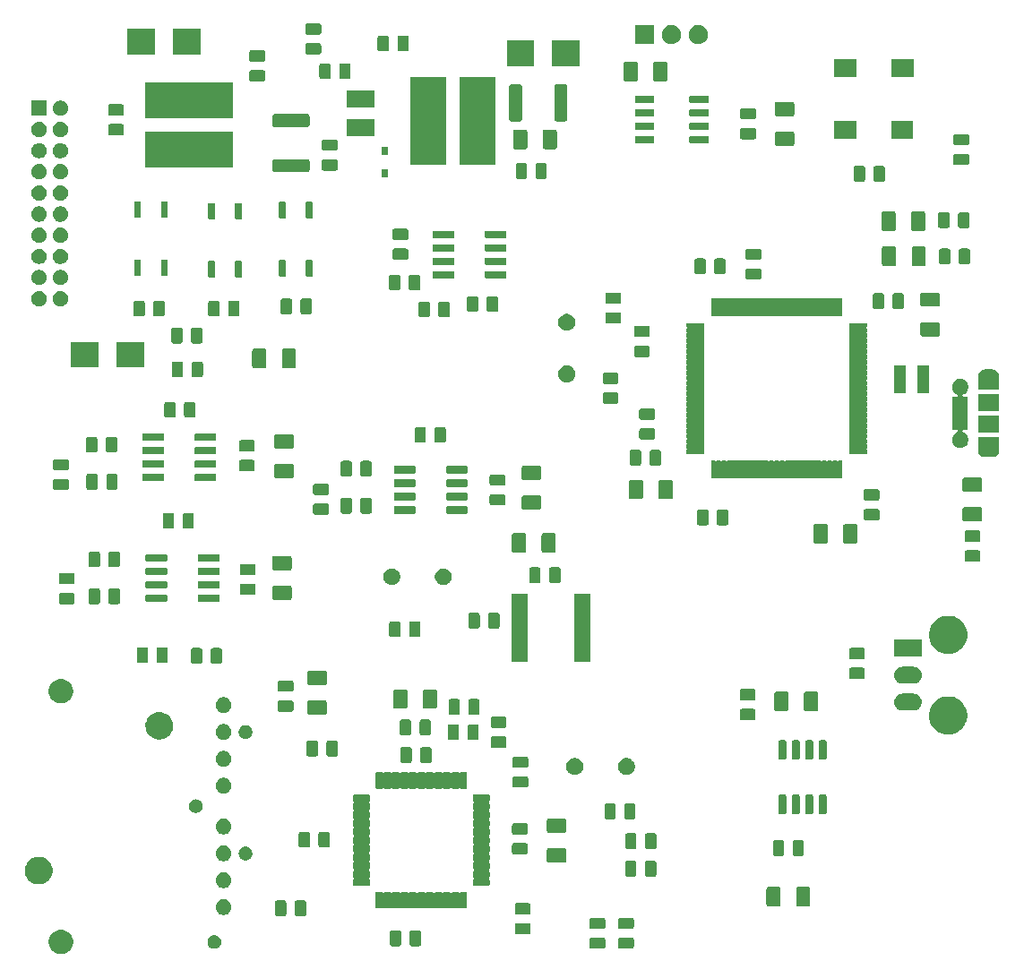
<source format=gts>
G04 #@! TF.GenerationSoftware,KiCad,Pcbnew,5.1.5-52549c5~86~ubuntu16.04.1*
G04 #@! TF.CreationDate,2020-04-05T23:11:04+05:00*
G04 #@! TF.ProjectId,usb2most,75736232-6d6f-4737-942e-6b696361645f,rev?*
G04 #@! TF.SameCoordinates,Original*
G04 #@! TF.FileFunction,Soldermask,Top*
G04 #@! TF.FilePolarity,Negative*
%FSLAX46Y46*%
G04 Gerber Fmt 4.6, Leading zero omitted, Abs format (unit mm)*
G04 Created by KiCad (PCBNEW 5.1.5-52549c5~86~ubuntu16.04.1) date 2020-04-05 23:11:04*
%MOMM*%
%LPD*%
G04 APERTURE LIST*
%ADD10C,0.100000*%
G04 APERTURE END LIST*
D10*
G36*
X24587324Y-107794731D02*
G01*
X24735443Y-107824194D01*
X24908821Y-107896010D01*
X24937079Y-107907715D01*
X24944729Y-107910884D01*
X25133082Y-108036737D01*
X25293263Y-108196918D01*
X25419116Y-108385271D01*
X25505806Y-108594557D01*
X25511287Y-108622111D01*
X25550000Y-108816734D01*
X25550000Y-109043266D01*
X25536192Y-109112681D01*
X25505806Y-109265443D01*
X25419116Y-109474729D01*
X25293263Y-109663082D01*
X25133082Y-109823263D01*
X24944729Y-109949116D01*
X24735443Y-110035806D01*
X24587324Y-110065269D01*
X24513266Y-110080000D01*
X24286734Y-110080000D01*
X24212676Y-110065269D01*
X24064557Y-110035806D01*
X23855271Y-109949116D01*
X23666918Y-109823263D01*
X23506737Y-109663082D01*
X23380884Y-109474729D01*
X23294194Y-109265443D01*
X23263808Y-109112681D01*
X23250000Y-109043266D01*
X23250000Y-108816734D01*
X23288713Y-108622111D01*
X23294194Y-108594557D01*
X23380884Y-108385271D01*
X23506737Y-108196918D01*
X23666918Y-108036737D01*
X23855271Y-107910884D01*
X23862922Y-107907715D01*
X23891179Y-107896010D01*
X24064557Y-107824194D01*
X24212676Y-107794731D01*
X24286734Y-107780000D01*
X24513266Y-107780000D01*
X24587324Y-107794731D01*
G37*
G36*
X39047738Y-108296653D02*
G01*
X39089598Y-108304979D01*
X39138596Y-108325275D01*
X39207889Y-108353977D01*
X39207890Y-108353978D01*
X39314351Y-108425112D01*
X39404888Y-108515649D01*
X39417993Y-108535263D01*
X39476023Y-108622111D01*
X39525021Y-108740403D01*
X39550000Y-108865979D01*
X39550000Y-108994021D01*
X39525021Y-109119597D01*
X39476023Y-109237889D01*
X39476022Y-109237890D01*
X39404888Y-109344351D01*
X39314351Y-109434888D01*
X39254727Y-109474727D01*
X39207889Y-109506023D01*
X39138596Y-109534725D01*
X39089598Y-109555021D01*
X39070896Y-109558741D01*
X38964021Y-109580000D01*
X38835979Y-109580000D01*
X38729104Y-109558741D01*
X38710402Y-109555021D01*
X38661404Y-109534725D01*
X38592111Y-109506023D01*
X38545273Y-109474727D01*
X38485649Y-109434888D01*
X38395112Y-109344351D01*
X38323978Y-109237890D01*
X38323977Y-109237889D01*
X38274979Y-109119597D01*
X38250000Y-108994021D01*
X38250000Y-108865979D01*
X38274979Y-108740403D01*
X38323977Y-108622111D01*
X38382007Y-108535263D01*
X38395112Y-108515649D01*
X38485649Y-108425112D01*
X38592110Y-108353978D01*
X38592111Y-108353977D01*
X38661404Y-108325275D01*
X38710402Y-108304979D01*
X38752262Y-108296653D01*
X38835979Y-108280000D01*
X38964021Y-108280000D01*
X39047738Y-108296653D01*
G37*
G36*
X78383867Y-108504556D02*
G01*
X78422448Y-108516259D01*
X78458001Y-108535263D01*
X78489163Y-108560837D01*
X78514737Y-108591999D01*
X78533741Y-108627552D01*
X78545444Y-108666133D01*
X78550000Y-108712390D01*
X78550000Y-109362610D01*
X78545444Y-109408867D01*
X78533741Y-109447448D01*
X78514737Y-109483001D01*
X78489163Y-109514163D01*
X78458001Y-109539737D01*
X78422448Y-109558741D01*
X78383867Y-109570444D01*
X78337610Y-109575000D01*
X77262390Y-109575000D01*
X77216133Y-109570444D01*
X77177552Y-109558741D01*
X77141999Y-109539737D01*
X77110837Y-109514163D01*
X77085263Y-109483001D01*
X77066259Y-109447448D01*
X77054556Y-109408867D01*
X77050000Y-109362610D01*
X77050000Y-108712390D01*
X77054556Y-108666133D01*
X77066259Y-108627552D01*
X77085263Y-108591999D01*
X77110837Y-108560837D01*
X77141999Y-108535263D01*
X77177552Y-108516259D01*
X77216133Y-108504556D01*
X77262390Y-108500000D01*
X78337610Y-108500000D01*
X78383867Y-108504556D01*
G37*
G36*
X75683867Y-108504556D02*
G01*
X75722448Y-108516259D01*
X75758001Y-108535263D01*
X75789163Y-108560837D01*
X75814737Y-108591999D01*
X75833741Y-108627552D01*
X75845444Y-108666133D01*
X75850000Y-108712390D01*
X75850000Y-109362610D01*
X75845444Y-109408867D01*
X75833741Y-109447448D01*
X75814737Y-109483001D01*
X75789163Y-109514163D01*
X75758001Y-109539737D01*
X75722448Y-109558741D01*
X75683867Y-109570444D01*
X75637610Y-109575000D01*
X74562390Y-109575000D01*
X74516133Y-109570444D01*
X74477552Y-109558741D01*
X74441999Y-109539737D01*
X74410837Y-109514163D01*
X74385263Y-109483001D01*
X74366259Y-109447448D01*
X74354556Y-109408867D01*
X74350000Y-109362610D01*
X74350000Y-108712390D01*
X74354556Y-108666133D01*
X74366259Y-108627552D01*
X74385263Y-108591999D01*
X74410837Y-108560837D01*
X74441999Y-108535263D01*
X74477552Y-108516259D01*
X74516133Y-108504556D01*
X74562390Y-108500000D01*
X75637610Y-108500000D01*
X75683867Y-108504556D01*
G37*
G36*
X58266367Y-107833556D02*
G01*
X58304948Y-107845259D01*
X58340501Y-107864263D01*
X58371663Y-107889837D01*
X58397237Y-107920999D01*
X58416241Y-107956552D01*
X58427944Y-107995133D01*
X58432500Y-108041390D01*
X58432500Y-109116610D01*
X58427944Y-109162867D01*
X58416241Y-109201448D01*
X58397237Y-109237001D01*
X58371663Y-109268163D01*
X58340501Y-109293737D01*
X58304948Y-109312741D01*
X58266367Y-109324444D01*
X58220110Y-109329000D01*
X57569890Y-109329000D01*
X57523633Y-109324444D01*
X57485052Y-109312741D01*
X57449499Y-109293737D01*
X57418337Y-109268163D01*
X57392763Y-109237001D01*
X57373759Y-109201448D01*
X57362056Y-109162867D01*
X57357500Y-109116610D01*
X57357500Y-108041390D01*
X57362056Y-107995133D01*
X57373759Y-107956552D01*
X57392763Y-107920999D01*
X57418337Y-107889837D01*
X57449499Y-107864263D01*
X57485052Y-107845259D01*
X57523633Y-107833556D01*
X57569890Y-107829000D01*
X58220110Y-107829000D01*
X58266367Y-107833556D01*
G37*
G36*
X56391367Y-107833556D02*
G01*
X56429948Y-107845259D01*
X56465501Y-107864263D01*
X56496663Y-107889837D01*
X56522237Y-107920999D01*
X56541241Y-107956552D01*
X56552944Y-107995133D01*
X56557500Y-108041390D01*
X56557500Y-109116610D01*
X56552944Y-109162867D01*
X56541241Y-109201448D01*
X56522237Y-109237001D01*
X56496663Y-109268163D01*
X56465501Y-109293737D01*
X56429948Y-109312741D01*
X56391367Y-109324444D01*
X56345110Y-109329000D01*
X55694890Y-109329000D01*
X55648633Y-109324444D01*
X55610052Y-109312741D01*
X55574499Y-109293737D01*
X55543337Y-109268163D01*
X55517763Y-109237001D01*
X55498759Y-109201448D01*
X55487056Y-109162867D01*
X55482500Y-109116610D01*
X55482500Y-108041390D01*
X55487056Y-107995133D01*
X55498759Y-107956552D01*
X55517763Y-107920999D01*
X55543337Y-107889837D01*
X55574499Y-107864263D01*
X55610052Y-107845259D01*
X55648633Y-107833556D01*
X55694890Y-107829000D01*
X56345110Y-107829000D01*
X56391367Y-107833556D01*
G37*
G36*
X68621867Y-107132056D02*
G01*
X68660448Y-107143759D01*
X68696001Y-107162763D01*
X68727163Y-107188337D01*
X68752737Y-107219499D01*
X68771741Y-107255052D01*
X68783444Y-107293633D01*
X68788000Y-107339890D01*
X68788000Y-107990110D01*
X68783444Y-108036367D01*
X68771741Y-108074948D01*
X68752737Y-108110501D01*
X68727163Y-108141663D01*
X68696001Y-108167237D01*
X68660448Y-108186241D01*
X68621867Y-108197944D01*
X68575610Y-108202500D01*
X67500390Y-108202500D01*
X67454133Y-108197944D01*
X67415552Y-108186241D01*
X67379999Y-108167237D01*
X67348837Y-108141663D01*
X67323263Y-108110501D01*
X67304259Y-108074948D01*
X67292556Y-108036367D01*
X67288000Y-107990110D01*
X67288000Y-107339890D01*
X67292556Y-107293633D01*
X67304259Y-107255052D01*
X67323263Y-107219499D01*
X67348837Y-107188337D01*
X67379999Y-107162763D01*
X67415552Y-107143759D01*
X67454133Y-107132056D01*
X67500390Y-107127500D01*
X68575610Y-107127500D01*
X68621867Y-107132056D01*
G37*
G36*
X78383867Y-106629556D02*
G01*
X78422448Y-106641259D01*
X78458001Y-106660263D01*
X78489163Y-106685837D01*
X78514737Y-106716999D01*
X78533741Y-106752552D01*
X78545444Y-106791133D01*
X78550000Y-106837390D01*
X78550000Y-107487610D01*
X78545444Y-107533867D01*
X78533741Y-107572448D01*
X78514737Y-107608001D01*
X78489163Y-107639163D01*
X78458001Y-107664737D01*
X78422448Y-107683741D01*
X78383867Y-107695444D01*
X78337610Y-107700000D01*
X77262390Y-107700000D01*
X77216133Y-107695444D01*
X77177552Y-107683741D01*
X77141999Y-107664737D01*
X77110837Y-107639163D01*
X77085263Y-107608001D01*
X77066259Y-107572448D01*
X77054556Y-107533867D01*
X77050000Y-107487610D01*
X77050000Y-106837390D01*
X77054556Y-106791133D01*
X77066259Y-106752552D01*
X77085263Y-106716999D01*
X77110837Y-106685837D01*
X77141999Y-106660263D01*
X77177552Y-106641259D01*
X77216133Y-106629556D01*
X77262390Y-106625000D01*
X78337610Y-106625000D01*
X78383867Y-106629556D01*
G37*
G36*
X75683867Y-106629556D02*
G01*
X75722448Y-106641259D01*
X75758001Y-106660263D01*
X75789163Y-106685837D01*
X75814737Y-106716999D01*
X75833741Y-106752552D01*
X75845444Y-106791133D01*
X75850000Y-106837390D01*
X75850000Y-107487610D01*
X75845444Y-107533867D01*
X75833741Y-107572448D01*
X75814737Y-107608001D01*
X75789163Y-107639163D01*
X75758001Y-107664737D01*
X75722448Y-107683741D01*
X75683867Y-107695444D01*
X75637610Y-107700000D01*
X74562390Y-107700000D01*
X74516133Y-107695444D01*
X74477552Y-107683741D01*
X74441999Y-107664737D01*
X74410837Y-107639163D01*
X74385263Y-107608001D01*
X74366259Y-107572448D01*
X74354556Y-107533867D01*
X74350000Y-107487610D01*
X74350000Y-106837390D01*
X74354556Y-106791133D01*
X74366259Y-106752552D01*
X74385263Y-106716999D01*
X74410837Y-106685837D01*
X74441999Y-106660263D01*
X74477552Y-106641259D01*
X74516133Y-106629556D01*
X74562390Y-106625000D01*
X75637610Y-106625000D01*
X75683867Y-106629556D01*
G37*
G36*
X45533867Y-105004556D02*
G01*
X45572448Y-105016259D01*
X45608001Y-105035263D01*
X45639163Y-105060837D01*
X45664737Y-105091999D01*
X45683741Y-105127552D01*
X45695444Y-105166133D01*
X45700000Y-105212390D01*
X45700000Y-106287610D01*
X45695444Y-106333867D01*
X45683741Y-106372448D01*
X45664737Y-106408001D01*
X45639163Y-106439163D01*
X45608001Y-106464737D01*
X45572448Y-106483741D01*
X45533867Y-106495444D01*
X45487610Y-106500000D01*
X44837390Y-106500000D01*
X44791133Y-106495444D01*
X44752552Y-106483741D01*
X44716999Y-106464737D01*
X44685837Y-106439163D01*
X44660263Y-106408001D01*
X44641259Y-106372448D01*
X44629556Y-106333867D01*
X44625000Y-106287610D01*
X44625000Y-105212390D01*
X44629556Y-105166133D01*
X44641259Y-105127552D01*
X44660263Y-105091999D01*
X44685837Y-105060837D01*
X44716999Y-105035263D01*
X44752552Y-105016259D01*
X44791133Y-105004556D01*
X44837390Y-105000000D01*
X45487610Y-105000000D01*
X45533867Y-105004556D01*
G37*
G36*
X47408867Y-105004556D02*
G01*
X47447448Y-105016259D01*
X47483001Y-105035263D01*
X47514163Y-105060837D01*
X47539737Y-105091999D01*
X47558741Y-105127552D01*
X47570444Y-105166133D01*
X47575000Y-105212390D01*
X47575000Y-106287610D01*
X47570444Y-106333867D01*
X47558741Y-106372448D01*
X47539737Y-106408001D01*
X47514163Y-106439163D01*
X47483001Y-106464737D01*
X47447448Y-106483741D01*
X47408867Y-106495444D01*
X47362610Y-106500000D01*
X46712390Y-106500000D01*
X46666133Y-106495444D01*
X46627552Y-106483741D01*
X46591999Y-106464737D01*
X46560837Y-106439163D01*
X46535263Y-106408001D01*
X46516259Y-106372448D01*
X46504556Y-106333867D01*
X46500000Y-106287610D01*
X46500000Y-105212390D01*
X46504556Y-105166133D01*
X46516259Y-105127552D01*
X46535263Y-105091999D01*
X46560837Y-105060837D01*
X46591999Y-105035263D01*
X46627552Y-105016259D01*
X46666133Y-105004556D01*
X46712390Y-105000000D01*
X47362610Y-105000000D01*
X47408867Y-105004556D01*
G37*
G36*
X39988766Y-104908821D02*
G01*
X40125257Y-104965358D01*
X40248097Y-105047437D01*
X40352563Y-105151903D01*
X40434642Y-105274743D01*
X40491179Y-105411234D01*
X40520000Y-105556130D01*
X40520000Y-105703870D01*
X40491179Y-105848766D01*
X40434642Y-105985257D01*
X40352563Y-106108097D01*
X40248097Y-106212563D01*
X40125257Y-106294642D01*
X39988766Y-106351179D01*
X39843870Y-106380000D01*
X39696130Y-106380000D01*
X39551234Y-106351179D01*
X39414743Y-106294642D01*
X39291903Y-106212563D01*
X39187437Y-106108097D01*
X39105358Y-105985257D01*
X39048821Y-105848766D01*
X39020000Y-105703870D01*
X39020000Y-105556130D01*
X39048821Y-105411234D01*
X39105358Y-105274743D01*
X39187437Y-105151903D01*
X39291903Y-105047437D01*
X39414743Y-104965358D01*
X39551234Y-104908821D01*
X39696130Y-104880000D01*
X39843870Y-104880000D01*
X39988766Y-104908821D01*
G37*
G36*
X68621867Y-105257056D02*
G01*
X68660448Y-105268759D01*
X68696001Y-105287763D01*
X68727163Y-105313337D01*
X68752737Y-105344499D01*
X68771741Y-105380052D01*
X68783444Y-105418633D01*
X68788000Y-105464890D01*
X68788000Y-106115110D01*
X68783444Y-106161367D01*
X68771741Y-106199948D01*
X68752737Y-106235501D01*
X68727163Y-106266663D01*
X68696001Y-106292237D01*
X68660448Y-106311241D01*
X68621867Y-106322944D01*
X68575610Y-106327500D01*
X67500390Y-106327500D01*
X67454133Y-106322944D01*
X67415552Y-106311241D01*
X67379999Y-106292237D01*
X67348837Y-106266663D01*
X67323263Y-106235501D01*
X67304259Y-106199948D01*
X67292556Y-106161367D01*
X67288000Y-106115110D01*
X67288000Y-105464890D01*
X67292556Y-105418633D01*
X67304259Y-105380052D01*
X67323263Y-105344499D01*
X67348837Y-105313337D01*
X67379999Y-105287763D01*
X67415552Y-105268759D01*
X67454133Y-105257056D01*
X67500390Y-105252500D01*
X68575610Y-105252500D01*
X68621867Y-105257056D01*
G37*
G36*
X54709592Y-104197514D02*
G01*
X54728235Y-104203170D01*
X54745422Y-104212357D01*
X54760483Y-104224717D01*
X54768576Y-104234578D01*
X54785903Y-104251905D01*
X54806278Y-104265518D01*
X54828917Y-104274895D01*
X54852950Y-104279675D01*
X54877454Y-104279675D01*
X54901487Y-104274894D01*
X54924126Y-104265516D01*
X54944500Y-104251902D01*
X54961824Y-104234578D01*
X54969917Y-104224717D01*
X54984978Y-104212357D01*
X55002165Y-104203170D01*
X55020808Y-104197514D01*
X55046338Y-104195000D01*
X55484062Y-104195000D01*
X55509592Y-104197514D01*
X55528235Y-104203170D01*
X55545422Y-104212357D01*
X55560483Y-104224717D01*
X55568576Y-104234578D01*
X55585903Y-104251905D01*
X55606278Y-104265518D01*
X55628917Y-104274895D01*
X55652950Y-104279675D01*
X55677454Y-104279675D01*
X55701487Y-104274894D01*
X55724126Y-104265516D01*
X55744500Y-104251902D01*
X55761824Y-104234578D01*
X55769917Y-104224717D01*
X55784978Y-104212357D01*
X55802165Y-104203170D01*
X55820808Y-104197514D01*
X55846338Y-104195000D01*
X56284062Y-104195000D01*
X56309592Y-104197514D01*
X56328235Y-104203170D01*
X56345422Y-104212357D01*
X56360483Y-104224717D01*
X56368576Y-104234578D01*
X56385903Y-104251905D01*
X56406278Y-104265518D01*
X56428917Y-104274895D01*
X56452950Y-104279675D01*
X56477454Y-104279675D01*
X56501487Y-104274894D01*
X56524126Y-104265516D01*
X56544500Y-104251902D01*
X56561824Y-104234578D01*
X56569917Y-104224717D01*
X56584978Y-104212357D01*
X56602165Y-104203170D01*
X56620808Y-104197514D01*
X56646338Y-104195000D01*
X57084062Y-104195000D01*
X57109592Y-104197514D01*
X57128235Y-104203170D01*
X57145422Y-104212357D01*
X57160483Y-104224717D01*
X57168576Y-104234578D01*
X57185903Y-104251905D01*
X57206278Y-104265518D01*
X57228917Y-104274895D01*
X57252950Y-104279675D01*
X57277454Y-104279675D01*
X57301487Y-104274894D01*
X57324126Y-104265516D01*
X57344500Y-104251902D01*
X57361824Y-104234578D01*
X57369917Y-104224717D01*
X57384978Y-104212357D01*
X57402165Y-104203170D01*
X57420808Y-104197514D01*
X57446338Y-104195000D01*
X57884062Y-104195000D01*
X57909592Y-104197514D01*
X57928235Y-104203170D01*
X57945422Y-104212357D01*
X57960483Y-104224717D01*
X57968576Y-104234578D01*
X57985903Y-104251905D01*
X58006278Y-104265518D01*
X58028917Y-104274895D01*
X58052950Y-104279675D01*
X58077454Y-104279675D01*
X58101487Y-104274894D01*
X58124126Y-104265516D01*
X58144500Y-104251902D01*
X58161824Y-104234578D01*
X58169917Y-104224717D01*
X58184978Y-104212357D01*
X58202165Y-104203170D01*
X58220808Y-104197514D01*
X58246338Y-104195000D01*
X58684062Y-104195000D01*
X58709592Y-104197514D01*
X58728235Y-104203170D01*
X58745422Y-104212357D01*
X58760483Y-104224717D01*
X58768576Y-104234578D01*
X58785903Y-104251905D01*
X58806278Y-104265518D01*
X58828917Y-104274895D01*
X58852950Y-104279675D01*
X58877454Y-104279675D01*
X58901487Y-104274894D01*
X58924126Y-104265516D01*
X58944500Y-104251902D01*
X58961824Y-104234578D01*
X58969917Y-104224717D01*
X58984978Y-104212357D01*
X59002165Y-104203170D01*
X59020808Y-104197514D01*
X59046338Y-104195000D01*
X59484062Y-104195000D01*
X59509592Y-104197514D01*
X59528235Y-104203170D01*
X59545422Y-104212357D01*
X59560483Y-104224717D01*
X59568576Y-104234578D01*
X59585903Y-104251905D01*
X59606278Y-104265518D01*
X59628917Y-104274895D01*
X59652950Y-104279675D01*
X59677454Y-104279675D01*
X59701487Y-104274894D01*
X59724126Y-104265516D01*
X59744500Y-104251902D01*
X59761824Y-104234578D01*
X59769917Y-104224717D01*
X59784978Y-104212357D01*
X59802165Y-104203170D01*
X59820808Y-104197514D01*
X59846338Y-104195000D01*
X60284062Y-104195000D01*
X60309592Y-104197514D01*
X60328235Y-104203170D01*
X60345422Y-104212357D01*
X60360483Y-104224717D01*
X60368576Y-104234578D01*
X60385903Y-104251905D01*
X60406278Y-104265518D01*
X60428917Y-104274895D01*
X60452950Y-104279675D01*
X60477454Y-104279675D01*
X60501487Y-104274894D01*
X60524126Y-104265516D01*
X60544500Y-104251902D01*
X60561824Y-104234578D01*
X60569917Y-104224717D01*
X60584978Y-104212357D01*
X60602165Y-104203170D01*
X60620808Y-104197514D01*
X60646338Y-104195000D01*
X61084062Y-104195000D01*
X61109592Y-104197514D01*
X61128235Y-104203170D01*
X61145422Y-104212357D01*
X61160483Y-104224717D01*
X61168576Y-104234578D01*
X61185903Y-104251905D01*
X61206278Y-104265518D01*
X61228917Y-104274895D01*
X61252950Y-104279675D01*
X61277454Y-104279675D01*
X61301487Y-104274894D01*
X61324126Y-104265516D01*
X61344500Y-104251902D01*
X61361824Y-104234578D01*
X61369917Y-104224717D01*
X61384978Y-104212357D01*
X61402165Y-104203170D01*
X61420808Y-104197514D01*
X61446338Y-104195000D01*
X61884062Y-104195000D01*
X61909592Y-104197514D01*
X61928235Y-104203170D01*
X61945422Y-104212357D01*
X61960483Y-104224717D01*
X61968576Y-104234578D01*
X61985903Y-104251905D01*
X62006278Y-104265518D01*
X62028917Y-104274895D01*
X62052950Y-104279675D01*
X62077454Y-104279675D01*
X62101487Y-104274894D01*
X62124126Y-104265516D01*
X62144500Y-104251902D01*
X62161824Y-104234578D01*
X62169917Y-104224717D01*
X62184978Y-104212357D01*
X62202165Y-104203170D01*
X62220808Y-104197514D01*
X62246338Y-104195000D01*
X62684062Y-104195000D01*
X62709592Y-104197514D01*
X62728235Y-104203170D01*
X62745422Y-104212357D01*
X62760483Y-104224717D01*
X62772843Y-104239778D01*
X62782030Y-104256965D01*
X62787686Y-104275608D01*
X62790200Y-104301138D01*
X62790200Y-105663862D01*
X62787686Y-105689392D01*
X62782030Y-105708035D01*
X62772843Y-105725222D01*
X62760483Y-105740283D01*
X62745422Y-105752643D01*
X62728235Y-105761830D01*
X62709592Y-105767486D01*
X62684062Y-105770000D01*
X62246338Y-105770000D01*
X62220808Y-105767486D01*
X62202165Y-105761830D01*
X62184978Y-105752643D01*
X62169917Y-105740283D01*
X62161824Y-105730422D01*
X62144497Y-105713095D01*
X62124122Y-105699482D01*
X62101483Y-105690105D01*
X62077450Y-105685325D01*
X62052946Y-105685325D01*
X62028913Y-105690106D01*
X62006274Y-105699484D01*
X61985900Y-105713098D01*
X61968576Y-105730422D01*
X61960483Y-105740283D01*
X61945422Y-105752643D01*
X61928235Y-105761830D01*
X61909592Y-105767486D01*
X61884062Y-105770000D01*
X61446338Y-105770000D01*
X61420808Y-105767486D01*
X61402165Y-105761830D01*
X61384978Y-105752643D01*
X61369917Y-105740283D01*
X61361824Y-105730422D01*
X61344497Y-105713095D01*
X61324122Y-105699482D01*
X61301483Y-105690105D01*
X61277450Y-105685325D01*
X61252946Y-105685325D01*
X61228913Y-105690106D01*
X61206274Y-105699484D01*
X61185900Y-105713098D01*
X61168576Y-105730422D01*
X61160483Y-105740283D01*
X61145422Y-105752643D01*
X61128235Y-105761830D01*
X61109592Y-105767486D01*
X61084062Y-105770000D01*
X60646338Y-105770000D01*
X60620808Y-105767486D01*
X60602165Y-105761830D01*
X60584978Y-105752643D01*
X60569917Y-105740283D01*
X60561824Y-105730422D01*
X60544497Y-105713095D01*
X60524122Y-105699482D01*
X60501483Y-105690105D01*
X60477450Y-105685325D01*
X60452946Y-105685325D01*
X60428913Y-105690106D01*
X60406274Y-105699484D01*
X60385900Y-105713098D01*
X60368576Y-105730422D01*
X60360483Y-105740283D01*
X60345422Y-105752643D01*
X60328235Y-105761830D01*
X60309592Y-105767486D01*
X60284062Y-105770000D01*
X59846338Y-105770000D01*
X59820808Y-105767486D01*
X59802165Y-105761830D01*
X59784978Y-105752643D01*
X59769917Y-105740283D01*
X59761824Y-105730422D01*
X59744497Y-105713095D01*
X59724122Y-105699482D01*
X59701483Y-105690105D01*
X59677450Y-105685325D01*
X59652946Y-105685325D01*
X59628913Y-105690106D01*
X59606274Y-105699484D01*
X59585900Y-105713098D01*
X59568576Y-105730422D01*
X59560483Y-105740283D01*
X59545422Y-105752643D01*
X59528235Y-105761830D01*
X59509592Y-105767486D01*
X59484062Y-105770000D01*
X59046338Y-105770000D01*
X59020808Y-105767486D01*
X59002165Y-105761830D01*
X58984978Y-105752643D01*
X58969917Y-105740283D01*
X58961824Y-105730422D01*
X58944497Y-105713095D01*
X58924122Y-105699482D01*
X58901483Y-105690105D01*
X58877450Y-105685325D01*
X58852946Y-105685325D01*
X58828913Y-105690106D01*
X58806274Y-105699484D01*
X58785900Y-105713098D01*
X58768576Y-105730422D01*
X58760483Y-105740283D01*
X58745422Y-105752643D01*
X58728235Y-105761830D01*
X58709592Y-105767486D01*
X58684062Y-105770000D01*
X58246338Y-105770000D01*
X58220808Y-105767486D01*
X58202165Y-105761830D01*
X58184978Y-105752643D01*
X58169917Y-105740283D01*
X58161824Y-105730422D01*
X58144497Y-105713095D01*
X58124122Y-105699482D01*
X58101483Y-105690105D01*
X58077450Y-105685325D01*
X58052946Y-105685325D01*
X58028913Y-105690106D01*
X58006274Y-105699484D01*
X57985900Y-105713098D01*
X57968576Y-105730422D01*
X57960483Y-105740283D01*
X57945422Y-105752643D01*
X57928235Y-105761830D01*
X57909592Y-105767486D01*
X57884062Y-105770000D01*
X57446338Y-105770000D01*
X57420808Y-105767486D01*
X57402165Y-105761830D01*
X57384978Y-105752643D01*
X57369917Y-105740283D01*
X57361824Y-105730422D01*
X57344497Y-105713095D01*
X57324122Y-105699482D01*
X57301483Y-105690105D01*
X57277450Y-105685325D01*
X57252946Y-105685325D01*
X57228913Y-105690106D01*
X57206274Y-105699484D01*
X57185900Y-105713098D01*
X57168576Y-105730422D01*
X57160483Y-105740283D01*
X57145422Y-105752643D01*
X57128235Y-105761830D01*
X57109592Y-105767486D01*
X57084062Y-105770000D01*
X56646338Y-105770000D01*
X56620808Y-105767486D01*
X56602165Y-105761830D01*
X56584978Y-105752643D01*
X56569917Y-105740283D01*
X56561824Y-105730422D01*
X56544497Y-105713095D01*
X56524122Y-105699482D01*
X56501483Y-105690105D01*
X56477450Y-105685325D01*
X56452946Y-105685325D01*
X56428913Y-105690106D01*
X56406274Y-105699484D01*
X56385900Y-105713098D01*
X56368576Y-105730422D01*
X56360483Y-105740283D01*
X56345422Y-105752643D01*
X56328235Y-105761830D01*
X56309592Y-105767486D01*
X56284062Y-105770000D01*
X55846338Y-105770000D01*
X55820808Y-105767486D01*
X55802165Y-105761830D01*
X55784978Y-105752643D01*
X55769917Y-105740283D01*
X55761824Y-105730422D01*
X55744497Y-105713095D01*
X55724122Y-105699482D01*
X55701483Y-105690105D01*
X55677450Y-105685325D01*
X55652946Y-105685325D01*
X55628913Y-105690106D01*
X55606274Y-105699484D01*
X55585900Y-105713098D01*
X55568576Y-105730422D01*
X55560483Y-105740283D01*
X55545422Y-105752643D01*
X55528235Y-105761830D01*
X55509592Y-105767486D01*
X55484062Y-105770000D01*
X55046338Y-105770000D01*
X55020808Y-105767486D01*
X55002165Y-105761830D01*
X54984978Y-105752643D01*
X54969917Y-105740283D01*
X54961824Y-105730422D01*
X54944497Y-105713095D01*
X54924122Y-105699482D01*
X54901483Y-105690105D01*
X54877450Y-105685325D01*
X54852946Y-105685325D01*
X54828913Y-105690106D01*
X54806274Y-105699484D01*
X54785900Y-105713098D01*
X54768576Y-105730422D01*
X54760483Y-105740283D01*
X54745422Y-105752643D01*
X54728235Y-105761830D01*
X54709592Y-105767486D01*
X54684062Y-105770000D01*
X54246338Y-105770000D01*
X54220808Y-105767486D01*
X54202165Y-105761830D01*
X54184978Y-105752643D01*
X54169917Y-105740283D01*
X54157557Y-105725222D01*
X54148370Y-105708035D01*
X54142714Y-105689392D01*
X54140200Y-105663862D01*
X54140200Y-104301138D01*
X54142714Y-104275608D01*
X54148370Y-104256965D01*
X54157557Y-104239778D01*
X54169917Y-104224717D01*
X54184978Y-104212357D01*
X54202165Y-104203170D01*
X54220808Y-104197514D01*
X54246338Y-104195000D01*
X54684062Y-104195000D01*
X54709592Y-104197514D01*
G37*
G36*
X92267925Y-103729340D02*
G01*
X92304391Y-103740402D01*
X92338001Y-103758367D01*
X92367458Y-103782542D01*
X92391633Y-103811999D01*
X92409598Y-103845609D01*
X92420660Y-103882075D01*
X92425000Y-103926141D01*
X92425000Y-105373859D01*
X92420660Y-105417925D01*
X92409598Y-105454391D01*
X92391633Y-105488001D01*
X92367458Y-105517458D01*
X92338001Y-105541633D01*
X92304391Y-105559598D01*
X92267925Y-105570660D01*
X92223859Y-105575000D01*
X91276141Y-105575000D01*
X91232075Y-105570660D01*
X91195609Y-105559598D01*
X91161999Y-105541633D01*
X91132542Y-105517458D01*
X91108367Y-105488001D01*
X91090402Y-105454391D01*
X91079340Y-105417925D01*
X91075000Y-105373859D01*
X91075000Y-103926141D01*
X91079340Y-103882075D01*
X91090402Y-103845609D01*
X91108367Y-103811999D01*
X91132542Y-103782542D01*
X91161999Y-103758367D01*
X91195609Y-103740402D01*
X91232075Y-103729340D01*
X91276141Y-103725000D01*
X92223859Y-103725000D01*
X92267925Y-103729340D01*
G37*
G36*
X95067925Y-103729340D02*
G01*
X95104391Y-103740402D01*
X95138001Y-103758367D01*
X95167458Y-103782542D01*
X95191633Y-103811999D01*
X95209598Y-103845609D01*
X95220660Y-103882075D01*
X95225000Y-103926141D01*
X95225000Y-105373859D01*
X95220660Y-105417925D01*
X95209598Y-105454391D01*
X95191633Y-105488001D01*
X95167458Y-105517458D01*
X95138001Y-105541633D01*
X95104391Y-105559598D01*
X95067925Y-105570660D01*
X95023859Y-105575000D01*
X94076141Y-105575000D01*
X94032075Y-105570660D01*
X93995609Y-105559598D01*
X93961999Y-105541633D01*
X93932542Y-105517458D01*
X93908367Y-105488001D01*
X93890402Y-105454391D01*
X93879340Y-105417925D01*
X93875000Y-105373859D01*
X93875000Y-103926141D01*
X93879340Y-103882075D01*
X93890402Y-103845609D01*
X93908367Y-103811999D01*
X93932542Y-103782542D01*
X93961999Y-103758367D01*
X93995609Y-103740402D01*
X94032075Y-103729340D01*
X94076141Y-103725000D01*
X95023859Y-103725000D01*
X95067925Y-103729340D01*
G37*
G36*
X39988766Y-102368821D02*
G01*
X40125257Y-102425358D01*
X40248097Y-102507437D01*
X40352563Y-102611903D01*
X40434642Y-102734743D01*
X40491179Y-102871234D01*
X40520000Y-103016130D01*
X40520000Y-103163870D01*
X40491179Y-103308766D01*
X40434642Y-103445257D01*
X40352563Y-103568097D01*
X40248097Y-103672563D01*
X40125257Y-103754642D01*
X39988766Y-103811179D01*
X39843870Y-103840000D01*
X39696130Y-103840000D01*
X39551234Y-103811179D01*
X39414743Y-103754642D01*
X39291903Y-103672563D01*
X39187437Y-103568097D01*
X39105358Y-103445257D01*
X39048821Y-103308766D01*
X39020000Y-103163870D01*
X39020000Y-103016130D01*
X39048821Y-102871234D01*
X39105358Y-102734743D01*
X39187437Y-102611903D01*
X39291903Y-102507437D01*
X39414743Y-102425358D01*
X39551234Y-102368821D01*
X39696130Y-102340000D01*
X39843870Y-102340000D01*
X39988766Y-102368821D01*
G37*
G36*
X53509592Y-94997514D02*
G01*
X53528235Y-95003170D01*
X53545422Y-95012357D01*
X53560483Y-95024717D01*
X53572843Y-95039778D01*
X53582030Y-95056965D01*
X53587686Y-95075608D01*
X53590200Y-95101138D01*
X53590200Y-95538862D01*
X53587686Y-95564392D01*
X53582030Y-95583035D01*
X53572843Y-95600222D01*
X53560483Y-95615283D01*
X53550622Y-95623376D01*
X53533295Y-95640703D01*
X53519682Y-95661078D01*
X53510305Y-95683717D01*
X53505525Y-95707750D01*
X53505525Y-95732254D01*
X53510306Y-95756287D01*
X53519684Y-95778926D01*
X53533298Y-95799300D01*
X53550622Y-95816624D01*
X53560483Y-95824717D01*
X53572843Y-95839778D01*
X53582030Y-95856965D01*
X53587686Y-95875608D01*
X53590200Y-95901138D01*
X53590200Y-96338862D01*
X53587686Y-96364392D01*
X53582030Y-96383035D01*
X53572843Y-96400222D01*
X53560483Y-96415283D01*
X53550622Y-96423376D01*
X53533295Y-96440703D01*
X53519682Y-96461078D01*
X53510305Y-96483717D01*
X53505525Y-96507750D01*
X53505525Y-96532254D01*
X53510306Y-96556287D01*
X53519684Y-96578926D01*
X53533298Y-96599300D01*
X53550622Y-96616624D01*
X53560483Y-96624717D01*
X53572843Y-96639778D01*
X53582030Y-96656965D01*
X53587686Y-96675608D01*
X53590200Y-96701138D01*
X53590200Y-97138862D01*
X53587686Y-97164392D01*
X53582030Y-97183035D01*
X53572843Y-97200222D01*
X53560483Y-97215283D01*
X53550622Y-97223376D01*
X53533295Y-97240703D01*
X53519682Y-97261078D01*
X53510305Y-97283717D01*
X53505525Y-97307750D01*
X53505525Y-97332254D01*
X53510306Y-97356287D01*
X53519684Y-97378926D01*
X53533298Y-97399300D01*
X53550622Y-97416624D01*
X53560483Y-97424717D01*
X53572843Y-97439778D01*
X53582030Y-97456965D01*
X53587686Y-97475608D01*
X53590200Y-97501138D01*
X53590200Y-97938862D01*
X53587686Y-97964392D01*
X53582030Y-97983035D01*
X53572843Y-98000222D01*
X53560483Y-98015283D01*
X53550622Y-98023376D01*
X53533295Y-98040703D01*
X53519682Y-98061078D01*
X53510305Y-98083717D01*
X53505525Y-98107750D01*
X53505525Y-98132254D01*
X53510306Y-98156287D01*
X53519684Y-98178926D01*
X53533298Y-98199300D01*
X53550622Y-98216624D01*
X53560483Y-98224717D01*
X53572843Y-98239778D01*
X53582030Y-98256965D01*
X53587686Y-98275608D01*
X53590200Y-98301138D01*
X53590200Y-98738862D01*
X53587686Y-98764392D01*
X53582030Y-98783035D01*
X53572843Y-98800222D01*
X53560483Y-98815283D01*
X53550622Y-98823376D01*
X53533295Y-98840703D01*
X53519682Y-98861078D01*
X53510305Y-98883717D01*
X53505525Y-98907750D01*
X53505525Y-98932254D01*
X53510306Y-98956287D01*
X53519684Y-98978926D01*
X53533298Y-98999300D01*
X53550622Y-99016624D01*
X53560483Y-99024717D01*
X53572843Y-99039778D01*
X53582030Y-99056965D01*
X53587686Y-99075608D01*
X53590200Y-99101138D01*
X53590200Y-99538862D01*
X53587686Y-99564392D01*
X53582030Y-99583035D01*
X53572843Y-99600222D01*
X53560483Y-99615283D01*
X53550622Y-99623376D01*
X53533295Y-99640703D01*
X53519682Y-99661078D01*
X53510305Y-99683717D01*
X53505525Y-99707750D01*
X53505525Y-99732254D01*
X53510306Y-99756287D01*
X53519684Y-99778926D01*
X53533298Y-99799300D01*
X53550622Y-99816624D01*
X53560483Y-99824717D01*
X53572843Y-99839778D01*
X53582030Y-99856965D01*
X53587686Y-99875608D01*
X53590200Y-99901138D01*
X53590200Y-100338862D01*
X53587686Y-100364392D01*
X53582030Y-100383035D01*
X53572843Y-100400222D01*
X53560483Y-100415283D01*
X53550622Y-100423376D01*
X53533295Y-100440703D01*
X53519682Y-100461078D01*
X53510305Y-100483717D01*
X53505525Y-100507750D01*
X53505525Y-100532254D01*
X53510306Y-100556287D01*
X53519684Y-100578926D01*
X53533298Y-100599300D01*
X53550622Y-100616624D01*
X53560483Y-100624717D01*
X53572843Y-100639778D01*
X53582030Y-100656965D01*
X53587686Y-100675608D01*
X53590200Y-100701138D01*
X53590200Y-101138862D01*
X53587686Y-101164392D01*
X53582030Y-101183035D01*
X53572843Y-101200222D01*
X53560483Y-101215283D01*
X53550622Y-101223376D01*
X53533295Y-101240703D01*
X53519682Y-101261078D01*
X53510305Y-101283717D01*
X53505525Y-101307750D01*
X53505525Y-101332254D01*
X53510306Y-101356287D01*
X53519684Y-101378926D01*
X53533298Y-101399300D01*
X53550622Y-101416624D01*
X53560483Y-101424717D01*
X53572843Y-101439778D01*
X53582030Y-101456965D01*
X53587686Y-101475608D01*
X53590200Y-101501138D01*
X53590200Y-101938862D01*
X53587686Y-101964392D01*
X53582030Y-101983035D01*
X53572843Y-102000222D01*
X53560483Y-102015283D01*
X53550622Y-102023376D01*
X53533295Y-102040703D01*
X53519682Y-102061078D01*
X53510305Y-102083717D01*
X53505525Y-102107750D01*
X53505525Y-102132254D01*
X53510306Y-102156287D01*
X53519684Y-102178926D01*
X53533298Y-102199300D01*
X53550622Y-102216624D01*
X53560483Y-102224717D01*
X53572843Y-102239778D01*
X53582030Y-102256965D01*
X53587686Y-102275608D01*
X53590200Y-102301138D01*
X53590200Y-102738862D01*
X53587686Y-102764392D01*
X53582030Y-102783035D01*
X53572843Y-102800222D01*
X53560483Y-102815283D01*
X53550622Y-102823376D01*
X53533295Y-102840703D01*
X53519682Y-102861078D01*
X53510305Y-102883717D01*
X53505525Y-102907750D01*
X53505525Y-102932254D01*
X53510306Y-102956287D01*
X53519684Y-102978926D01*
X53533298Y-102999300D01*
X53550622Y-103016624D01*
X53560483Y-103024717D01*
X53572843Y-103039778D01*
X53582030Y-103056965D01*
X53587686Y-103075608D01*
X53590200Y-103101138D01*
X53590200Y-103538862D01*
X53587686Y-103564392D01*
X53582030Y-103583035D01*
X53572843Y-103600222D01*
X53560483Y-103615283D01*
X53545422Y-103627643D01*
X53528235Y-103636830D01*
X53509592Y-103642486D01*
X53484062Y-103645000D01*
X52121338Y-103645000D01*
X52095808Y-103642486D01*
X52077165Y-103636830D01*
X52059978Y-103627643D01*
X52044917Y-103615283D01*
X52032557Y-103600222D01*
X52023370Y-103583035D01*
X52017714Y-103564392D01*
X52015200Y-103538862D01*
X52015200Y-103101138D01*
X52017714Y-103075608D01*
X52023370Y-103056965D01*
X52032557Y-103039778D01*
X52044917Y-103024717D01*
X52054778Y-103016624D01*
X52072105Y-102999297D01*
X52085718Y-102978922D01*
X52095095Y-102956283D01*
X52099875Y-102932250D01*
X52099875Y-102907746D01*
X52095094Y-102883713D01*
X52085716Y-102861074D01*
X52072102Y-102840700D01*
X52054778Y-102823376D01*
X52044917Y-102815283D01*
X52032557Y-102800222D01*
X52023370Y-102783035D01*
X52017714Y-102764392D01*
X52015200Y-102738862D01*
X52015200Y-102301138D01*
X52017714Y-102275608D01*
X52023370Y-102256965D01*
X52032557Y-102239778D01*
X52044917Y-102224717D01*
X52054778Y-102216624D01*
X52072105Y-102199297D01*
X52085718Y-102178922D01*
X52095095Y-102156283D01*
X52099875Y-102132250D01*
X52099875Y-102107746D01*
X52095094Y-102083713D01*
X52085716Y-102061074D01*
X52072102Y-102040700D01*
X52054778Y-102023376D01*
X52044917Y-102015283D01*
X52032557Y-102000222D01*
X52023370Y-101983035D01*
X52017714Y-101964392D01*
X52015200Y-101938862D01*
X52015200Y-101501138D01*
X52017714Y-101475608D01*
X52023370Y-101456965D01*
X52032557Y-101439778D01*
X52044917Y-101424717D01*
X52054778Y-101416624D01*
X52072105Y-101399297D01*
X52085718Y-101378922D01*
X52095095Y-101356283D01*
X52099875Y-101332250D01*
X52099875Y-101307746D01*
X52095094Y-101283713D01*
X52085716Y-101261074D01*
X52072102Y-101240700D01*
X52054778Y-101223376D01*
X52044917Y-101215283D01*
X52032557Y-101200222D01*
X52023370Y-101183035D01*
X52017714Y-101164392D01*
X52015200Y-101138862D01*
X52015200Y-100701138D01*
X52017714Y-100675608D01*
X52023370Y-100656965D01*
X52032557Y-100639778D01*
X52044917Y-100624717D01*
X52054778Y-100616624D01*
X52072105Y-100599297D01*
X52085718Y-100578922D01*
X52095095Y-100556283D01*
X52099875Y-100532250D01*
X52099875Y-100507746D01*
X52095094Y-100483713D01*
X52085716Y-100461074D01*
X52072102Y-100440700D01*
X52054778Y-100423376D01*
X52044917Y-100415283D01*
X52032557Y-100400222D01*
X52023370Y-100383035D01*
X52017714Y-100364392D01*
X52015200Y-100338862D01*
X52015200Y-99901138D01*
X52017714Y-99875608D01*
X52023370Y-99856965D01*
X52032557Y-99839778D01*
X52044917Y-99824717D01*
X52054778Y-99816624D01*
X52072105Y-99799297D01*
X52085718Y-99778922D01*
X52095095Y-99756283D01*
X52099875Y-99732250D01*
X52099875Y-99707746D01*
X52095094Y-99683713D01*
X52085716Y-99661074D01*
X52072102Y-99640700D01*
X52054778Y-99623376D01*
X52044917Y-99615283D01*
X52032557Y-99600222D01*
X52023370Y-99583035D01*
X52017714Y-99564392D01*
X52015200Y-99538862D01*
X52015200Y-99101138D01*
X52017714Y-99075608D01*
X52023370Y-99056965D01*
X52032557Y-99039778D01*
X52044917Y-99024717D01*
X52054778Y-99016624D01*
X52072105Y-98999297D01*
X52085718Y-98978922D01*
X52095095Y-98956283D01*
X52099875Y-98932250D01*
X52099875Y-98907746D01*
X52095094Y-98883713D01*
X52085716Y-98861074D01*
X52072102Y-98840700D01*
X52054778Y-98823376D01*
X52044917Y-98815283D01*
X52032557Y-98800222D01*
X52023370Y-98783035D01*
X52017714Y-98764392D01*
X52015200Y-98738862D01*
X52015200Y-98301138D01*
X52017714Y-98275608D01*
X52023370Y-98256965D01*
X52032557Y-98239778D01*
X52044917Y-98224717D01*
X52054778Y-98216624D01*
X52072105Y-98199297D01*
X52085718Y-98178922D01*
X52095095Y-98156283D01*
X52099875Y-98132250D01*
X52099875Y-98107746D01*
X52095094Y-98083713D01*
X52085716Y-98061074D01*
X52072102Y-98040700D01*
X52054778Y-98023376D01*
X52044917Y-98015283D01*
X52032557Y-98000222D01*
X52023370Y-97983035D01*
X52017714Y-97964392D01*
X52015200Y-97938862D01*
X52015200Y-97501138D01*
X52017714Y-97475608D01*
X52023370Y-97456965D01*
X52032557Y-97439778D01*
X52044917Y-97424717D01*
X52054778Y-97416624D01*
X52072105Y-97399297D01*
X52085718Y-97378922D01*
X52095095Y-97356283D01*
X52099875Y-97332250D01*
X52099875Y-97307746D01*
X52095094Y-97283713D01*
X52085716Y-97261074D01*
X52072102Y-97240700D01*
X52054778Y-97223376D01*
X52044917Y-97215283D01*
X52032557Y-97200222D01*
X52023370Y-97183035D01*
X52017714Y-97164392D01*
X52015200Y-97138862D01*
X52015200Y-96701138D01*
X52017714Y-96675608D01*
X52023370Y-96656965D01*
X52032557Y-96639778D01*
X52044917Y-96624717D01*
X52054778Y-96616624D01*
X52072105Y-96599297D01*
X52085718Y-96578922D01*
X52095095Y-96556283D01*
X52099875Y-96532250D01*
X52099875Y-96507746D01*
X52095094Y-96483713D01*
X52085716Y-96461074D01*
X52072102Y-96440700D01*
X52054778Y-96423376D01*
X52044917Y-96415283D01*
X52032557Y-96400222D01*
X52023370Y-96383035D01*
X52017714Y-96364392D01*
X52015200Y-96338862D01*
X52015200Y-95901138D01*
X52017714Y-95875608D01*
X52023370Y-95856965D01*
X52032557Y-95839778D01*
X52044917Y-95824717D01*
X52054778Y-95816624D01*
X52072105Y-95799297D01*
X52085718Y-95778922D01*
X52095095Y-95756283D01*
X52099875Y-95732250D01*
X52099875Y-95707746D01*
X52095094Y-95683713D01*
X52085716Y-95661074D01*
X52072102Y-95640700D01*
X52054778Y-95623376D01*
X52044917Y-95615283D01*
X52032557Y-95600222D01*
X52023370Y-95583035D01*
X52017714Y-95564392D01*
X52015200Y-95538862D01*
X52015200Y-95101138D01*
X52017714Y-95075608D01*
X52023370Y-95056965D01*
X52032557Y-95039778D01*
X52044917Y-95024717D01*
X52059978Y-95012357D01*
X52077165Y-95003170D01*
X52095808Y-94997514D01*
X52121338Y-94995000D01*
X53484062Y-94995000D01*
X53509592Y-94997514D01*
G37*
G36*
X64834592Y-94997514D02*
G01*
X64853235Y-95003170D01*
X64870422Y-95012357D01*
X64885483Y-95024717D01*
X64897843Y-95039778D01*
X64907030Y-95056965D01*
X64912686Y-95075608D01*
X64915200Y-95101138D01*
X64915200Y-95538862D01*
X64912686Y-95564392D01*
X64907030Y-95583035D01*
X64897843Y-95600222D01*
X64885483Y-95615283D01*
X64875622Y-95623376D01*
X64858295Y-95640703D01*
X64844682Y-95661078D01*
X64835305Y-95683717D01*
X64830525Y-95707750D01*
X64830525Y-95732254D01*
X64835306Y-95756287D01*
X64844684Y-95778926D01*
X64858298Y-95799300D01*
X64875622Y-95816624D01*
X64885483Y-95824717D01*
X64897843Y-95839778D01*
X64907030Y-95856965D01*
X64912686Y-95875608D01*
X64915200Y-95901138D01*
X64915200Y-96338862D01*
X64912686Y-96364392D01*
X64907030Y-96383035D01*
X64897843Y-96400222D01*
X64885483Y-96415283D01*
X64875622Y-96423376D01*
X64858295Y-96440703D01*
X64844682Y-96461078D01*
X64835305Y-96483717D01*
X64830525Y-96507750D01*
X64830525Y-96532254D01*
X64835306Y-96556287D01*
X64844684Y-96578926D01*
X64858298Y-96599300D01*
X64875622Y-96616624D01*
X64885483Y-96624717D01*
X64897843Y-96639778D01*
X64907030Y-96656965D01*
X64912686Y-96675608D01*
X64915200Y-96701138D01*
X64915200Y-97138862D01*
X64912686Y-97164392D01*
X64907030Y-97183035D01*
X64897843Y-97200222D01*
X64885483Y-97215283D01*
X64875622Y-97223376D01*
X64858295Y-97240703D01*
X64844682Y-97261078D01*
X64835305Y-97283717D01*
X64830525Y-97307750D01*
X64830525Y-97332254D01*
X64835306Y-97356287D01*
X64844684Y-97378926D01*
X64858298Y-97399300D01*
X64875622Y-97416624D01*
X64885483Y-97424717D01*
X64897843Y-97439778D01*
X64907030Y-97456965D01*
X64912686Y-97475608D01*
X64915200Y-97501138D01*
X64915200Y-97938862D01*
X64912686Y-97964392D01*
X64907030Y-97983035D01*
X64897843Y-98000222D01*
X64885483Y-98015283D01*
X64875622Y-98023376D01*
X64858295Y-98040703D01*
X64844682Y-98061078D01*
X64835305Y-98083717D01*
X64830525Y-98107750D01*
X64830525Y-98132254D01*
X64835306Y-98156287D01*
X64844684Y-98178926D01*
X64858298Y-98199300D01*
X64875622Y-98216624D01*
X64885483Y-98224717D01*
X64897843Y-98239778D01*
X64907030Y-98256965D01*
X64912686Y-98275608D01*
X64915200Y-98301138D01*
X64915200Y-98738862D01*
X64912686Y-98764392D01*
X64907030Y-98783035D01*
X64897843Y-98800222D01*
X64885483Y-98815283D01*
X64875622Y-98823376D01*
X64858295Y-98840703D01*
X64844682Y-98861078D01*
X64835305Y-98883717D01*
X64830525Y-98907750D01*
X64830525Y-98932254D01*
X64835306Y-98956287D01*
X64844684Y-98978926D01*
X64858298Y-98999300D01*
X64875622Y-99016624D01*
X64885483Y-99024717D01*
X64897843Y-99039778D01*
X64907030Y-99056965D01*
X64912686Y-99075608D01*
X64915200Y-99101138D01*
X64915200Y-99538862D01*
X64912686Y-99564392D01*
X64907030Y-99583035D01*
X64897843Y-99600222D01*
X64885483Y-99615283D01*
X64875622Y-99623376D01*
X64858295Y-99640703D01*
X64844682Y-99661078D01*
X64835305Y-99683717D01*
X64830525Y-99707750D01*
X64830525Y-99732254D01*
X64835306Y-99756287D01*
X64844684Y-99778926D01*
X64858298Y-99799300D01*
X64875622Y-99816624D01*
X64885483Y-99824717D01*
X64897843Y-99839778D01*
X64907030Y-99856965D01*
X64912686Y-99875608D01*
X64915200Y-99901138D01*
X64915200Y-100338862D01*
X64912686Y-100364392D01*
X64907030Y-100383035D01*
X64897843Y-100400222D01*
X64885483Y-100415283D01*
X64875622Y-100423376D01*
X64858295Y-100440703D01*
X64844682Y-100461078D01*
X64835305Y-100483717D01*
X64830525Y-100507750D01*
X64830525Y-100532254D01*
X64835306Y-100556287D01*
X64844684Y-100578926D01*
X64858298Y-100599300D01*
X64875622Y-100616624D01*
X64885483Y-100624717D01*
X64897843Y-100639778D01*
X64907030Y-100656965D01*
X64912686Y-100675608D01*
X64915200Y-100701138D01*
X64915200Y-101138862D01*
X64912686Y-101164392D01*
X64907030Y-101183035D01*
X64897843Y-101200222D01*
X64885483Y-101215283D01*
X64875622Y-101223376D01*
X64858295Y-101240703D01*
X64844682Y-101261078D01*
X64835305Y-101283717D01*
X64830525Y-101307750D01*
X64830525Y-101332254D01*
X64835306Y-101356287D01*
X64844684Y-101378926D01*
X64858298Y-101399300D01*
X64875622Y-101416624D01*
X64885483Y-101424717D01*
X64897843Y-101439778D01*
X64907030Y-101456965D01*
X64912686Y-101475608D01*
X64915200Y-101501138D01*
X64915200Y-101938862D01*
X64912686Y-101964392D01*
X64907030Y-101983035D01*
X64897843Y-102000222D01*
X64885483Y-102015283D01*
X64875622Y-102023376D01*
X64858295Y-102040703D01*
X64844682Y-102061078D01*
X64835305Y-102083717D01*
X64830525Y-102107750D01*
X64830525Y-102132254D01*
X64835306Y-102156287D01*
X64844684Y-102178926D01*
X64858298Y-102199300D01*
X64875622Y-102216624D01*
X64885483Y-102224717D01*
X64897843Y-102239778D01*
X64907030Y-102256965D01*
X64912686Y-102275608D01*
X64915200Y-102301138D01*
X64915200Y-102738862D01*
X64912686Y-102764392D01*
X64907030Y-102783035D01*
X64897843Y-102800222D01*
X64885483Y-102815283D01*
X64875622Y-102823376D01*
X64858295Y-102840703D01*
X64844682Y-102861078D01*
X64835305Y-102883717D01*
X64830525Y-102907750D01*
X64830525Y-102932254D01*
X64835306Y-102956287D01*
X64844684Y-102978926D01*
X64858298Y-102999300D01*
X64875622Y-103016624D01*
X64885483Y-103024717D01*
X64897843Y-103039778D01*
X64907030Y-103056965D01*
X64912686Y-103075608D01*
X64915200Y-103101138D01*
X64915200Y-103538862D01*
X64912686Y-103564392D01*
X64907030Y-103583035D01*
X64897843Y-103600222D01*
X64885483Y-103615283D01*
X64870422Y-103627643D01*
X64853235Y-103636830D01*
X64834592Y-103642486D01*
X64809062Y-103645000D01*
X63446338Y-103645000D01*
X63420808Y-103642486D01*
X63402165Y-103636830D01*
X63384978Y-103627643D01*
X63369917Y-103615283D01*
X63357557Y-103600222D01*
X63348370Y-103583035D01*
X63342714Y-103564392D01*
X63340200Y-103538862D01*
X63340200Y-103101138D01*
X63342714Y-103075608D01*
X63348370Y-103056965D01*
X63357557Y-103039778D01*
X63369917Y-103024717D01*
X63379778Y-103016624D01*
X63397105Y-102999297D01*
X63410718Y-102978922D01*
X63420095Y-102956283D01*
X63424875Y-102932250D01*
X63424875Y-102907746D01*
X63420094Y-102883713D01*
X63410716Y-102861074D01*
X63397102Y-102840700D01*
X63379778Y-102823376D01*
X63369917Y-102815283D01*
X63357557Y-102800222D01*
X63348370Y-102783035D01*
X63342714Y-102764392D01*
X63340200Y-102738862D01*
X63340200Y-102301138D01*
X63342714Y-102275608D01*
X63348370Y-102256965D01*
X63357557Y-102239778D01*
X63369917Y-102224717D01*
X63379778Y-102216624D01*
X63397105Y-102199297D01*
X63410718Y-102178922D01*
X63420095Y-102156283D01*
X63424875Y-102132250D01*
X63424875Y-102107746D01*
X63420094Y-102083713D01*
X63410716Y-102061074D01*
X63397102Y-102040700D01*
X63379778Y-102023376D01*
X63369917Y-102015283D01*
X63357557Y-102000222D01*
X63348370Y-101983035D01*
X63342714Y-101964392D01*
X63340200Y-101938862D01*
X63340200Y-101501138D01*
X63342714Y-101475608D01*
X63348370Y-101456965D01*
X63357557Y-101439778D01*
X63369917Y-101424717D01*
X63379778Y-101416624D01*
X63397105Y-101399297D01*
X63410718Y-101378922D01*
X63420095Y-101356283D01*
X63424875Y-101332250D01*
X63424875Y-101307746D01*
X63420094Y-101283713D01*
X63410716Y-101261074D01*
X63397102Y-101240700D01*
X63379778Y-101223376D01*
X63369917Y-101215283D01*
X63357557Y-101200222D01*
X63348370Y-101183035D01*
X63342714Y-101164392D01*
X63340200Y-101138862D01*
X63340200Y-100701138D01*
X63342714Y-100675608D01*
X63348370Y-100656965D01*
X63357557Y-100639778D01*
X63369917Y-100624717D01*
X63379778Y-100616624D01*
X63397105Y-100599297D01*
X63410718Y-100578922D01*
X63420095Y-100556283D01*
X63424875Y-100532250D01*
X63424875Y-100507746D01*
X63420094Y-100483713D01*
X63410716Y-100461074D01*
X63397102Y-100440700D01*
X63379778Y-100423376D01*
X63369917Y-100415283D01*
X63357557Y-100400222D01*
X63348370Y-100383035D01*
X63342714Y-100364392D01*
X63340200Y-100338862D01*
X63340200Y-99901138D01*
X63342714Y-99875608D01*
X63348370Y-99856965D01*
X63357557Y-99839778D01*
X63369917Y-99824717D01*
X63379778Y-99816624D01*
X63397105Y-99799297D01*
X63410718Y-99778922D01*
X63420095Y-99756283D01*
X63424875Y-99732250D01*
X63424875Y-99707746D01*
X63420094Y-99683713D01*
X63410716Y-99661074D01*
X63397102Y-99640700D01*
X63379778Y-99623376D01*
X63369917Y-99615283D01*
X63357557Y-99600222D01*
X63348370Y-99583035D01*
X63342714Y-99564392D01*
X63340200Y-99538862D01*
X63340200Y-99101138D01*
X63342714Y-99075608D01*
X63348370Y-99056965D01*
X63357557Y-99039778D01*
X63369917Y-99024717D01*
X63379778Y-99016624D01*
X63397105Y-98999297D01*
X63410718Y-98978922D01*
X63420095Y-98956283D01*
X63424875Y-98932250D01*
X63424875Y-98907746D01*
X63420094Y-98883713D01*
X63410716Y-98861074D01*
X63397102Y-98840700D01*
X63379778Y-98823376D01*
X63369917Y-98815283D01*
X63357557Y-98800222D01*
X63348370Y-98783035D01*
X63342714Y-98764392D01*
X63340200Y-98738862D01*
X63340200Y-98301138D01*
X63342714Y-98275608D01*
X63348370Y-98256965D01*
X63357557Y-98239778D01*
X63369917Y-98224717D01*
X63379778Y-98216624D01*
X63397105Y-98199297D01*
X63410718Y-98178922D01*
X63420095Y-98156283D01*
X63424875Y-98132250D01*
X63424875Y-98107746D01*
X63420094Y-98083713D01*
X63410716Y-98061074D01*
X63397102Y-98040700D01*
X63379778Y-98023376D01*
X63369917Y-98015283D01*
X63357557Y-98000222D01*
X63348370Y-97983035D01*
X63342714Y-97964392D01*
X63340200Y-97938862D01*
X63340200Y-97501138D01*
X63342714Y-97475608D01*
X63348370Y-97456965D01*
X63357557Y-97439778D01*
X63369917Y-97424717D01*
X63379778Y-97416624D01*
X63397105Y-97399297D01*
X63410718Y-97378922D01*
X63420095Y-97356283D01*
X63424875Y-97332250D01*
X63424875Y-97307746D01*
X63420094Y-97283713D01*
X63410716Y-97261074D01*
X63397102Y-97240700D01*
X63379778Y-97223376D01*
X63369917Y-97215283D01*
X63357557Y-97200222D01*
X63348370Y-97183035D01*
X63342714Y-97164392D01*
X63340200Y-97138862D01*
X63340200Y-96701138D01*
X63342714Y-96675608D01*
X63348370Y-96656965D01*
X63357557Y-96639778D01*
X63369917Y-96624717D01*
X63379778Y-96616624D01*
X63397105Y-96599297D01*
X63410718Y-96578922D01*
X63420095Y-96556283D01*
X63424875Y-96532250D01*
X63424875Y-96507746D01*
X63420094Y-96483713D01*
X63410716Y-96461074D01*
X63397102Y-96440700D01*
X63379778Y-96423376D01*
X63369917Y-96415283D01*
X63357557Y-96400222D01*
X63348370Y-96383035D01*
X63342714Y-96364392D01*
X63340200Y-96338862D01*
X63340200Y-95901138D01*
X63342714Y-95875608D01*
X63348370Y-95856965D01*
X63357557Y-95839778D01*
X63369917Y-95824717D01*
X63379778Y-95816624D01*
X63397105Y-95799297D01*
X63410718Y-95778922D01*
X63420095Y-95756283D01*
X63424875Y-95732250D01*
X63424875Y-95707746D01*
X63420094Y-95683713D01*
X63410716Y-95661074D01*
X63397102Y-95640700D01*
X63379778Y-95623376D01*
X63369917Y-95615283D01*
X63357557Y-95600222D01*
X63348370Y-95583035D01*
X63342714Y-95564392D01*
X63340200Y-95538862D01*
X63340200Y-95101138D01*
X63342714Y-95075608D01*
X63348370Y-95056965D01*
X63357557Y-95039778D01*
X63369917Y-95024717D01*
X63384978Y-95012357D01*
X63402165Y-95003170D01*
X63420808Y-94997514D01*
X63446338Y-94995000D01*
X64809062Y-94995000D01*
X64834592Y-94997514D01*
G37*
G36*
X22553617Y-100904979D02*
G01*
X22679196Y-100929958D01*
X22915781Y-101027955D01*
X23128702Y-101170224D01*
X23309776Y-101351298D01*
X23452045Y-101564219D01*
X23452046Y-101564221D01*
X23550042Y-101800805D01*
X23598616Y-102045000D01*
X23600000Y-102051961D01*
X23600000Y-102308039D01*
X23550042Y-102559196D01*
X23452045Y-102795781D01*
X23309776Y-103008702D01*
X23128702Y-103189776D01*
X22915781Y-103332045D01*
X22679196Y-103430042D01*
X22428040Y-103480000D01*
X22171960Y-103480000D01*
X21920804Y-103430042D01*
X21684219Y-103332045D01*
X21471298Y-103189776D01*
X21290224Y-103008702D01*
X21147955Y-102795781D01*
X21049958Y-102559196D01*
X21000000Y-102308039D01*
X21000000Y-102051961D01*
X21001385Y-102045000D01*
X21049958Y-101800805D01*
X21147954Y-101564221D01*
X21147955Y-101564219D01*
X21290224Y-101351298D01*
X21471298Y-101170224D01*
X21684219Y-101027955D01*
X21920804Y-100929958D01*
X22046383Y-100904979D01*
X22171960Y-100880000D01*
X22428040Y-100880000D01*
X22553617Y-100904979D01*
G37*
G36*
X80508867Y-101254556D02*
G01*
X80547448Y-101266259D01*
X80583001Y-101285263D01*
X80614163Y-101310837D01*
X80639737Y-101341999D01*
X80658741Y-101377552D01*
X80670444Y-101416133D01*
X80675000Y-101462390D01*
X80675000Y-102537610D01*
X80670444Y-102583867D01*
X80658741Y-102622448D01*
X80639737Y-102658001D01*
X80614163Y-102689163D01*
X80583001Y-102714737D01*
X80547448Y-102733741D01*
X80508867Y-102745444D01*
X80462610Y-102750000D01*
X79812390Y-102750000D01*
X79766133Y-102745444D01*
X79727552Y-102733741D01*
X79691999Y-102714737D01*
X79660837Y-102689163D01*
X79635263Y-102658001D01*
X79616259Y-102622448D01*
X79604556Y-102583867D01*
X79600000Y-102537610D01*
X79600000Y-101462390D01*
X79604556Y-101416133D01*
X79616259Y-101377552D01*
X79635263Y-101341999D01*
X79660837Y-101310837D01*
X79691999Y-101285263D01*
X79727552Y-101266259D01*
X79766133Y-101254556D01*
X79812390Y-101250000D01*
X80462610Y-101250000D01*
X80508867Y-101254556D01*
G37*
G36*
X78633867Y-101254556D02*
G01*
X78672448Y-101266259D01*
X78708001Y-101285263D01*
X78739163Y-101310837D01*
X78764737Y-101341999D01*
X78783741Y-101377552D01*
X78795444Y-101416133D01*
X78800000Y-101462390D01*
X78800000Y-102537610D01*
X78795444Y-102583867D01*
X78783741Y-102622448D01*
X78764737Y-102658001D01*
X78739163Y-102689163D01*
X78708001Y-102714737D01*
X78672448Y-102733741D01*
X78633867Y-102745444D01*
X78587610Y-102750000D01*
X77937390Y-102750000D01*
X77891133Y-102745444D01*
X77852552Y-102733741D01*
X77816999Y-102714737D01*
X77785837Y-102689163D01*
X77760263Y-102658001D01*
X77741259Y-102622448D01*
X77729556Y-102583867D01*
X77725000Y-102537610D01*
X77725000Y-101462390D01*
X77729556Y-101416133D01*
X77741259Y-101377552D01*
X77760263Y-101341999D01*
X77785837Y-101310837D01*
X77816999Y-101285263D01*
X77852552Y-101266259D01*
X77891133Y-101254556D01*
X77937390Y-101250000D01*
X78587610Y-101250000D01*
X78633867Y-101254556D01*
G37*
G36*
X72017925Y-100059340D02*
G01*
X72054391Y-100070402D01*
X72088001Y-100088367D01*
X72117458Y-100112542D01*
X72141633Y-100141999D01*
X72159598Y-100175609D01*
X72170660Y-100212075D01*
X72175000Y-100256141D01*
X72175000Y-101203859D01*
X72170660Y-101247925D01*
X72159598Y-101284391D01*
X72141633Y-101318001D01*
X72117458Y-101347458D01*
X72088001Y-101371633D01*
X72054391Y-101389598D01*
X72017925Y-101400660D01*
X71973859Y-101405000D01*
X70526141Y-101405000D01*
X70482075Y-101400660D01*
X70445609Y-101389598D01*
X70411999Y-101371633D01*
X70382542Y-101347458D01*
X70358367Y-101318001D01*
X70340402Y-101284391D01*
X70329340Y-101247925D01*
X70325000Y-101203859D01*
X70325000Y-100256141D01*
X70329340Y-100212075D01*
X70340402Y-100175609D01*
X70358367Y-100141999D01*
X70382542Y-100112542D01*
X70411999Y-100088367D01*
X70445609Y-100070402D01*
X70482075Y-100059340D01*
X70526141Y-100055000D01*
X71973859Y-100055000D01*
X72017925Y-100059340D01*
G37*
G36*
X39988766Y-99828821D02*
G01*
X40125257Y-99885358D01*
X40248097Y-99967437D01*
X40352563Y-100071903D01*
X40434642Y-100194743D01*
X40491179Y-100331234D01*
X40520000Y-100476130D01*
X40520000Y-100623870D01*
X40491179Y-100768766D01*
X40434642Y-100905257D01*
X40352563Y-101028097D01*
X40248097Y-101132563D01*
X40125257Y-101214642D01*
X39988766Y-101271179D01*
X39843870Y-101300000D01*
X39696130Y-101300000D01*
X39551234Y-101271179D01*
X39414743Y-101214642D01*
X39291903Y-101132563D01*
X39187437Y-101028097D01*
X39105358Y-100905257D01*
X39048821Y-100768766D01*
X39020000Y-100623870D01*
X39020000Y-100476130D01*
X39048821Y-100331234D01*
X39105358Y-100194743D01*
X39187437Y-100071903D01*
X39291903Y-99967437D01*
X39414743Y-99885358D01*
X39551234Y-99828821D01*
X39696130Y-99800000D01*
X39843870Y-99800000D01*
X39988766Y-99828821D01*
G37*
G36*
X41997738Y-99916653D02*
G01*
X42039598Y-99924979D01*
X42088596Y-99945275D01*
X42157889Y-99973977D01*
X42157890Y-99973978D01*
X42264351Y-100045112D01*
X42354888Y-100135649D01*
X42381178Y-100174996D01*
X42426023Y-100242111D01*
X42454725Y-100311404D01*
X42475021Y-100360402D01*
X42477483Y-100372780D01*
X42500000Y-100485979D01*
X42500000Y-100614021D01*
X42491458Y-100656965D01*
X42475021Y-100739598D01*
X42457232Y-100782543D01*
X42426023Y-100857889D01*
X42426022Y-100857890D01*
X42354888Y-100964351D01*
X42264351Y-101054888D01*
X42223026Y-101082500D01*
X42157889Y-101126023D01*
X42112832Y-101144686D01*
X42039598Y-101175021D01*
X41999309Y-101183035D01*
X41914021Y-101200000D01*
X41785979Y-101200000D01*
X41700691Y-101183035D01*
X41660402Y-101175021D01*
X41587168Y-101144686D01*
X41542111Y-101126023D01*
X41476974Y-101082500D01*
X41435649Y-101054888D01*
X41345112Y-100964351D01*
X41273978Y-100857890D01*
X41273977Y-100857889D01*
X41242768Y-100782543D01*
X41224979Y-100739598D01*
X41208542Y-100656965D01*
X41200000Y-100614021D01*
X41200000Y-100485979D01*
X41222517Y-100372780D01*
X41224979Y-100360402D01*
X41245275Y-100311404D01*
X41273977Y-100242111D01*
X41318822Y-100174996D01*
X41345112Y-100135649D01*
X41435649Y-100045112D01*
X41542110Y-99973978D01*
X41542111Y-99973977D01*
X41611404Y-99945275D01*
X41660402Y-99924979D01*
X41702262Y-99916653D01*
X41785979Y-99900000D01*
X41914021Y-99900000D01*
X41997738Y-99916653D01*
G37*
G36*
X92588367Y-99307556D02*
G01*
X92626948Y-99319259D01*
X92662501Y-99338263D01*
X92693663Y-99363837D01*
X92719237Y-99394999D01*
X92738241Y-99430552D01*
X92749944Y-99469133D01*
X92754500Y-99515390D01*
X92754500Y-100590610D01*
X92749944Y-100636867D01*
X92738241Y-100675448D01*
X92719237Y-100711001D01*
X92693663Y-100742163D01*
X92662501Y-100767737D01*
X92626948Y-100786741D01*
X92588367Y-100798444D01*
X92542110Y-100803000D01*
X91891890Y-100803000D01*
X91845633Y-100798444D01*
X91807052Y-100786741D01*
X91771499Y-100767737D01*
X91740337Y-100742163D01*
X91714763Y-100711001D01*
X91695759Y-100675448D01*
X91684056Y-100636867D01*
X91679500Y-100590610D01*
X91679500Y-99515390D01*
X91684056Y-99469133D01*
X91695759Y-99430552D01*
X91714763Y-99394999D01*
X91740337Y-99363837D01*
X91771499Y-99338263D01*
X91807052Y-99319259D01*
X91845633Y-99307556D01*
X91891890Y-99303000D01*
X92542110Y-99303000D01*
X92588367Y-99307556D01*
G37*
G36*
X94463367Y-99307556D02*
G01*
X94501948Y-99319259D01*
X94537501Y-99338263D01*
X94568663Y-99363837D01*
X94594237Y-99394999D01*
X94613241Y-99430552D01*
X94624944Y-99469133D01*
X94629500Y-99515390D01*
X94629500Y-100590610D01*
X94624944Y-100636867D01*
X94613241Y-100675448D01*
X94594237Y-100711001D01*
X94568663Y-100742163D01*
X94537501Y-100767737D01*
X94501948Y-100786741D01*
X94463367Y-100798444D01*
X94417110Y-100803000D01*
X93766890Y-100803000D01*
X93720633Y-100798444D01*
X93682052Y-100786741D01*
X93646499Y-100767737D01*
X93615337Y-100742163D01*
X93589763Y-100711001D01*
X93570759Y-100675448D01*
X93559056Y-100636867D01*
X93554500Y-100590610D01*
X93554500Y-99515390D01*
X93559056Y-99469133D01*
X93570759Y-99430552D01*
X93589763Y-99394999D01*
X93615337Y-99363837D01*
X93646499Y-99338263D01*
X93682052Y-99319259D01*
X93720633Y-99307556D01*
X93766890Y-99303000D01*
X94417110Y-99303000D01*
X94463367Y-99307556D01*
G37*
G36*
X68363867Y-99587056D02*
G01*
X68402448Y-99598759D01*
X68438001Y-99617763D01*
X68469163Y-99643337D01*
X68494737Y-99674499D01*
X68513741Y-99710052D01*
X68525444Y-99748633D01*
X68530000Y-99794890D01*
X68530000Y-100445110D01*
X68525444Y-100491367D01*
X68513741Y-100529948D01*
X68494737Y-100565501D01*
X68469163Y-100596663D01*
X68438001Y-100622237D01*
X68402448Y-100641241D01*
X68363867Y-100652944D01*
X68317610Y-100657500D01*
X67242390Y-100657500D01*
X67196133Y-100652944D01*
X67157552Y-100641241D01*
X67121999Y-100622237D01*
X67090837Y-100596663D01*
X67065263Y-100565501D01*
X67046259Y-100529948D01*
X67034556Y-100491367D01*
X67030000Y-100445110D01*
X67030000Y-99794890D01*
X67034556Y-99748633D01*
X67046259Y-99710052D01*
X67065263Y-99674499D01*
X67090837Y-99643337D01*
X67121999Y-99617763D01*
X67157552Y-99598759D01*
X67196133Y-99587056D01*
X67242390Y-99582500D01*
X68317610Y-99582500D01*
X68363867Y-99587056D01*
G37*
G36*
X80508867Y-98654556D02*
G01*
X80547448Y-98666259D01*
X80583001Y-98685263D01*
X80614163Y-98710837D01*
X80639737Y-98741999D01*
X80658741Y-98777552D01*
X80670444Y-98816133D01*
X80675000Y-98862390D01*
X80675000Y-99937610D01*
X80670444Y-99983867D01*
X80658741Y-100022448D01*
X80639737Y-100058001D01*
X80614163Y-100089163D01*
X80583001Y-100114737D01*
X80547448Y-100133741D01*
X80508867Y-100145444D01*
X80462610Y-100150000D01*
X79812390Y-100150000D01*
X79766133Y-100145444D01*
X79727552Y-100133741D01*
X79691999Y-100114737D01*
X79660837Y-100089163D01*
X79635263Y-100058001D01*
X79616259Y-100022448D01*
X79604556Y-99983867D01*
X79600000Y-99937610D01*
X79600000Y-98862390D01*
X79604556Y-98816133D01*
X79616259Y-98777552D01*
X79635263Y-98741999D01*
X79660837Y-98710837D01*
X79691999Y-98685263D01*
X79727552Y-98666259D01*
X79766133Y-98654556D01*
X79812390Y-98650000D01*
X80462610Y-98650000D01*
X80508867Y-98654556D01*
G37*
G36*
X78633867Y-98654556D02*
G01*
X78672448Y-98666259D01*
X78708001Y-98685263D01*
X78739163Y-98710837D01*
X78764737Y-98741999D01*
X78783741Y-98777552D01*
X78795444Y-98816133D01*
X78800000Y-98862390D01*
X78800000Y-99937610D01*
X78795444Y-99983867D01*
X78783741Y-100022448D01*
X78764737Y-100058001D01*
X78739163Y-100089163D01*
X78708001Y-100114737D01*
X78672448Y-100133741D01*
X78633867Y-100145444D01*
X78587610Y-100150000D01*
X77937390Y-100150000D01*
X77891133Y-100145444D01*
X77852552Y-100133741D01*
X77816999Y-100114737D01*
X77785837Y-100089163D01*
X77760263Y-100058001D01*
X77741259Y-100022448D01*
X77729556Y-99983867D01*
X77725000Y-99937610D01*
X77725000Y-98862390D01*
X77729556Y-98816133D01*
X77741259Y-98777552D01*
X77760263Y-98741999D01*
X77785837Y-98710837D01*
X77816999Y-98685263D01*
X77852552Y-98666259D01*
X77891133Y-98654556D01*
X77937390Y-98650000D01*
X78587610Y-98650000D01*
X78633867Y-98654556D01*
G37*
G36*
X49651367Y-98504556D02*
G01*
X49689948Y-98516259D01*
X49725501Y-98535263D01*
X49756663Y-98560837D01*
X49782237Y-98591999D01*
X49801241Y-98627552D01*
X49812944Y-98666133D01*
X49817500Y-98712390D01*
X49817500Y-99787610D01*
X49812944Y-99833867D01*
X49801241Y-99872448D01*
X49782237Y-99908001D01*
X49756663Y-99939163D01*
X49725501Y-99964737D01*
X49689948Y-99983741D01*
X49651367Y-99995444D01*
X49605110Y-100000000D01*
X48954890Y-100000000D01*
X48908633Y-99995444D01*
X48870052Y-99983741D01*
X48834499Y-99964737D01*
X48803337Y-99939163D01*
X48777763Y-99908001D01*
X48758759Y-99872448D01*
X48747056Y-99833867D01*
X48742500Y-99787610D01*
X48742500Y-98712390D01*
X48747056Y-98666133D01*
X48758759Y-98627552D01*
X48777763Y-98591999D01*
X48803337Y-98560837D01*
X48834499Y-98535263D01*
X48870052Y-98516259D01*
X48908633Y-98504556D01*
X48954890Y-98500000D01*
X49605110Y-98500000D01*
X49651367Y-98504556D01*
G37*
G36*
X47776367Y-98504556D02*
G01*
X47814948Y-98516259D01*
X47850501Y-98535263D01*
X47881663Y-98560837D01*
X47907237Y-98591999D01*
X47926241Y-98627552D01*
X47937944Y-98666133D01*
X47942500Y-98712390D01*
X47942500Y-99787610D01*
X47937944Y-99833867D01*
X47926241Y-99872448D01*
X47907237Y-99908001D01*
X47881663Y-99939163D01*
X47850501Y-99964737D01*
X47814948Y-99983741D01*
X47776367Y-99995444D01*
X47730110Y-100000000D01*
X47079890Y-100000000D01*
X47033633Y-99995444D01*
X46995052Y-99983741D01*
X46959499Y-99964737D01*
X46928337Y-99939163D01*
X46902763Y-99908001D01*
X46883759Y-99872448D01*
X46872056Y-99833867D01*
X46867500Y-99787610D01*
X46867500Y-98712390D01*
X46872056Y-98666133D01*
X46883759Y-98627552D01*
X46902763Y-98591999D01*
X46928337Y-98560837D01*
X46959499Y-98535263D01*
X46995052Y-98516259D01*
X47033633Y-98504556D01*
X47079890Y-98500000D01*
X47730110Y-98500000D01*
X47776367Y-98504556D01*
G37*
G36*
X68363867Y-97712056D02*
G01*
X68402448Y-97723759D01*
X68438001Y-97742763D01*
X68469163Y-97768337D01*
X68494737Y-97799499D01*
X68513741Y-97835052D01*
X68525444Y-97873633D01*
X68530000Y-97919890D01*
X68530000Y-98570110D01*
X68525444Y-98616367D01*
X68513741Y-98654948D01*
X68494737Y-98690501D01*
X68469163Y-98721663D01*
X68438001Y-98747237D01*
X68402448Y-98766241D01*
X68363867Y-98777944D01*
X68317610Y-98782500D01*
X67242390Y-98782500D01*
X67196133Y-98777944D01*
X67157552Y-98766241D01*
X67121999Y-98747237D01*
X67090837Y-98721663D01*
X67065263Y-98690501D01*
X67046259Y-98654948D01*
X67034556Y-98616367D01*
X67030000Y-98570110D01*
X67030000Y-97919890D01*
X67034556Y-97873633D01*
X67046259Y-97835052D01*
X67065263Y-97799499D01*
X67090837Y-97768337D01*
X67121999Y-97742763D01*
X67157552Y-97723759D01*
X67196133Y-97712056D01*
X67242390Y-97707500D01*
X68317610Y-97707500D01*
X68363867Y-97712056D01*
G37*
G36*
X39988766Y-97288821D02*
G01*
X40125257Y-97345358D01*
X40248097Y-97427437D01*
X40352563Y-97531903D01*
X40434642Y-97654743D01*
X40491179Y-97791234D01*
X40520000Y-97936130D01*
X40520000Y-98083870D01*
X40491179Y-98228766D01*
X40434642Y-98365257D01*
X40352563Y-98488097D01*
X40248097Y-98592563D01*
X40125257Y-98674642D01*
X39988766Y-98731179D01*
X39843870Y-98760000D01*
X39696130Y-98760000D01*
X39551234Y-98731179D01*
X39414743Y-98674642D01*
X39291903Y-98592563D01*
X39187437Y-98488097D01*
X39105358Y-98365257D01*
X39048821Y-98228766D01*
X39020000Y-98083870D01*
X39020000Y-97936130D01*
X39048821Y-97791234D01*
X39105358Y-97654743D01*
X39187437Y-97531903D01*
X39291903Y-97427437D01*
X39414743Y-97345358D01*
X39551234Y-97288821D01*
X39696130Y-97260000D01*
X39843870Y-97260000D01*
X39988766Y-97288821D01*
G37*
G36*
X72017925Y-97259340D02*
G01*
X72054391Y-97270402D01*
X72088001Y-97288367D01*
X72117458Y-97312542D01*
X72141633Y-97341999D01*
X72159598Y-97375609D01*
X72170660Y-97412075D01*
X72175000Y-97456141D01*
X72175000Y-98403859D01*
X72170660Y-98447925D01*
X72159598Y-98484391D01*
X72141633Y-98518001D01*
X72117458Y-98547458D01*
X72088001Y-98571633D01*
X72054391Y-98589598D01*
X72017925Y-98600660D01*
X71973859Y-98605000D01*
X70526141Y-98605000D01*
X70482075Y-98600660D01*
X70445609Y-98589598D01*
X70411999Y-98571633D01*
X70382542Y-98547458D01*
X70358367Y-98518001D01*
X70340402Y-98484391D01*
X70329340Y-98447925D01*
X70325000Y-98403859D01*
X70325000Y-97456141D01*
X70329340Y-97412075D01*
X70340402Y-97375609D01*
X70358367Y-97341999D01*
X70382542Y-97312542D01*
X70411999Y-97288367D01*
X70445609Y-97270402D01*
X70482075Y-97259340D01*
X70526141Y-97255000D01*
X71973859Y-97255000D01*
X72017925Y-97259340D01*
G37*
G36*
X78546367Y-95844556D02*
G01*
X78584948Y-95856259D01*
X78620501Y-95875263D01*
X78651663Y-95900837D01*
X78677237Y-95931999D01*
X78696241Y-95967552D01*
X78707944Y-96006133D01*
X78712500Y-96052390D01*
X78712500Y-97127610D01*
X78707944Y-97173867D01*
X78696241Y-97212448D01*
X78677237Y-97248001D01*
X78651663Y-97279163D01*
X78620501Y-97304737D01*
X78584948Y-97323741D01*
X78546367Y-97335444D01*
X78500110Y-97340000D01*
X77849890Y-97340000D01*
X77803633Y-97335444D01*
X77765052Y-97323741D01*
X77729499Y-97304737D01*
X77698337Y-97279163D01*
X77672763Y-97248001D01*
X77653759Y-97212448D01*
X77642056Y-97173867D01*
X77637500Y-97127610D01*
X77637500Y-96052390D01*
X77642056Y-96006133D01*
X77653759Y-95967552D01*
X77672763Y-95931999D01*
X77698337Y-95900837D01*
X77729499Y-95875263D01*
X77765052Y-95856259D01*
X77803633Y-95844556D01*
X77849890Y-95840000D01*
X78500110Y-95840000D01*
X78546367Y-95844556D01*
G37*
G36*
X76671367Y-95844556D02*
G01*
X76709948Y-95856259D01*
X76745501Y-95875263D01*
X76776663Y-95900837D01*
X76802237Y-95931999D01*
X76821241Y-95967552D01*
X76832944Y-96006133D01*
X76837500Y-96052390D01*
X76837500Y-97127610D01*
X76832944Y-97173867D01*
X76821241Y-97212448D01*
X76802237Y-97248001D01*
X76776663Y-97279163D01*
X76745501Y-97304737D01*
X76709948Y-97323741D01*
X76671367Y-97335444D01*
X76625110Y-97340000D01*
X75974890Y-97340000D01*
X75928633Y-97335444D01*
X75890052Y-97323741D01*
X75854499Y-97304737D01*
X75823337Y-97279163D01*
X75797763Y-97248001D01*
X75778759Y-97212448D01*
X75767056Y-97173867D01*
X75762500Y-97127610D01*
X75762500Y-96052390D01*
X75767056Y-96006133D01*
X75778759Y-95967552D01*
X75797763Y-95931999D01*
X75823337Y-95900837D01*
X75854499Y-95875263D01*
X75890052Y-95856259D01*
X75928633Y-95844556D01*
X75974890Y-95840000D01*
X76625110Y-95840000D01*
X76671367Y-95844556D01*
G37*
G36*
X94121327Y-95005754D02*
G01*
X94142322Y-95012123D01*
X94161664Y-95022462D01*
X94178622Y-95036378D01*
X94192538Y-95053336D01*
X94202877Y-95072678D01*
X94209246Y-95093673D01*
X94212000Y-95121638D01*
X94212000Y-96734362D01*
X94209246Y-96762327D01*
X94202877Y-96783322D01*
X94192538Y-96802664D01*
X94178622Y-96819622D01*
X94161664Y-96833538D01*
X94142322Y-96843877D01*
X94121327Y-96850246D01*
X94093362Y-96853000D01*
X93630638Y-96853000D01*
X93602673Y-96850246D01*
X93581678Y-96843877D01*
X93562336Y-96833538D01*
X93545378Y-96819622D01*
X93531462Y-96802664D01*
X93521123Y-96783322D01*
X93514754Y-96762327D01*
X93512000Y-96734362D01*
X93512000Y-95121638D01*
X93514754Y-95093673D01*
X93521123Y-95072678D01*
X93531462Y-95053336D01*
X93545378Y-95036378D01*
X93562336Y-95022462D01*
X93581678Y-95012123D01*
X93602673Y-95005754D01*
X93630638Y-95003000D01*
X94093362Y-95003000D01*
X94121327Y-95005754D01*
G37*
G36*
X96661327Y-95005754D02*
G01*
X96682322Y-95012123D01*
X96701664Y-95022462D01*
X96718622Y-95036378D01*
X96732538Y-95053336D01*
X96742877Y-95072678D01*
X96749246Y-95093673D01*
X96752000Y-95121638D01*
X96752000Y-96734362D01*
X96749246Y-96762327D01*
X96742877Y-96783322D01*
X96732538Y-96802664D01*
X96718622Y-96819622D01*
X96701664Y-96833538D01*
X96682322Y-96843877D01*
X96661327Y-96850246D01*
X96633362Y-96853000D01*
X96170638Y-96853000D01*
X96142673Y-96850246D01*
X96121678Y-96843877D01*
X96102336Y-96833538D01*
X96085378Y-96819622D01*
X96071462Y-96802664D01*
X96061123Y-96783322D01*
X96054754Y-96762327D01*
X96052000Y-96734362D01*
X96052000Y-95121638D01*
X96054754Y-95093673D01*
X96061123Y-95072678D01*
X96071462Y-95053336D01*
X96085378Y-95036378D01*
X96102336Y-95022462D01*
X96121678Y-95012123D01*
X96142673Y-95005754D01*
X96170638Y-95003000D01*
X96633362Y-95003000D01*
X96661327Y-95005754D01*
G37*
G36*
X95391327Y-95005754D02*
G01*
X95412322Y-95012123D01*
X95431664Y-95022462D01*
X95448622Y-95036378D01*
X95462538Y-95053336D01*
X95472877Y-95072678D01*
X95479246Y-95093673D01*
X95482000Y-95121638D01*
X95482000Y-96734362D01*
X95479246Y-96762327D01*
X95472877Y-96783322D01*
X95462538Y-96802664D01*
X95448622Y-96819622D01*
X95431664Y-96833538D01*
X95412322Y-96843877D01*
X95391327Y-96850246D01*
X95363362Y-96853000D01*
X94900638Y-96853000D01*
X94872673Y-96850246D01*
X94851678Y-96843877D01*
X94832336Y-96833538D01*
X94815378Y-96819622D01*
X94801462Y-96802664D01*
X94791123Y-96783322D01*
X94784754Y-96762327D01*
X94782000Y-96734362D01*
X94782000Y-95121638D01*
X94784754Y-95093673D01*
X94791123Y-95072678D01*
X94801462Y-95053336D01*
X94815378Y-95036378D01*
X94832336Y-95022462D01*
X94851678Y-95012123D01*
X94872673Y-95005754D01*
X94900638Y-95003000D01*
X95363362Y-95003000D01*
X95391327Y-95005754D01*
G37*
G36*
X92851327Y-95005754D02*
G01*
X92872322Y-95012123D01*
X92891664Y-95022462D01*
X92908622Y-95036378D01*
X92922538Y-95053336D01*
X92932877Y-95072678D01*
X92939246Y-95093673D01*
X92942000Y-95121638D01*
X92942000Y-96734362D01*
X92939246Y-96762327D01*
X92932877Y-96783322D01*
X92922538Y-96802664D01*
X92908622Y-96819622D01*
X92891664Y-96833538D01*
X92872322Y-96843877D01*
X92851327Y-96850246D01*
X92823362Y-96853000D01*
X92360638Y-96853000D01*
X92332673Y-96850246D01*
X92311678Y-96843877D01*
X92292336Y-96833538D01*
X92275378Y-96819622D01*
X92261462Y-96802664D01*
X92251123Y-96783322D01*
X92244754Y-96762327D01*
X92242000Y-96734362D01*
X92242000Y-95121638D01*
X92244754Y-95093673D01*
X92251123Y-95072678D01*
X92261462Y-95053336D01*
X92275378Y-95036378D01*
X92292336Y-95022462D01*
X92311678Y-95012123D01*
X92332673Y-95005754D01*
X92360638Y-95003000D01*
X92823362Y-95003000D01*
X92851327Y-95005754D01*
G37*
G36*
X37297738Y-95446653D02*
G01*
X37339598Y-95454979D01*
X37388596Y-95475275D01*
X37457889Y-95503977D01*
X37457890Y-95503978D01*
X37564351Y-95575112D01*
X37654888Y-95665649D01*
X37699389Y-95732250D01*
X37726023Y-95772111D01*
X37754143Y-95840000D01*
X37775021Y-95890402D01*
X37780653Y-95918715D01*
X37788754Y-95959440D01*
X37800000Y-96015981D01*
X37800000Y-96144019D01*
X37775021Y-96269598D01*
X37756545Y-96314202D01*
X37726023Y-96387889D01*
X37717782Y-96400222D01*
X37654888Y-96494351D01*
X37564351Y-96584888D01*
X37504742Y-96624717D01*
X37457889Y-96656023D01*
X37388596Y-96684725D01*
X37339598Y-96705021D01*
X37303803Y-96712141D01*
X37214021Y-96730000D01*
X37085979Y-96730000D01*
X36996197Y-96712141D01*
X36960402Y-96705021D01*
X36911404Y-96684725D01*
X36842111Y-96656023D01*
X36795258Y-96624717D01*
X36735649Y-96584888D01*
X36645112Y-96494351D01*
X36582218Y-96400222D01*
X36573977Y-96387889D01*
X36543455Y-96314202D01*
X36524979Y-96269598D01*
X36500000Y-96144019D01*
X36500000Y-96015981D01*
X36511247Y-95959440D01*
X36519347Y-95918715D01*
X36524979Y-95890402D01*
X36545857Y-95840000D01*
X36573977Y-95772111D01*
X36600611Y-95732250D01*
X36645112Y-95665649D01*
X36735649Y-95575112D01*
X36842110Y-95503978D01*
X36842111Y-95503977D01*
X36911404Y-95475275D01*
X36960402Y-95454979D01*
X37002262Y-95446653D01*
X37085979Y-95430000D01*
X37214021Y-95430000D01*
X37297738Y-95446653D01*
G37*
G36*
X39988766Y-93428821D02*
G01*
X40125257Y-93485358D01*
X40248097Y-93567437D01*
X40352563Y-93671903D01*
X40434642Y-93794743D01*
X40491179Y-93931234D01*
X40520000Y-94076130D01*
X40520000Y-94223870D01*
X40491179Y-94368766D01*
X40434642Y-94505257D01*
X40352563Y-94628097D01*
X40248097Y-94732563D01*
X40125257Y-94814642D01*
X39988766Y-94871179D01*
X39843870Y-94900000D01*
X39696130Y-94900000D01*
X39551234Y-94871179D01*
X39414743Y-94814642D01*
X39291903Y-94732563D01*
X39187437Y-94628097D01*
X39105358Y-94505257D01*
X39048821Y-94368766D01*
X39020000Y-94223870D01*
X39020000Y-94076130D01*
X39048821Y-93931234D01*
X39105358Y-93794743D01*
X39187437Y-93671903D01*
X39291903Y-93567437D01*
X39414743Y-93485358D01*
X39551234Y-93428821D01*
X39696130Y-93400000D01*
X39843870Y-93400000D01*
X39988766Y-93428821D01*
G37*
G36*
X54709592Y-92872514D02*
G01*
X54728235Y-92878170D01*
X54745422Y-92887357D01*
X54760483Y-92899717D01*
X54768576Y-92909578D01*
X54785903Y-92926905D01*
X54806278Y-92940518D01*
X54828917Y-92949895D01*
X54852950Y-92954675D01*
X54877454Y-92954675D01*
X54901487Y-92949894D01*
X54924126Y-92940516D01*
X54944500Y-92926902D01*
X54961824Y-92909578D01*
X54969917Y-92899717D01*
X54984978Y-92887357D01*
X55002165Y-92878170D01*
X55020808Y-92872514D01*
X55046338Y-92870000D01*
X55484062Y-92870000D01*
X55509592Y-92872514D01*
X55528235Y-92878170D01*
X55545422Y-92887357D01*
X55560483Y-92899717D01*
X55568576Y-92909578D01*
X55585903Y-92926905D01*
X55606278Y-92940518D01*
X55628917Y-92949895D01*
X55652950Y-92954675D01*
X55677454Y-92954675D01*
X55701487Y-92949894D01*
X55724126Y-92940516D01*
X55744500Y-92926902D01*
X55761824Y-92909578D01*
X55769917Y-92899717D01*
X55784978Y-92887357D01*
X55802165Y-92878170D01*
X55820808Y-92872514D01*
X55846338Y-92870000D01*
X56284062Y-92870000D01*
X56309592Y-92872514D01*
X56328235Y-92878170D01*
X56345422Y-92887357D01*
X56360483Y-92899717D01*
X56368576Y-92909578D01*
X56385903Y-92926905D01*
X56406278Y-92940518D01*
X56428917Y-92949895D01*
X56452950Y-92954675D01*
X56477454Y-92954675D01*
X56501487Y-92949894D01*
X56524126Y-92940516D01*
X56544500Y-92926902D01*
X56561824Y-92909578D01*
X56569917Y-92899717D01*
X56584978Y-92887357D01*
X56602165Y-92878170D01*
X56620808Y-92872514D01*
X56646338Y-92870000D01*
X57084062Y-92870000D01*
X57109592Y-92872514D01*
X57128235Y-92878170D01*
X57145422Y-92887357D01*
X57160483Y-92899717D01*
X57168576Y-92909578D01*
X57185903Y-92926905D01*
X57206278Y-92940518D01*
X57228917Y-92949895D01*
X57252950Y-92954675D01*
X57277454Y-92954675D01*
X57301487Y-92949894D01*
X57324126Y-92940516D01*
X57344500Y-92926902D01*
X57361824Y-92909578D01*
X57369917Y-92899717D01*
X57384978Y-92887357D01*
X57402165Y-92878170D01*
X57420808Y-92872514D01*
X57446338Y-92870000D01*
X57884062Y-92870000D01*
X57909592Y-92872514D01*
X57928235Y-92878170D01*
X57945422Y-92887357D01*
X57960483Y-92899717D01*
X57968576Y-92909578D01*
X57985903Y-92926905D01*
X58006278Y-92940518D01*
X58028917Y-92949895D01*
X58052950Y-92954675D01*
X58077454Y-92954675D01*
X58101487Y-92949894D01*
X58124126Y-92940516D01*
X58144500Y-92926902D01*
X58161824Y-92909578D01*
X58169917Y-92899717D01*
X58184978Y-92887357D01*
X58202165Y-92878170D01*
X58220808Y-92872514D01*
X58246338Y-92870000D01*
X58684062Y-92870000D01*
X58709592Y-92872514D01*
X58728235Y-92878170D01*
X58745422Y-92887357D01*
X58760483Y-92899717D01*
X58768576Y-92909578D01*
X58785903Y-92926905D01*
X58806278Y-92940518D01*
X58828917Y-92949895D01*
X58852950Y-92954675D01*
X58877454Y-92954675D01*
X58901487Y-92949894D01*
X58924126Y-92940516D01*
X58944500Y-92926902D01*
X58961824Y-92909578D01*
X58969917Y-92899717D01*
X58984978Y-92887357D01*
X59002165Y-92878170D01*
X59020808Y-92872514D01*
X59046338Y-92870000D01*
X59484062Y-92870000D01*
X59509592Y-92872514D01*
X59528235Y-92878170D01*
X59545422Y-92887357D01*
X59560483Y-92899717D01*
X59568576Y-92909578D01*
X59585903Y-92926905D01*
X59606278Y-92940518D01*
X59628917Y-92949895D01*
X59652950Y-92954675D01*
X59677454Y-92954675D01*
X59701487Y-92949894D01*
X59724126Y-92940516D01*
X59744500Y-92926902D01*
X59761824Y-92909578D01*
X59769917Y-92899717D01*
X59784978Y-92887357D01*
X59802165Y-92878170D01*
X59820808Y-92872514D01*
X59846338Y-92870000D01*
X60284062Y-92870000D01*
X60309592Y-92872514D01*
X60328235Y-92878170D01*
X60345422Y-92887357D01*
X60360483Y-92899717D01*
X60368576Y-92909578D01*
X60385903Y-92926905D01*
X60406278Y-92940518D01*
X60428917Y-92949895D01*
X60452950Y-92954675D01*
X60477454Y-92954675D01*
X60501487Y-92949894D01*
X60524126Y-92940516D01*
X60544500Y-92926902D01*
X60561824Y-92909578D01*
X60569917Y-92899717D01*
X60584978Y-92887357D01*
X60602165Y-92878170D01*
X60620808Y-92872514D01*
X60646338Y-92870000D01*
X61084062Y-92870000D01*
X61109592Y-92872514D01*
X61128235Y-92878170D01*
X61145422Y-92887357D01*
X61160483Y-92899717D01*
X61168576Y-92909578D01*
X61185903Y-92926905D01*
X61206278Y-92940518D01*
X61228917Y-92949895D01*
X61252950Y-92954675D01*
X61277454Y-92954675D01*
X61301487Y-92949894D01*
X61324126Y-92940516D01*
X61344500Y-92926902D01*
X61361824Y-92909578D01*
X61369917Y-92899717D01*
X61384978Y-92887357D01*
X61402165Y-92878170D01*
X61420808Y-92872514D01*
X61446338Y-92870000D01*
X61884062Y-92870000D01*
X61909592Y-92872514D01*
X61928235Y-92878170D01*
X61945422Y-92887357D01*
X61960483Y-92899717D01*
X61968576Y-92909578D01*
X61985903Y-92926905D01*
X62006278Y-92940518D01*
X62028917Y-92949895D01*
X62052950Y-92954675D01*
X62077454Y-92954675D01*
X62101487Y-92949894D01*
X62124126Y-92940516D01*
X62144500Y-92926902D01*
X62161824Y-92909578D01*
X62169917Y-92899717D01*
X62184978Y-92887357D01*
X62202165Y-92878170D01*
X62220808Y-92872514D01*
X62246338Y-92870000D01*
X62684062Y-92870000D01*
X62709592Y-92872514D01*
X62728235Y-92878170D01*
X62745422Y-92887357D01*
X62760483Y-92899717D01*
X62772843Y-92914778D01*
X62782030Y-92931965D01*
X62787686Y-92950608D01*
X62790200Y-92976138D01*
X62790200Y-94338862D01*
X62787686Y-94364392D01*
X62782030Y-94383035D01*
X62772843Y-94400222D01*
X62760483Y-94415283D01*
X62745422Y-94427643D01*
X62728235Y-94436830D01*
X62709592Y-94442486D01*
X62684062Y-94445000D01*
X62246338Y-94445000D01*
X62220808Y-94442486D01*
X62202165Y-94436830D01*
X62184978Y-94427643D01*
X62169917Y-94415283D01*
X62161824Y-94405422D01*
X62144497Y-94388095D01*
X62124122Y-94374482D01*
X62101483Y-94365105D01*
X62077450Y-94360325D01*
X62052946Y-94360325D01*
X62028913Y-94365106D01*
X62006274Y-94374484D01*
X61985900Y-94388098D01*
X61968576Y-94405422D01*
X61960483Y-94415283D01*
X61945422Y-94427643D01*
X61928235Y-94436830D01*
X61909592Y-94442486D01*
X61884062Y-94445000D01*
X61446338Y-94445000D01*
X61420808Y-94442486D01*
X61402165Y-94436830D01*
X61384978Y-94427643D01*
X61369917Y-94415283D01*
X61361824Y-94405422D01*
X61344497Y-94388095D01*
X61324122Y-94374482D01*
X61301483Y-94365105D01*
X61277450Y-94360325D01*
X61252946Y-94360325D01*
X61228913Y-94365106D01*
X61206274Y-94374484D01*
X61185900Y-94388098D01*
X61168576Y-94405422D01*
X61160483Y-94415283D01*
X61145422Y-94427643D01*
X61128235Y-94436830D01*
X61109592Y-94442486D01*
X61084062Y-94445000D01*
X60646338Y-94445000D01*
X60620808Y-94442486D01*
X60602165Y-94436830D01*
X60584978Y-94427643D01*
X60569917Y-94415283D01*
X60561824Y-94405422D01*
X60544497Y-94388095D01*
X60524122Y-94374482D01*
X60501483Y-94365105D01*
X60477450Y-94360325D01*
X60452946Y-94360325D01*
X60428913Y-94365106D01*
X60406274Y-94374484D01*
X60385900Y-94388098D01*
X60368576Y-94405422D01*
X60360483Y-94415283D01*
X60345422Y-94427643D01*
X60328235Y-94436830D01*
X60309592Y-94442486D01*
X60284062Y-94445000D01*
X59846338Y-94445000D01*
X59820808Y-94442486D01*
X59802165Y-94436830D01*
X59784978Y-94427643D01*
X59769917Y-94415283D01*
X59761824Y-94405422D01*
X59744497Y-94388095D01*
X59724122Y-94374482D01*
X59701483Y-94365105D01*
X59677450Y-94360325D01*
X59652946Y-94360325D01*
X59628913Y-94365106D01*
X59606274Y-94374484D01*
X59585900Y-94388098D01*
X59568576Y-94405422D01*
X59560483Y-94415283D01*
X59545422Y-94427643D01*
X59528235Y-94436830D01*
X59509592Y-94442486D01*
X59484062Y-94445000D01*
X59046338Y-94445000D01*
X59020808Y-94442486D01*
X59002165Y-94436830D01*
X58984978Y-94427643D01*
X58969917Y-94415283D01*
X58961824Y-94405422D01*
X58944497Y-94388095D01*
X58924122Y-94374482D01*
X58901483Y-94365105D01*
X58877450Y-94360325D01*
X58852946Y-94360325D01*
X58828913Y-94365106D01*
X58806274Y-94374484D01*
X58785900Y-94388098D01*
X58768576Y-94405422D01*
X58760483Y-94415283D01*
X58745422Y-94427643D01*
X58728235Y-94436830D01*
X58709592Y-94442486D01*
X58684062Y-94445000D01*
X58246338Y-94445000D01*
X58220808Y-94442486D01*
X58202165Y-94436830D01*
X58184978Y-94427643D01*
X58169917Y-94415283D01*
X58161824Y-94405422D01*
X58144497Y-94388095D01*
X58124122Y-94374482D01*
X58101483Y-94365105D01*
X58077450Y-94360325D01*
X58052946Y-94360325D01*
X58028913Y-94365106D01*
X58006274Y-94374484D01*
X57985900Y-94388098D01*
X57968576Y-94405422D01*
X57960483Y-94415283D01*
X57945422Y-94427643D01*
X57928235Y-94436830D01*
X57909592Y-94442486D01*
X57884062Y-94445000D01*
X57446338Y-94445000D01*
X57420808Y-94442486D01*
X57402165Y-94436830D01*
X57384978Y-94427643D01*
X57369917Y-94415283D01*
X57361824Y-94405422D01*
X57344497Y-94388095D01*
X57324122Y-94374482D01*
X57301483Y-94365105D01*
X57277450Y-94360325D01*
X57252946Y-94360325D01*
X57228913Y-94365106D01*
X57206274Y-94374484D01*
X57185900Y-94388098D01*
X57168576Y-94405422D01*
X57160483Y-94415283D01*
X57145422Y-94427643D01*
X57128235Y-94436830D01*
X57109592Y-94442486D01*
X57084062Y-94445000D01*
X56646338Y-94445000D01*
X56620808Y-94442486D01*
X56602165Y-94436830D01*
X56584978Y-94427643D01*
X56569917Y-94415283D01*
X56561824Y-94405422D01*
X56544497Y-94388095D01*
X56524122Y-94374482D01*
X56501483Y-94365105D01*
X56477450Y-94360325D01*
X56452946Y-94360325D01*
X56428913Y-94365106D01*
X56406274Y-94374484D01*
X56385900Y-94388098D01*
X56368576Y-94405422D01*
X56360483Y-94415283D01*
X56345422Y-94427643D01*
X56328235Y-94436830D01*
X56309592Y-94442486D01*
X56284062Y-94445000D01*
X55846338Y-94445000D01*
X55820808Y-94442486D01*
X55802165Y-94436830D01*
X55784978Y-94427643D01*
X55769917Y-94415283D01*
X55761824Y-94405422D01*
X55744497Y-94388095D01*
X55724122Y-94374482D01*
X55701483Y-94365105D01*
X55677450Y-94360325D01*
X55652946Y-94360325D01*
X55628913Y-94365106D01*
X55606274Y-94374484D01*
X55585900Y-94388098D01*
X55568576Y-94405422D01*
X55560483Y-94415283D01*
X55545422Y-94427643D01*
X55528235Y-94436830D01*
X55509592Y-94442486D01*
X55484062Y-94445000D01*
X55046338Y-94445000D01*
X55020808Y-94442486D01*
X55002165Y-94436830D01*
X54984978Y-94427643D01*
X54969917Y-94415283D01*
X54961824Y-94405422D01*
X54944497Y-94388095D01*
X54924122Y-94374482D01*
X54901483Y-94365105D01*
X54877450Y-94360325D01*
X54852946Y-94360325D01*
X54828913Y-94365106D01*
X54806274Y-94374484D01*
X54785900Y-94388098D01*
X54768576Y-94405422D01*
X54760483Y-94415283D01*
X54745422Y-94427643D01*
X54728235Y-94436830D01*
X54709592Y-94442486D01*
X54684062Y-94445000D01*
X54246338Y-94445000D01*
X54220808Y-94442486D01*
X54202165Y-94436830D01*
X54184978Y-94427643D01*
X54169917Y-94415283D01*
X54157557Y-94400222D01*
X54148370Y-94383035D01*
X54142714Y-94364392D01*
X54140200Y-94338862D01*
X54140200Y-92976138D01*
X54142714Y-92950608D01*
X54148370Y-92931965D01*
X54157557Y-92914778D01*
X54169917Y-92899717D01*
X54184978Y-92887357D01*
X54202165Y-92878170D01*
X54220808Y-92872514D01*
X54246338Y-92870000D01*
X54684062Y-92870000D01*
X54709592Y-92872514D01*
G37*
G36*
X68403867Y-93269056D02*
G01*
X68442448Y-93280759D01*
X68478001Y-93299763D01*
X68509163Y-93325337D01*
X68534737Y-93356499D01*
X68553741Y-93392052D01*
X68565444Y-93430633D01*
X68570000Y-93476890D01*
X68570000Y-94127110D01*
X68565444Y-94173367D01*
X68553741Y-94211948D01*
X68534737Y-94247501D01*
X68509163Y-94278663D01*
X68478001Y-94304237D01*
X68442448Y-94323241D01*
X68403867Y-94334944D01*
X68357610Y-94339500D01*
X67282390Y-94339500D01*
X67236133Y-94334944D01*
X67197552Y-94323241D01*
X67161999Y-94304237D01*
X67130837Y-94278663D01*
X67105263Y-94247501D01*
X67086259Y-94211948D01*
X67074556Y-94173367D01*
X67070000Y-94127110D01*
X67070000Y-93476890D01*
X67074556Y-93430633D01*
X67086259Y-93392052D01*
X67105263Y-93356499D01*
X67130837Y-93325337D01*
X67161999Y-93299763D01*
X67197552Y-93280759D01*
X67236133Y-93269056D01*
X67282390Y-93264500D01*
X68357610Y-93264500D01*
X68403867Y-93269056D01*
G37*
G36*
X78073351Y-91570743D02*
G01*
X78218941Y-91631048D01*
X78349970Y-91718599D01*
X78461401Y-91830030D01*
X78548952Y-91961059D01*
X78609257Y-92106649D01*
X78640000Y-92261206D01*
X78640000Y-92418794D01*
X78609257Y-92573351D01*
X78548952Y-92718941D01*
X78461401Y-92849970D01*
X78349970Y-92961401D01*
X78218941Y-93048952D01*
X78073351Y-93109257D01*
X77918794Y-93140000D01*
X77761206Y-93140000D01*
X77606649Y-93109257D01*
X77461059Y-93048952D01*
X77330030Y-92961401D01*
X77218599Y-92849970D01*
X77131048Y-92718941D01*
X77070743Y-92573351D01*
X77040000Y-92418794D01*
X77040000Y-92261206D01*
X77070743Y-92106649D01*
X77131048Y-91961059D01*
X77218599Y-91830030D01*
X77330030Y-91718599D01*
X77461059Y-91631048D01*
X77606649Y-91570743D01*
X77761206Y-91540000D01*
X77918794Y-91540000D01*
X78073351Y-91570743D01*
G37*
G36*
X73193351Y-91570743D02*
G01*
X73338941Y-91631048D01*
X73469970Y-91718599D01*
X73581401Y-91830030D01*
X73668952Y-91961059D01*
X73729257Y-92106649D01*
X73760000Y-92261206D01*
X73760000Y-92418794D01*
X73729257Y-92573351D01*
X73668952Y-92718941D01*
X73581401Y-92849970D01*
X73469970Y-92961401D01*
X73338941Y-93048952D01*
X73193351Y-93109257D01*
X73038794Y-93140000D01*
X72881206Y-93140000D01*
X72726649Y-93109257D01*
X72581059Y-93048952D01*
X72450030Y-92961401D01*
X72338599Y-92849970D01*
X72251048Y-92718941D01*
X72190743Y-92573351D01*
X72160000Y-92418794D01*
X72160000Y-92261206D01*
X72190743Y-92106649D01*
X72251048Y-91961059D01*
X72338599Y-91830030D01*
X72450030Y-91718599D01*
X72581059Y-91631048D01*
X72726649Y-91570743D01*
X72881206Y-91540000D01*
X73038794Y-91540000D01*
X73193351Y-91570743D01*
G37*
G36*
X68403867Y-91394056D02*
G01*
X68442448Y-91405759D01*
X68478001Y-91424763D01*
X68509163Y-91450337D01*
X68534737Y-91481499D01*
X68553741Y-91517052D01*
X68565444Y-91555633D01*
X68570000Y-91601890D01*
X68570000Y-92252110D01*
X68565444Y-92298367D01*
X68553741Y-92336948D01*
X68534737Y-92372501D01*
X68509163Y-92403663D01*
X68478001Y-92429237D01*
X68442448Y-92448241D01*
X68403867Y-92459944D01*
X68357610Y-92464500D01*
X67282390Y-92464500D01*
X67236133Y-92459944D01*
X67197552Y-92448241D01*
X67161999Y-92429237D01*
X67130837Y-92403663D01*
X67105263Y-92372501D01*
X67086259Y-92336948D01*
X67074556Y-92298367D01*
X67070000Y-92252110D01*
X67070000Y-91601890D01*
X67074556Y-91555633D01*
X67086259Y-91517052D01*
X67105263Y-91481499D01*
X67130837Y-91450337D01*
X67161999Y-91424763D01*
X67197552Y-91405759D01*
X67236133Y-91394056D01*
X67282390Y-91389500D01*
X68357610Y-91389500D01*
X68403867Y-91394056D01*
G37*
G36*
X39988766Y-90888821D02*
G01*
X40125257Y-90945358D01*
X40248097Y-91027437D01*
X40352563Y-91131903D01*
X40434642Y-91254743D01*
X40491179Y-91391234D01*
X40520000Y-91536130D01*
X40520000Y-91683870D01*
X40491179Y-91828766D01*
X40434642Y-91965257D01*
X40352563Y-92088097D01*
X40248097Y-92192563D01*
X40125257Y-92274642D01*
X39988766Y-92331179D01*
X39843870Y-92360000D01*
X39696130Y-92360000D01*
X39551234Y-92331179D01*
X39414743Y-92274642D01*
X39291903Y-92192563D01*
X39187437Y-92088097D01*
X39105358Y-91965257D01*
X39048821Y-91828766D01*
X39020000Y-91683870D01*
X39020000Y-91536130D01*
X39048821Y-91391234D01*
X39105358Y-91254743D01*
X39187437Y-91131903D01*
X39291903Y-91027437D01*
X39414743Y-90945358D01*
X39551234Y-90888821D01*
X39696130Y-90860000D01*
X39843870Y-90860000D01*
X39988766Y-90888821D01*
G37*
G36*
X59266067Y-90509056D02*
G01*
X59304648Y-90520759D01*
X59340201Y-90539763D01*
X59371363Y-90565337D01*
X59396937Y-90596499D01*
X59415941Y-90632052D01*
X59427644Y-90670633D01*
X59432200Y-90716890D01*
X59432200Y-91792110D01*
X59427644Y-91838367D01*
X59415941Y-91876948D01*
X59396937Y-91912501D01*
X59371363Y-91943663D01*
X59340201Y-91969237D01*
X59304648Y-91988241D01*
X59266067Y-91999944D01*
X59219810Y-92004500D01*
X58569590Y-92004500D01*
X58523333Y-91999944D01*
X58484752Y-91988241D01*
X58449199Y-91969237D01*
X58418037Y-91943663D01*
X58392463Y-91912501D01*
X58373459Y-91876948D01*
X58361756Y-91838367D01*
X58357200Y-91792110D01*
X58357200Y-90716890D01*
X58361756Y-90670633D01*
X58373459Y-90632052D01*
X58392463Y-90596499D01*
X58418037Y-90565337D01*
X58449199Y-90539763D01*
X58484752Y-90520759D01*
X58523333Y-90509056D01*
X58569590Y-90504500D01*
X59219810Y-90504500D01*
X59266067Y-90509056D01*
G37*
G36*
X57391067Y-90509056D02*
G01*
X57429648Y-90520759D01*
X57465201Y-90539763D01*
X57496363Y-90565337D01*
X57521937Y-90596499D01*
X57540941Y-90632052D01*
X57552644Y-90670633D01*
X57557200Y-90716890D01*
X57557200Y-91792110D01*
X57552644Y-91838367D01*
X57540941Y-91876948D01*
X57521937Y-91912501D01*
X57496363Y-91943663D01*
X57465201Y-91969237D01*
X57429648Y-91988241D01*
X57391067Y-91999944D01*
X57344810Y-92004500D01*
X56694590Y-92004500D01*
X56648333Y-91999944D01*
X56609752Y-91988241D01*
X56574199Y-91969237D01*
X56543037Y-91943663D01*
X56517463Y-91912501D01*
X56498459Y-91876948D01*
X56486756Y-91838367D01*
X56482200Y-91792110D01*
X56482200Y-90716890D01*
X56486756Y-90670633D01*
X56498459Y-90632052D01*
X56517463Y-90596499D01*
X56543037Y-90565337D01*
X56574199Y-90539763D01*
X56609752Y-90520759D01*
X56648333Y-90509056D01*
X56694590Y-90504500D01*
X57344810Y-90504500D01*
X57391067Y-90509056D01*
G37*
G36*
X92851327Y-89855754D02*
G01*
X92872322Y-89862123D01*
X92891664Y-89872462D01*
X92908622Y-89886378D01*
X92922538Y-89903336D01*
X92932877Y-89922678D01*
X92939246Y-89943673D01*
X92942000Y-89971638D01*
X92942000Y-91584362D01*
X92939246Y-91612327D01*
X92932877Y-91633322D01*
X92922538Y-91652664D01*
X92908622Y-91669622D01*
X92891664Y-91683538D01*
X92872322Y-91693877D01*
X92851327Y-91700246D01*
X92823362Y-91703000D01*
X92360638Y-91703000D01*
X92332673Y-91700246D01*
X92311678Y-91693877D01*
X92292336Y-91683538D01*
X92275378Y-91669622D01*
X92261462Y-91652664D01*
X92251123Y-91633322D01*
X92244754Y-91612327D01*
X92242000Y-91584362D01*
X92242000Y-89971638D01*
X92244754Y-89943673D01*
X92251123Y-89922678D01*
X92261462Y-89903336D01*
X92275378Y-89886378D01*
X92292336Y-89872462D01*
X92311678Y-89862123D01*
X92332673Y-89855754D01*
X92360638Y-89853000D01*
X92823362Y-89853000D01*
X92851327Y-89855754D01*
G37*
G36*
X94121327Y-89855754D02*
G01*
X94142322Y-89862123D01*
X94161664Y-89872462D01*
X94178622Y-89886378D01*
X94192538Y-89903336D01*
X94202877Y-89922678D01*
X94209246Y-89943673D01*
X94212000Y-89971638D01*
X94212000Y-91584362D01*
X94209246Y-91612327D01*
X94202877Y-91633322D01*
X94192538Y-91652664D01*
X94178622Y-91669622D01*
X94161664Y-91683538D01*
X94142322Y-91693877D01*
X94121327Y-91700246D01*
X94093362Y-91703000D01*
X93630638Y-91703000D01*
X93602673Y-91700246D01*
X93581678Y-91693877D01*
X93562336Y-91683538D01*
X93545378Y-91669622D01*
X93531462Y-91652664D01*
X93521123Y-91633322D01*
X93514754Y-91612327D01*
X93512000Y-91584362D01*
X93512000Y-89971638D01*
X93514754Y-89943673D01*
X93521123Y-89922678D01*
X93531462Y-89903336D01*
X93545378Y-89886378D01*
X93562336Y-89872462D01*
X93581678Y-89862123D01*
X93602673Y-89855754D01*
X93630638Y-89853000D01*
X94093362Y-89853000D01*
X94121327Y-89855754D01*
G37*
G36*
X96661327Y-89855754D02*
G01*
X96682322Y-89862123D01*
X96701664Y-89872462D01*
X96718622Y-89886378D01*
X96732538Y-89903336D01*
X96742877Y-89922678D01*
X96749246Y-89943673D01*
X96752000Y-89971638D01*
X96752000Y-91584362D01*
X96749246Y-91612327D01*
X96742877Y-91633322D01*
X96732538Y-91652664D01*
X96718622Y-91669622D01*
X96701664Y-91683538D01*
X96682322Y-91693877D01*
X96661327Y-91700246D01*
X96633362Y-91703000D01*
X96170638Y-91703000D01*
X96142673Y-91700246D01*
X96121678Y-91693877D01*
X96102336Y-91683538D01*
X96085378Y-91669622D01*
X96071462Y-91652664D01*
X96061123Y-91633322D01*
X96054754Y-91612327D01*
X96052000Y-91584362D01*
X96052000Y-89971638D01*
X96054754Y-89943673D01*
X96061123Y-89922678D01*
X96071462Y-89903336D01*
X96085378Y-89886378D01*
X96102336Y-89872462D01*
X96121678Y-89862123D01*
X96142673Y-89855754D01*
X96170638Y-89853000D01*
X96633362Y-89853000D01*
X96661327Y-89855754D01*
G37*
G36*
X95391327Y-89855754D02*
G01*
X95412322Y-89862123D01*
X95431664Y-89872462D01*
X95448622Y-89886378D01*
X95462538Y-89903336D01*
X95472877Y-89922678D01*
X95479246Y-89943673D01*
X95482000Y-89971638D01*
X95482000Y-91584362D01*
X95479246Y-91612327D01*
X95472877Y-91633322D01*
X95462538Y-91652664D01*
X95448622Y-91669622D01*
X95431664Y-91683538D01*
X95412322Y-91693877D01*
X95391327Y-91700246D01*
X95363362Y-91703000D01*
X94900638Y-91703000D01*
X94872673Y-91700246D01*
X94851678Y-91693877D01*
X94832336Y-91683538D01*
X94815378Y-91669622D01*
X94801462Y-91652664D01*
X94791123Y-91633322D01*
X94784754Y-91612327D01*
X94782000Y-91584362D01*
X94782000Y-89971638D01*
X94784754Y-89943673D01*
X94791123Y-89922678D01*
X94801462Y-89903336D01*
X94815378Y-89886378D01*
X94832336Y-89872462D01*
X94851678Y-89862123D01*
X94872673Y-89855754D01*
X94900638Y-89853000D01*
X95363362Y-89853000D01*
X95391327Y-89855754D01*
G37*
G36*
X50398867Y-89894556D02*
G01*
X50437448Y-89906259D01*
X50473001Y-89925263D01*
X50504163Y-89950837D01*
X50529737Y-89981999D01*
X50548741Y-90017552D01*
X50560444Y-90056133D01*
X50565000Y-90102390D01*
X50565000Y-91177610D01*
X50560444Y-91223867D01*
X50548741Y-91262448D01*
X50529737Y-91298001D01*
X50504163Y-91329163D01*
X50473001Y-91354737D01*
X50437448Y-91373741D01*
X50398867Y-91385444D01*
X50352610Y-91390000D01*
X49702390Y-91390000D01*
X49656133Y-91385444D01*
X49617552Y-91373741D01*
X49581999Y-91354737D01*
X49550837Y-91329163D01*
X49525263Y-91298001D01*
X49506259Y-91262448D01*
X49494556Y-91223867D01*
X49490000Y-91177610D01*
X49490000Y-90102390D01*
X49494556Y-90056133D01*
X49506259Y-90017552D01*
X49525263Y-89981999D01*
X49550837Y-89950837D01*
X49581999Y-89925263D01*
X49617552Y-89906259D01*
X49656133Y-89894556D01*
X49702390Y-89890000D01*
X50352610Y-89890000D01*
X50398867Y-89894556D01*
G37*
G36*
X48523867Y-89894556D02*
G01*
X48562448Y-89906259D01*
X48598001Y-89925263D01*
X48629163Y-89950837D01*
X48654737Y-89981999D01*
X48673741Y-90017552D01*
X48685444Y-90056133D01*
X48690000Y-90102390D01*
X48690000Y-91177610D01*
X48685444Y-91223867D01*
X48673741Y-91262448D01*
X48654737Y-91298001D01*
X48629163Y-91329163D01*
X48598001Y-91354737D01*
X48562448Y-91373741D01*
X48523867Y-91385444D01*
X48477610Y-91390000D01*
X47827390Y-91390000D01*
X47781133Y-91385444D01*
X47742552Y-91373741D01*
X47706999Y-91354737D01*
X47675837Y-91329163D01*
X47650263Y-91298001D01*
X47631259Y-91262448D01*
X47619556Y-91223867D01*
X47615000Y-91177610D01*
X47615000Y-90102390D01*
X47619556Y-90056133D01*
X47631259Y-90017552D01*
X47650263Y-89981999D01*
X47675837Y-89950837D01*
X47706999Y-89925263D01*
X47742552Y-89906259D01*
X47781133Y-89894556D01*
X47827390Y-89890000D01*
X48477610Y-89890000D01*
X48523867Y-89894556D01*
G37*
G36*
X66335867Y-89502056D02*
G01*
X66374448Y-89513759D01*
X66410001Y-89532763D01*
X66441163Y-89558337D01*
X66466737Y-89589499D01*
X66485741Y-89625052D01*
X66497444Y-89663633D01*
X66502000Y-89709890D01*
X66502000Y-90360110D01*
X66497444Y-90406367D01*
X66485741Y-90444948D01*
X66466737Y-90480501D01*
X66441163Y-90511663D01*
X66410001Y-90537237D01*
X66374448Y-90556241D01*
X66335867Y-90567944D01*
X66289610Y-90572500D01*
X65214390Y-90572500D01*
X65168133Y-90567944D01*
X65129552Y-90556241D01*
X65093999Y-90537237D01*
X65062837Y-90511663D01*
X65037263Y-90480501D01*
X65018259Y-90444948D01*
X65006556Y-90406367D01*
X65002000Y-90360110D01*
X65002000Y-89709890D01*
X65006556Y-89663633D01*
X65018259Y-89625052D01*
X65037263Y-89589499D01*
X65062837Y-89558337D01*
X65093999Y-89532763D01*
X65129552Y-89513759D01*
X65168133Y-89502056D01*
X65214390Y-89497500D01*
X66289610Y-89497500D01*
X66335867Y-89502056D01*
G37*
G36*
X61857367Y-88342556D02*
G01*
X61895948Y-88354259D01*
X61931501Y-88373263D01*
X61962663Y-88398837D01*
X61988237Y-88429999D01*
X62007241Y-88465552D01*
X62018944Y-88504133D01*
X62023500Y-88550390D01*
X62023500Y-89625610D01*
X62018944Y-89671867D01*
X62007241Y-89710448D01*
X61988237Y-89746001D01*
X61962663Y-89777163D01*
X61931501Y-89802737D01*
X61895948Y-89821741D01*
X61857367Y-89833444D01*
X61811110Y-89838000D01*
X61160890Y-89838000D01*
X61114633Y-89833444D01*
X61076052Y-89821741D01*
X61040499Y-89802737D01*
X61009337Y-89777163D01*
X60983763Y-89746001D01*
X60964759Y-89710448D01*
X60953056Y-89671867D01*
X60948500Y-89625610D01*
X60948500Y-88550390D01*
X60953056Y-88504133D01*
X60964759Y-88465552D01*
X60983763Y-88429999D01*
X61009337Y-88398837D01*
X61040499Y-88373263D01*
X61076052Y-88354259D01*
X61114633Y-88342556D01*
X61160890Y-88338000D01*
X61811110Y-88338000D01*
X61857367Y-88342556D01*
G37*
G36*
X63732367Y-88342556D02*
G01*
X63770948Y-88354259D01*
X63806501Y-88373263D01*
X63837663Y-88398837D01*
X63863237Y-88429999D01*
X63882241Y-88465552D01*
X63893944Y-88504133D01*
X63898500Y-88550390D01*
X63898500Y-89625610D01*
X63893944Y-89671867D01*
X63882241Y-89710448D01*
X63863237Y-89746001D01*
X63837663Y-89777163D01*
X63806501Y-89802737D01*
X63770948Y-89821741D01*
X63732367Y-89833444D01*
X63686110Y-89838000D01*
X63035890Y-89838000D01*
X62989633Y-89833444D01*
X62951052Y-89821741D01*
X62915499Y-89802737D01*
X62884337Y-89777163D01*
X62858763Y-89746001D01*
X62839759Y-89710448D01*
X62828056Y-89671867D01*
X62823500Y-89625610D01*
X62823500Y-88550390D01*
X62828056Y-88504133D01*
X62839759Y-88465552D01*
X62858763Y-88429999D01*
X62884337Y-88398837D01*
X62915499Y-88373263D01*
X62951052Y-88354259D01*
X62989633Y-88342556D01*
X63035890Y-88338000D01*
X63686110Y-88338000D01*
X63732367Y-88342556D01*
G37*
G36*
X39988766Y-88348821D02*
G01*
X40125257Y-88405358D01*
X40248097Y-88487437D01*
X40352563Y-88591903D01*
X40434642Y-88714743D01*
X40491179Y-88851234D01*
X40520000Y-88996130D01*
X40520000Y-89143870D01*
X40491179Y-89288766D01*
X40434642Y-89425257D01*
X40352563Y-89548097D01*
X40248097Y-89652563D01*
X40125257Y-89734642D01*
X39988766Y-89791179D01*
X39843870Y-89820000D01*
X39696130Y-89820000D01*
X39551234Y-89791179D01*
X39414743Y-89734642D01*
X39291903Y-89652563D01*
X39187437Y-89548097D01*
X39105358Y-89425257D01*
X39048821Y-89288766D01*
X39020000Y-89143870D01*
X39020000Y-88996130D01*
X39048821Y-88851234D01*
X39105358Y-88714743D01*
X39187437Y-88591903D01*
X39291903Y-88487437D01*
X39414743Y-88405358D01*
X39551234Y-88348821D01*
X39696130Y-88320000D01*
X39843870Y-88320000D01*
X39988766Y-88348821D01*
G37*
G36*
X33901645Y-87194641D02*
G01*
X34079196Y-87229958D01*
X34315781Y-87327955D01*
X34528702Y-87470224D01*
X34709776Y-87651298D01*
X34852045Y-87864219D01*
X34905388Y-87992999D01*
X34950042Y-88100805D01*
X35000000Y-88351960D01*
X35000000Y-88608040D01*
X34988385Y-88666432D01*
X34950042Y-88859196D01*
X34852045Y-89095781D01*
X34709776Y-89308702D01*
X34528702Y-89489776D01*
X34315781Y-89632045D01*
X34079196Y-89730042D01*
X33998964Y-89746001D01*
X33828040Y-89780000D01*
X33571960Y-89780000D01*
X33401036Y-89746001D01*
X33320804Y-89730042D01*
X33084219Y-89632045D01*
X32871298Y-89489776D01*
X32690224Y-89308702D01*
X32547955Y-89095781D01*
X32449958Y-88859196D01*
X32411615Y-88666432D01*
X32400000Y-88608040D01*
X32400000Y-88351960D01*
X32449958Y-88100805D01*
X32494613Y-87992999D01*
X32547955Y-87864219D01*
X32690224Y-87651298D01*
X32871298Y-87470224D01*
X33084219Y-87327955D01*
X33320804Y-87229958D01*
X33498355Y-87194641D01*
X33571960Y-87180000D01*
X33828040Y-87180000D01*
X33901645Y-87194641D01*
G37*
G36*
X41997738Y-88436653D02*
G01*
X42039598Y-88444979D01*
X42069681Y-88457440D01*
X42157889Y-88493977D01*
X42193216Y-88517582D01*
X42264351Y-88565112D01*
X42354888Y-88655649D01*
X42394372Y-88714742D01*
X42426023Y-88762111D01*
X42454725Y-88831404D01*
X42475021Y-88880402D01*
X42500000Y-89005981D01*
X42500000Y-89134019D01*
X42475021Y-89259598D01*
X42454725Y-89308596D01*
X42426023Y-89377889D01*
X42414031Y-89395836D01*
X42354888Y-89484351D01*
X42264351Y-89574888D01*
X42201415Y-89616940D01*
X42157889Y-89646023D01*
X42095496Y-89671867D01*
X42039598Y-89695021D01*
X41997738Y-89703347D01*
X41914021Y-89720000D01*
X41785979Y-89720000D01*
X41702262Y-89703347D01*
X41660402Y-89695021D01*
X41604504Y-89671867D01*
X41542111Y-89646023D01*
X41498585Y-89616940D01*
X41435649Y-89574888D01*
X41345112Y-89484351D01*
X41285969Y-89395836D01*
X41273977Y-89377889D01*
X41245275Y-89308596D01*
X41224979Y-89259598D01*
X41200000Y-89134019D01*
X41200000Y-89005981D01*
X41224979Y-88880402D01*
X41245275Y-88831404D01*
X41273977Y-88762111D01*
X41305628Y-88714742D01*
X41345112Y-88655649D01*
X41435649Y-88565112D01*
X41506784Y-88517582D01*
X41542111Y-88493977D01*
X41630319Y-88457440D01*
X41660402Y-88444979D01*
X41702262Y-88436653D01*
X41785979Y-88420000D01*
X41914021Y-88420000D01*
X41997738Y-88436653D01*
G37*
G36*
X57342567Y-87905556D02*
G01*
X57381148Y-87917259D01*
X57416701Y-87936263D01*
X57447863Y-87961837D01*
X57473437Y-87992999D01*
X57492441Y-88028552D01*
X57504144Y-88067133D01*
X57508700Y-88113390D01*
X57508700Y-89188610D01*
X57504144Y-89234867D01*
X57492441Y-89273448D01*
X57473437Y-89309001D01*
X57447863Y-89340163D01*
X57416701Y-89365737D01*
X57381148Y-89384741D01*
X57342567Y-89396444D01*
X57296310Y-89401000D01*
X56646090Y-89401000D01*
X56599833Y-89396444D01*
X56561252Y-89384741D01*
X56525699Y-89365737D01*
X56494537Y-89340163D01*
X56468963Y-89309001D01*
X56449959Y-89273448D01*
X56438256Y-89234867D01*
X56433700Y-89188610D01*
X56433700Y-88113390D01*
X56438256Y-88067133D01*
X56449959Y-88028552D01*
X56468963Y-87992999D01*
X56494537Y-87961837D01*
X56525699Y-87936263D01*
X56561252Y-87917259D01*
X56599833Y-87905556D01*
X56646090Y-87901000D01*
X57296310Y-87901000D01*
X57342567Y-87905556D01*
G37*
G36*
X59217567Y-87905556D02*
G01*
X59256148Y-87917259D01*
X59291701Y-87936263D01*
X59322863Y-87961837D01*
X59348437Y-87992999D01*
X59367441Y-88028552D01*
X59379144Y-88067133D01*
X59383700Y-88113390D01*
X59383700Y-89188610D01*
X59379144Y-89234867D01*
X59367441Y-89273448D01*
X59348437Y-89309001D01*
X59322863Y-89340163D01*
X59291701Y-89365737D01*
X59256148Y-89384741D01*
X59217567Y-89396444D01*
X59171310Y-89401000D01*
X58521090Y-89401000D01*
X58474833Y-89396444D01*
X58436252Y-89384741D01*
X58400699Y-89365737D01*
X58369537Y-89340163D01*
X58343963Y-89309001D01*
X58324959Y-89273448D01*
X58313256Y-89234867D01*
X58308700Y-89188610D01*
X58308700Y-88113390D01*
X58313256Y-88067133D01*
X58324959Y-88028552D01*
X58343963Y-87992999D01*
X58369537Y-87961837D01*
X58400699Y-87936263D01*
X58436252Y-87917259D01*
X58474833Y-87905556D01*
X58521090Y-87901000D01*
X59171310Y-87901000D01*
X59217567Y-87905556D01*
G37*
G36*
X108601162Y-85753586D02*
G01*
X108775041Y-85788173D01*
X109102620Y-85923861D01*
X109397433Y-86120849D01*
X109648151Y-86371567D01*
X109771805Y-86556628D01*
X109845140Y-86666382D01*
X109857245Y-86695606D01*
X109980827Y-86993959D01*
X110004040Y-87110660D01*
X110050000Y-87341714D01*
X110050000Y-87696286D01*
X110039305Y-87750052D01*
X109980827Y-88044041D01*
X109950474Y-88117319D01*
X109853283Y-88351960D01*
X109845139Y-88371620D01*
X109648151Y-88666433D01*
X109397433Y-88917151D01*
X109102620Y-89114139D01*
X108775041Y-89249827D01*
X108615508Y-89281560D01*
X108427286Y-89319000D01*
X108072714Y-89319000D01*
X107884492Y-89281560D01*
X107724959Y-89249827D01*
X107397380Y-89114139D01*
X107102567Y-88917151D01*
X106851849Y-88666433D01*
X106654861Y-88371620D01*
X106646718Y-88351960D01*
X106549526Y-88117319D01*
X106519173Y-88044041D01*
X106460695Y-87750052D01*
X106450000Y-87696286D01*
X106450000Y-87341714D01*
X106495960Y-87110660D01*
X106519173Y-86993959D01*
X106642755Y-86695606D01*
X106654860Y-86666382D01*
X106728195Y-86556628D01*
X106851849Y-86371567D01*
X107102567Y-86120849D01*
X107397380Y-85923861D01*
X107724959Y-85788173D01*
X107898838Y-85753586D01*
X108072714Y-85719000D01*
X108427286Y-85719000D01*
X108601162Y-85753586D01*
G37*
G36*
X66335867Y-87627056D02*
G01*
X66374448Y-87638759D01*
X66410001Y-87657763D01*
X66441163Y-87683337D01*
X66466737Y-87714499D01*
X66485741Y-87750052D01*
X66497444Y-87788633D01*
X66502000Y-87834890D01*
X66502000Y-88485110D01*
X66497444Y-88531367D01*
X66485741Y-88569948D01*
X66466737Y-88605501D01*
X66441163Y-88636663D01*
X66410001Y-88662237D01*
X66374448Y-88681241D01*
X66335867Y-88692944D01*
X66289610Y-88697500D01*
X65214390Y-88697500D01*
X65168133Y-88692944D01*
X65129552Y-88681241D01*
X65093999Y-88662237D01*
X65062837Y-88636663D01*
X65037263Y-88605501D01*
X65018259Y-88569948D01*
X65006556Y-88531367D01*
X65002000Y-88485110D01*
X65002000Y-87834890D01*
X65006556Y-87788633D01*
X65018259Y-87750052D01*
X65037263Y-87714499D01*
X65062837Y-87683337D01*
X65093999Y-87657763D01*
X65129552Y-87638759D01*
X65168133Y-87627056D01*
X65214390Y-87622500D01*
X66289610Y-87622500D01*
X66335867Y-87627056D01*
G37*
G36*
X89875867Y-86891056D02*
G01*
X89914448Y-86902759D01*
X89950001Y-86921763D01*
X89981163Y-86947337D01*
X90006737Y-86978499D01*
X90025741Y-87014052D01*
X90037444Y-87052633D01*
X90042000Y-87098890D01*
X90042000Y-87749110D01*
X90037444Y-87795367D01*
X90025741Y-87833948D01*
X90006737Y-87869501D01*
X89981163Y-87900663D01*
X89950001Y-87926237D01*
X89914448Y-87945241D01*
X89875867Y-87956944D01*
X89829610Y-87961500D01*
X88754390Y-87961500D01*
X88708133Y-87956944D01*
X88669552Y-87945241D01*
X88633999Y-87926237D01*
X88602837Y-87900663D01*
X88577263Y-87869501D01*
X88558259Y-87833948D01*
X88546556Y-87795367D01*
X88542000Y-87749110D01*
X88542000Y-87098890D01*
X88546556Y-87052633D01*
X88558259Y-87014052D01*
X88577263Y-86978499D01*
X88602837Y-86947337D01*
X88633999Y-86921763D01*
X88669552Y-86902759D01*
X88708133Y-86891056D01*
X88754390Y-86886500D01*
X89829610Y-86886500D01*
X89875867Y-86891056D01*
G37*
G36*
X63812367Y-85952556D02*
G01*
X63850948Y-85964259D01*
X63886501Y-85983263D01*
X63917663Y-86008837D01*
X63943237Y-86039999D01*
X63962241Y-86075552D01*
X63973944Y-86114133D01*
X63978500Y-86160390D01*
X63978500Y-87235610D01*
X63973944Y-87281867D01*
X63962241Y-87320448D01*
X63943237Y-87356001D01*
X63917663Y-87387163D01*
X63886501Y-87412737D01*
X63850948Y-87431741D01*
X63812367Y-87443444D01*
X63766110Y-87448000D01*
X63115890Y-87448000D01*
X63069633Y-87443444D01*
X63031052Y-87431741D01*
X62995499Y-87412737D01*
X62964337Y-87387163D01*
X62938763Y-87356001D01*
X62919759Y-87320448D01*
X62908056Y-87281867D01*
X62903500Y-87235610D01*
X62903500Y-86160390D01*
X62908056Y-86114133D01*
X62919759Y-86075552D01*
X62938763Y-86039999D01*
X62964337Y-86008837D01*
X62995499Y-85983263D01*
X63031052Y-85964259D01*
X63069633Y-85952556D01*
X63115890Y-85948000D01*
X63766110Y-85948000D01*
X63812367Y-85952556D01*
G37*
G36*
X61937367Y-85952556D02*
G01*
X61975948Y-85964259D01*
X62011501Y-85983263D01*
X62042663Y-86008837D01*
X62068237Y-86039999D01*
X62087241Y-86075552D01*
X62098944Y-86114133D01*
X62103500Y-86160390D01*
X62103500Y-87235610D01*
X62098944Y-87281867D01*
X62087241Y-87320448D01*
X62068237Y-87356001D01*
X62042663Y-87387163D01*
X62011501Y-87412737D01*
X61975948Y-87431741D01*
X61937367Y-87443444D01*
X61891110Y-87448000D01*
X61240890Y-87448000D01*
X61194633Y-87443444D01*
X61156052Y-87431741D01*
X61120499Y-87412737D01*
X61089337Y-87387163D01*
X61063763Y-87356001D01*
X61044759Y-87320448D01*
X61033056Y-87281867D01*
X61028500Y-87235610D01*
X61028500Y-86160390D01*
X61033056Y-86114133D01*
X61044759Y-86075552D01*
X61063763Y-86039999D01*
X61089337Y-86008837D01*
X61120499Y-85983263D01*
X61156052Y-85964259D01*
X61194633Y-85952556D01*
X61240890Y-85948000D01*
X61891110Y-85948000D01*
X61937367Y-85952556D01*
G37*
G36*
X49367925Y-86099340D02*
G01*
X49404391Y-86110402D01*
X49438001Y-86128367D01*
X49467458Y-86152542D01*
X49491633Y-86181999D01*
X49509598Y-86215609D01*
X49520660Y-86252075D01*
X49525000Y-86296141D01*
X49525000Y-87243859D01*
X49520660Y-87287925D01*
X49509598Y-87324391D01*
X49491633Y-87358001D01*
X49467458Y-87387458D01*
X49438001Y-87411633D01*
X49404391Y-87429598D01*
X49367925Y-87440660D01*
X49323859Y-87445000D01*
X47876141Y-87445000D01*
X47832075Y-87440660D01*
X47795609Y-87429598D01*
X47761999Y-87411633D01*
X47732542Y-87387458D01*
X47708367Y-87358001D01*
X47690402Y-87324391D01*
X47679340Y-87287925D01*
X47675000Y-87243859D01*
X47675000Y-86296141D01*
X47679340Y-86252075D01*
X47690402Y-86215609D01*
X47708367Y-86181999D01*
X47732542Y-86152542D01*
X47761999Y-86128367D01*
X47795609Y-86110402D01*
X47832075Y-86099340D01*
X47876141Y-86095000D01*
X49323859Y-86095000D01*
X49367925Y-86099340D01*
G37*
G36*
X39988766Y-85808821D02*
G01*
X40125257Y-85865358D01*
X40248097Y-85947437D01*
X40352563Y-86051903D01*
X40434642Y-86174743D01*
X40491179Y-86311234D01*
X40520000Y-86456130D01*
X40520000Y-86603870D01*
X40491179Y-86748766D01*
X40434642Y-86885257D01*
X40352563Y-87008097D01*
X40248097Y-87112563D01*
X40125257Y-87194642D01*
X39988766Y-87251179D01*
X39843870Y-87280000D01*
X39696130Y-87280000D01*
X39551234Y-87251179D01*
X39414743Y-87194642D01*
X39291903Y-87112563D01*
X39187437Y-87008097D01*
X39105358Y-86885257D01*
X39048821Y-86748766D01*
X39020000Y-86603870D01*
X39020000Y-86456130D01*
X39048821Y-86311234D01*
X39105358Y-86174743D01*
X39187437Y-86051903D01*
X39291903Y-85947437D01*
X39414743Y-85865358D01*
X39551234Y-85808821D01*
X39696130Y-85780000D01*
X39843870Y-85780000D01*
X39988766Y-85808821D01*
G37*
G36*
X46213867Y-86084556D02*
G01*
X46252448Y-86096259D01*
X46288001Y-86115263D01*
X46319163Y-86140837D01*
X46344737Y-86171999D01*
X46363741Y-86207552D01*
X46375444Y-86246133D01*
X46380000Y-86292390D01*
X46380000Y-86942610D01*
X46375444Y-86988867D01*
X46363741Y-87027448D01*
X46344737Y-87063001D01*
X46319163Y-87094163D01*
X46288001Y-87119737D01*
X46252448Y-87138741D01*
X46213867Y-87150444D01*
X46167610Y-87155000D01*
X45092390Y-87155000D01*
X45046133Y-87150444D01*
X45007552Y-87138741D01*
X44971999Y-87119737D01*
X44940837Y-87094163D01*
X44915263Y-87063001D01*
X44896259Y-87027448D01*
X44884556Y-86988867D01*
X44880000Y-86942610D01*
X44880000Y-86292390D01*
X44884556Y-86246133D01*
X44896259Y-86207552D01*
X44915263Y-86171999D01*
X44940837Y-86140837D01*
X44971999Y-86115263D01*
X45007552Y-86096259D01*
X45046133Y-86084556D01*
X45092390Y-86080000D01*
X46167610Y-86080000D01*
X46213867Y-86084556D01*
G37*
G36*
X93007925Y-85269340D02*
G01*
X93044391Y-85280402D01*
X93078001Y-85298367D01*
X93107458Y-85322542D01*
X93131633Y-85351999D01*
X93149598Y-85385609D01*
X93160660Y-85422075D01*
X93165000Y-85466141D01*
X93165000Y-86913859D01*
X93160660Y-86957925D01*
X93149598Y-86994391D01*
X93131633Y-87028001D01*
X93107458Y-87057458D01*
X93078001Y-87081633D01*
X93044391Y-87099598D01*
X93007925Y-87110660D01*
X92963859Y-87115000D01*
X92016141Y-87115000D01*
X91972075Y-87110660D01*
X91935609Y-87099598D01*
X91901999Y-87081633D01*
X91872542Y-87057458D01*
X91848367Y-87028001D01*
X91830402Y-86994391D01*
X91819340Y-86957925D01*
X91815000Y-86913859D01*
X91815000Y-85466141D01*
X91819340Y-85422075D01*
X91830402Y-85385609D01*
X91848367Y-85351999D01*
X91872542Y-85322542D01*
X91901999Y-85298367D01*
X91935609Y-85280402D01*
X91972075Y-85269340D01*
X92016141Y-85265000D01*
X92963859Y-85265000D01*
X93007925Y-85269340D01*
G37*
G36*
X95807925Y-85269340D02*
G01*
X95844391Y-85280402D01*
X95878001Y-85298367D01*
X95907458Y-85322542D01*
X95931633Y-85351999D01*
X95949598Y-85385609D01*
X95960660Y-85422075D01*
X95965000Y-85466141D01*
X95965000Y-86913859D01*
X95960660Y-86957925D01*
X95949598Y-86994391D01*
X95931633Y-87028001D01*
X95907458Y-87057458D01*
X95878001Y-87081633D01*
X95844391Y-87099598D01*
X95807925Y-87110660D01*
X95763859Y-87115000D01*
X94816141Y-87115000D01*
X94772075Y-87110660D01*
X94735609Y-87099598D01*
X94701999Y-87081633D01*
X94672542Y-87057458D01*
X94648367Y-87028001D01*
X94630402Y-86994391D01*
X94619340Y-86957925D01*
X94615000Y-86913859D01*
X94615000Y-85466141D01*
X94619340Y-85422075D01*
X94630402Y-85385609D01*
X94648367Y-85351999D01*
X94672542Y-85322542D01*
X94701999Y-85298367D01*
X94735609Y-85280402D01*
X94772075Y-85269340D01*
X94816141Y-85265000D01*
X95763859Y-85265000D01*
X95807925Y-85269340D01*
G37*
G36*
X105018471Y-85452859D02*
G01*
X105096827Y-85460576D01*
X105247628Y-85506321D01*
X105247630Y-85506322D01*
X105386605Y-85580606D01*
X105508422Y-85680578D01*
X105608394Y-85802395D01*
X105671574Y-85920596D01*
X105682679Y-85941372D01*
X105728424Y-86092173D01*
X105743870Y-86249000D01*
X105728424Y-86405827D01*
X105713164Y-86456131D01*
X105682678Y-86556630D01*
X105608394Y-86695605D01*
X105508422Y-86817422D01*
X105386605Y-86917394D01*
X105247630Y-86991678D01*
X105247628Y-86991679D01*
X105096827Y-87037424D01*
X105018471Y-87045141D01*
X104979294Y-87049000D01*
X103900706Y-87049000D01*
X103861529Y-87045141D01*
X103783173Y-87037424D01*
X103632372Y-86991679D01*
X103632370Y-86991678D01*
X103493395Y-86917394D01*
X103371578Y-86817422D01*
X103271606Y-86695605D01*
X103197322Y-86556630D01*
X103166836Y-86456131D01*
X103151576Y-86405827D01*
X103136130Y-86249000D01*
X103151576Y-86092173D01*
X103197321Y-85941372D01*
X103208426Y-85920596D01*
X103271606Y-85802395D01*
X103371578Y-85680578D01*
X103493395Y-85580606D01*
X103632370Y-85506322D01*
X103632372Y-85506321D01*
X103783173Y-85460576D01*
X103861529Y-85452859D01*
X103900706Y-85449000D01*
X104979294Y-85449000D01*
X105018471Y-85452859D01*
G37*
G36*
X56995925Y-85037940D02*
G01*
X57032391Y-85049002D01*
X57066001Y-85066967D01*
X57095458Y-85091142D01*
X57119633Y-85120599D01*
X57137598Y-85154209D01*
X57148660Y-85190675D01*
X57153000Y-85234741D01*
X57153000Y-86682459D01*
X57148660Y-86726525D01*
X57137598Y-86762991D01*
X57119633Y-86796601D01*
X57095458Y-86826058D01*
X57066001Y-86850233D01*
X57032391Y-86868198D01*
X56995925Y-86879260D01*
X56951859Y-86883600D01*
X56004141Y-86883600D01*
X55960075Y-86879260D01*
X55923609Y-86868198D01*
X55889999Y-86850233D01*
X55860542Y-86826058D01*
X55836367Y-86796601D01*
X55818402Y-86762991D01*
X55807340Y-86726525D01*
X55803000Y-86682459D01*
X55803000Y-85234741D01*
X55807340Y-85190675D01*
X55818402Y-85154209D01*
X55836367Y-85120599D01*
X55860542Y-85091142D01*
X55889999Y-85066967D01*
X55923609Y-85049002D01*
X55960075Y-85037940D01*
X56004141Y-85033600D01*
X56951859Y-85033600D01*
X56995925Y-85037940D01*
G37*
G36*
X59795925Y-85037940D02*
G01*
X59832391Y-85049002D01*
X59866001Y-85066967D01*
X59895458Y-85091142D01*
X59919633Y-85120599D01*
X59937598Y-85154209D01*
X59948660Y-85190675D01*
X59953000Y-85234741D01*
X59953000Y-86682459D01*
X59948660Y-86726525D01*
X59937598Y-86762991D01*
X59919633Y-86796601D01*
X59895458Y-86826058D01*
X59866001Y-86850233D01*
X59832391Y-86868198D01*
X59795925Y-86879260D01*
X59751859Y-86883600D01*
X58804141Y-86883600D01*
X58760075Y-86879260D01*
X58723609Y-86868198D01*
X58689999Y-86850233D01*
X58660542Y-86826058D01*
X58636367Y-86796601D01*
X58618402Y-86762991D01*
X58607340Y-86726525D01*
X58603000Y-86682459D01*
X58603000Y-85234741D01*
X58607340Y-85190675D01*
X58618402Y-85154209D01*
X58636367Y-85120599D01*
X58660542Y-85091142D01*
X58689999Y-85066967D01*
X58723609Y-85049002D01*
X58760075Y-85037940D01*
X58804141Y-85033600D01*
X59751859Y-85033600D01*
X59795925Y-85037940D01*
G37*
G36*
X24587324Y-84094731D02*
G01*
X24735443Y-84124194D01*
X24944729Y-84210884D01*
X25133082Y-84336737D01*
X25293263Y-84496918D01*
X25419116Y-84685271D01*
X25505806Y-84894557D01*
X25550000Y-85116735D01*
X25550000Y-85343265D01*
X25505806Y-85565443D01*
X25419116Y-85774729D01*
X25293263Y-85963082D01*
X25133082Y-86123263D01*
X24944729Y-86249116D01*
X24944728Y-86249117D01*
X24944727Y-86249117D01*
X24914409Y-86261675D01*
X24735443Y-86335806D01*
X24588675Y-86365000D01*
X24513266Y-86380000D01*
X24286734Y-86380000D01*
X24211325Y-86365000D01*
X24064557Y-86335806D01*
X23885591Y-86261675D01*
X23855273Y-86249117D01*
X23855272Y-86249117D01*
X23855271Y-86249116D01*
X23666918Y-86123263D01*
X23506737Y-85963082D01*
X23380884Y-85774729D01*
X23294194Y-85565443D01*
X23250000Y-85343265D01*
X23250000Y-85116735D01*
X23294194Y-84894557D01*
X23380884Y-84685271D01*
X23506737Y-84496918D01*
X23666918Y-84336737D01*
X23855271Y-84210884D01*
X24064557Y-84124194D01*
X24212676Y-84094731D01*
X24286734Y-84080000D01*
X24513266Y-84080000D01*
X24587324Y-84094731D01*
G37*
G36*
X89875867Y-85016056D02*
G01*
X89914448Y-85027759D01*
X89950001Y-85046763D01*
X89981163Y-85072337D01*
X90006737Y-85103499D01*
X90025741Y-85139052D01*
X90037444Y-85177633D01*
X90042000Y-85223890D01*
X90042000Y-85874110D01*
X90037444Y-85920367D01*
X90025741Y-85958948D01*
X90006737Y-85994501D01*
X89981163Y-86025663D01*
X89950001Y-86051237D01*
X89914448Y-86070241D01*
X89875867Y-86081944D01*
X89829610Y-86086500D01*
X88754390Y-86086500D01*
X88708133Y-86081944D01*
X88669552Y-86070241D01*
X88633999Y-86051237D01*
X88602837Y-86025663D01*
X88577263Y-85994501D01*
X88558259Y-85958948D01*
X88546556Y-85920367D01*
X88542000Y-85874110D01*
X88542000Y-85223890D01*
X88546556Y-85177633D01*
X88558259Y-85139052D01*
X88577263Y-85103499D01*
X88602837Y-85072337D01*
X88633999Y-85046763D01*
X88669552Y-85027759D01*
X88708133Y-85016056D01*
X88754390Y-85011500D01*
X89829610Y-85011500D01*
X89875867Y-85016056D01*
G37*
G36*
X46213867Y-84209556D02*
G01*
X46252448Y-84221259D01*
X46288001Y-84240263D01*
X46319163Y-84265837D01*
X46344737Y-84296999D01*
X46363741Y-84332552D01*
X46375444Y-84371133D01*
X46380000Y-84417390D01*
X46380000Y-85067610D01*
X46375444Y-85113867D01*
X46363741Y-85152448D01*
X46344737Y-85188001D01*
X46319163Y-85219163D01*
X46288001Y-85244737D01*
X46252448Y-85263741D01*
X46213867Y-85275444D01*
X46167610Y-85280000D01*
X45092390Y-85280000D01*
X45046133Y-85275444D01*
X45007552Y-85263741D01*
X44971999Y-85244737D01*
X44940837Y-85219163D01*
X44915263Y-85188001D01*
X44896259Y-85152448D01*
X44884556Y-85113867D01*
X44880000Y-85067610D01*
X44880000Y-84417390D01*
X44884556Y-84371133D01*
X44896259Y-84332552D01*
X44915263Y-84296999D01*
X44940837Y-84265837D01*
X44971999Y-84240263D01*
X45007552Y-84221259D01*
X45046133Y-84209556D01*
X45092390Y-84205000D01*
X46167610Y-84205000D01*
X46213867Y-84209556D01*
G37*
G36*
X49367925Y-83299340D02*
G01*
X49404391Y-83310402D01*
X49438001Y-83328367D01*
X49467458Y-83352542D01*
X49491633Y-83381999D01*
X49509598Y-83415609D01*
X49520660Y-83452075D01*
X49525000Y-83496141D01*
X49525000Y-84443859D01*
X49520660Y-84487925D01*
X49509598Y-84524391D01*
X49491633Y-84558001D01*
X49467458Y-84587458D01*
X49438001Y-84611633D01*
X49404391Y-84629598D01*
X49367925Y-84640660D01*
X49323859Y-84645000D01*
X47876141Y-84645000D01*
X47832075Y-84640660D01*
X47795609Y-84629598D01*
X47761999Y-84611633D01*
X47732542Y-84587458D01*
X47708367Y-84558001D01*
X47690402Y-84524391D01*
X47679340Y-84487925D01*
X47675000Y-84443859D01*
X47675000Y-83496141D01*
X47679340Y-83452075D01*
X47690402Y-83415609D01*
X47708367Y-83381999D01*
X47732542Y-83352542D01*
X47761999Y-83328367D01*
X47795609Y-83310402D01*
X47832075Y-83299340D01*
X47876141Y-83295000D01*
X49323859Y-83295000D01*
X49367925Y-83299340D01*
G37*
G36*
X105018471Y-82912859D02*
G01*
X105096827Y-82920576D01*
X105247628Y-82966321D01*
X105247630Y-82966322D01*
X105386605Y-83040606D01*
X105508422Y-83140578D01*
X105608394Y-83262395D01*
X105643657Y-83328367D01*
X105682679Y-83401372D01*
X105728424Y-83552173D01*
X105743870Y-83709000D01*
X105728424Y-83865827D01*
X105682679Y-84016628D01*
X105682678Y-84016630D01*
X105608394Y-84155605D01*
X105508422Y-84277422D01*
X105386605Y-84377394D01*
X105311778Y-84417390D01*
X105247628Y-84451679D01*
X105096827Y-84497424D01*
X105018471Y-84505141D01*
X104979294Y-84509000D01*
X103900706Y-84509000D01*
X103861529Y-84505141D01*
X103783173Y-84497424D01*
X103632372Y-84451679D01*
X103568222Y-84417390D01*
X103493395Y-84377394D01*
X103371578Y-84277422D01*
X103271606Y-84155605D01*
X103197322Y-84016630D01*
X103197321Y-84016628D01*
X103151576Y-83865827D01*
X103136130Y-83709000D01*
X103151576Y-83552173D01*
X103197321Y-83401372D01*
X103236343Y-83328367D01*
X103271606Y-83262395D01*
X103371578Y-83140578D01*
X103493395Y-83040606D01*
X103632370Y-82966322D01*
X103632372Y-82966321D01*
X103783173Y-82920576D01*
X103861529Y-82912859D01*
X103900706Y-82909000D01*
X104979294Y-82909000D01*
X105018471Y-82912859D01*
G37*
G36*
X100223867Y-82997056D02*
G01*
X100262448Y-83008759D01*
X100298001Y-83027763D01*
X100329163Y-83053337D01*
X100354737Y-83084499D01*
X100373741Y-83120052D01*
X100385444Y-83158633D01*
X100390000Y-83204890D01*
X100390000Y-83855110D01*
X100385444Y-83901367D01*
X100373741Y-83939948D01*
X100354737Y-83975501D01*
X100329163Y-84006663D01*
X100298001Y-84032237D01*
X100262448Y-84051241D01*
X100223867Y-84062944D01*
X100177610Y-84067500D01*
X99102390Y-84067500D01*
X99056133Y-84062944D01*
X99017552Y-84051241D01*
X98981999Y-84032237D01*
X98950837Y-84006663D01*
X98925263Y-83975501D01*
X98906259Y-83939948D01*
X98894556Y-83901367D01*
X98890000Y-83855110D01*
X98890000Y-83204890D01*
X98894556Y-83158633D01*
X98906259Y-83120052D01*
X98925263Y-83084499D01*
X98950837Y-83053337D01*
X98981999Y-83027763D01*
X99017552Y-83008759D01*
X99056133Y-82997056D01*
X99102390Y-82992500D01*
X100177610Y-82992500D01*
X100223867Y-82997056D01*
G37*
G36*
X39456367Y-81134556D02*
G01*
X39494948Y-81146259D01*
X39530501Y-81165263D01*
X39561663Y-81190837D01*
X39587237Y-81221999D01*
X39606241Y-81257552D01*
X39617944Y-81296133D01*
X39622500Y-81342390D01*
X39622500Y-82417610D01*
X39617944Y-82463867D01*
X39606241Y-82502448D01*
X39587237Y-82538001D01*
X39561663Y-82569163D01*
X39530501Y-82594737D01*
X39494948Y-82613741D01*
X39456367Y-82625444D01*
X39410110Y-82630000D01*
X38759890Y-82630000D01*
X38713633Y-82625444D01*
X38675052Y-82613741D01*
X38639499Y-82594737D01*
X38608337Y-82569163D01*
X38582763Y-82538001D01*
X38563759Y-82502448D01*
X38552056Y-82463867D01*
X38547500Y-82417610D01*
X38547500Y-81342390D01*
X38552056Y-81296133D01*
X38563759Y-81257552D01*
X38582763Y-81221999D01*
X38608337Y-81190837D01*
X38639499Y-81165263D01*
X38675052Y-81146259D01*
X38713633Y-81134556D01*
X38759890Y-81130000D01*
X39410110Y-81130000D01*
X39456367Y-81134556D01*
G37*
G36*
X37581367Y-81134556D02*
G01*
X37619948Y-81146259D01*
X37655501Y-81165263D01*
X37686663Y-81190837D01*
X37712237Y-81221999D01*
X37731241Y-81257552D01*
X37742944Y-81296133D01*
X37747500Y-81342390D01*
X37747500Y-82417610D01*
X37742944Y-82463867D01*
X37731241Y-82502448D01*
X37712237Y-82538001D01*
X37686663Y-82569163D01*
X37655501Y-82594737D01*
X37619948Y-82613741D01*
X37581367Y-82625444D01*
X37535110Y-82630000D01*
X36884890Y-82630000D01*
X36838633Y-82625444D01*
X36800052Y-82613741D01*
X36764499Y-82594737D01*
X36733337Y-82569163D01*
X36707763Y-82538001D01*
X36688759Y-82502448D01*
X36677056Y-82463867D01*
X36672500Y-82417610D01*
X36672500Y-81342390D01*
X36677056Y-81296133D01*
X36688759Y-81257552D01*
X36707763Y-81221999D01*
X36733337Y-81190837D01*
X36764499Y-81165263D01*
X36800052Y-81146259D01*
X36838633Y-81134556D01*
X36884890Y-81130000D01*
X37535110Y-81130000D01*
X37581367Y-81134556D01*
G37*
G36*
X32473867Y-81074556D02*
G01*
X32512448Y-81086259D01*
X32548001Y-81105263D01*
X32579163Y-81130837D01*
X32604737Y-81161999D01*
X32623741Y-81197552D01*
X32635444Y-81236133D01*
X32640000Y-81282390D01*
X32640000Y-82357610D01*
X32635444Y-82403867D01*
X32623741Y-82442448D01*
X32604737Y-82478001D01*
X32579163Y-82509163D01*
X32548001Y-82534737D01*
X32512448Y-82553741D01*
X32473867Y-82565444D01*
X32427610Y-82570000D01*
X31777390Y-82570000D01*
X31731133Y-82565444D01*
X31692552Y-82553741D01*
X31656999Y-82534737D01*
X31625837Y-82509163D01*
X31600263Y-82478001D01*
X31581259Y-82442448D01*
X31569556Y-82403867D01*
X31565000Y-82357610D01*
X31565000Y-81282390D01*
X31569556Y-81236133D01*
X31581259Y-81197552D01*
X31600263Y-81161999D01*
X31625837Y-81130837D01*
X31656999Y-81105263D01*
X31692552Y-81086259D01*
X31731133Y-81074556D01*
X31777390Y-81070000D01*
X32427610Y-81070000D01*
X32473867Y-81074556D01*
G37*
G36*
X34348867Y-81074556D02*
G01*
X34387448Y-81086259D01*
X34423001Y-81105263D01*
X34454163Y-81130837D01*
X34479737Y-81161999D01*
X34498741Y-81197552D01*
X34510444Y-81236133D01*
X34515000Y-81282390D01*
X34515000Y-82357610D01*
X34510444Y-82403867D01*
X34498741Y-82442448D01*
X34479737Y-82478001D01*
X34454163Y-82509163D01*
X34423001Y-82534737D01*
X34387448Y-82553741D01*
X34348867Y-82565444D01*
X34302610Y-82570000D01*
X33652390Y-82570000D01*
X33606133Y-82565444D01*
X33567552Y-82553741D01*
X33531999Y-82534737D01*
X33500837Y-82509163D01*
X33475263Y-82478001D01*
X33456259Y-82442448D01*
X33444556Y-82403867D01*
X33440000Y-82357610D01*
X33440000Y-81282390D01*
X33444556Y-81236133D01*
X33456259Y-81197552D01*
X33475263Y-81161999D01*
X33500837Y-81130837D01*
X33531999Y-81105263D01*
X33567552Y-81086259D01*
X33606133Y-81074556D01*
X33652390Y-81070000D01*
X34302610Y-81070000D01*
X34348867Y-81074556D01*
G37*
G36*
X68525000Y-82450000D02*
G01*
X66975000Y-82450000D01*
X66975000Y-76050000D01*
X68525000Y-76050000D01*
X68525000Y-82450000D01*
G37*
G36*
X74425000Y-82450000D02*
G01*
X72875000Y-82450000D01*
X72875000Y-76050000D01*
X74425000Y-76050000D01*
X74425000Y-82450000D01*
G37*
G36*
X100223867Y-81122056D02*
G01*
X100262448Y-81133759D01*
X100298001Y-81152763D01*
X100329163Y-81178337D01*
X100354737Y-81209499D01*
X100373741Y-81245052D01*
X100385444Y-81283633D01*
X100390000Y-81329890D01*
X100390000Y-81980110D01*
X100385444Y-82026367D01*
X100373741Y-82064948D01*
X100354737Y-82100501D01*
X100329163Y-82131663D01*
X100298001Y-82157237D01*
X100262448Y-82176241D01*
X100223867Y-82187944D01*
X100177610Y-82192500D01*
X99102390Y-82192500D01*
X99056133Y-82187944D01*
X99017552Y-82176241D01*
X98981999Y-82157237D01*
X98950837Y-82131663D01*
X98925263Y-82100501D01*
X98906259Y-82064948D01*
X98894556Y-82026367D01*
X98890000Y-81980110D01*
X98890000Y-81329890D01*
X98894556Y-81283633D01*
X98906259Y-81245052D01*
X98925263Y-81209499D01*
X98950837Y-81178337D01*
X98981999Y-81152763D01*
X99017552Y-81133759D01*
X99056133Y-81122056D01*
X99102390Y-81117500D01*
X100177610Y-81117500D01*
X100223867Y-81122056D01*
G37*
G36*
X105740000Y-81969000D02*
G01*
X103140000Y-81969000D01*
X103140000Y-80369000D01*
X105740000Y-80369000D01*
X105740000Y-81969000D01*
G37*
G36*
X108601163Y-78133587D02*
G01*
X108775041Y-78168173D01*
X109102620Y-78303861D01*
X109397433Y-78500849D01*
X109648151Y-78751567D01*
X109845139Y-79046380D01*
X109980827Y-79373959D01*
X110050000Y-79721716D01*
X110050000Y-80076284D01*
X109980827Y-80424041D01*
X109845139Y-80751620D01*
X109648151Y-81046433D01*
X109397433Y-81297151D01*
X109102620Y-81494139D01*
X108775041Y-81629827D01*
X108601162Y-81664414D01*
X108427286Y-81699000D01*
X108072714Y-81699000D01*
X107898838Y-81664414D01*
X107724959Y-81629827D01*
X107397380Y-81494139D01*
X107102567Y-81297151D01*
X106851849Y-81046433D01*
X106654861Y-80751620D01*
X106519173Y-80424041D01*
X106450000Y-80076284D01*
X106450000Y-79721716D01*
X106519173Y-79373959D01*
X106654861Y-79046380D01*
X106851849Y-78751567D01*
X107102567Y-78500849D01*
X107397380Y-78303861D01*
X107724959Y-78168173D01*
X107898837Y-78133587D01*
X108072714Y-78099000D01*
X108427286Y-78099000D01*
X108601163Y-78133587D01*
G37*
G36*
X56333867Y-78604556D02*
G01*
X56372448Y-78616259D01*
X56408001Y-78635263D01*
X56439163Y-78660837D01*
X56464737Y-78691999D01*
X56483741Y-78727552D01*
X56495444Y-78766133D01*
X56500000Y-78812390D01*
X56500000Y-79887610D01*
X56495444Y-79933867D01*
X56483741Y-79972448D01*
X56464737Y-80008001D01*
X56439163Y-80039163D01*
X56408001Y-80064737D01*
X56372448Y-80083741D01*
X56333867Y-80095444D01*
X56287610Y-80100000D01*
X55637390Y-80100000D01*
X55591133Y-80095444D01*
X55552552Y-80083741D01*
X55516999Y-80064737D01*
X55485837Y-80039163D01*
X55460263Y-80008001D01*
X55441259Y-79972448D01*
X55429556Y-79933867D01*
X55425000Y-79887610D01*
X55425000Y-78812390D01*
X55429556Y-78766133D01*
X55441259Y-78727552D01*
X55460263Y-78691999D01*
X55485837Y-78660837D01*
X55516999Y-78635263D01*
X55552552Y-78616259D01*
X55591133Y-78604556D01*
X55637390Y-78600000D01*
X56287610Y-78600000D01*
X56333867Y-78604556D01*
G37*
G36*
X58208867Y-78604556D02*
G01*
X58247448Y-78616259D01*
X58283001Y-78635263D01*
X58314163Y-78660837D01*
X58339737Y-78691999D01*
X58358741Y-78727552D01*
X58370444Y-78766133D01*
X58375000Y-78812390D01*
X58375000Y-79887610D01*
X58370444Y-79933867D01*
X58358741Y-79972448D01*
X58339737Y-80008001D01*
X58314163Y-80039163D01*
X58283001Y-80064737D01*
X58247448Y-80083741D01*
X58208867Y-80095444D01*
X58162610Y-80100000D01*
X57512390Y-80100000D01*
X57466133Y-80095444D01*
X57427552Y-80083741D01*
X57391999Y-80064737D01*
X57360837Y-80039163D01*
X57335263Y-80008001D01*
X57316259Y-79972448D01*
X57304556Y-79933867D01*
X57300000Y-79887610D01*
X57300000Y-78812390D01*
X57304556Y-78766133D01*
X57316259Y-78727552D01*
X57335263Y-78691999D01*
X57360837Y-78660837D01*
X57391999Y-78635263D01*
X57427552Y-78616259D01*
X57466133Y-78604556D01*
X57512390Y-78600000D01*
X58162610Y-78600000D01*
X58208867Y-78604556D01*
G37*
G36*
X65696367Y-77804556D02*
G01*
X65734948Y-77816259D01*
X65770501Y-77835263D01*
X65801663Y-77860837D01*
X65827237Y-77891999D01*
X65846241Y-77927552D01*
X65857944Y-77966133D01*
X65862500Y-78012390D01*
X65862500Y-79087610D01*
X65857944Y-79133867D01*
X65846241Y-79172448D01*
X65827237Y-79208001D01*
X65801663Y-79239163D01*
X65770501Y-79264737D01*
X65734948Y-79283741D01*
X65696367Y-79295444D01*
X65650110Y-79300000D01*
X64999890Y-79300000D01*
X64953633Y-79295444D01*
X64915052Y-79283741D01*
X64879499Y-79264737D01*
X64848337Y-79239163D01*
X64822763Y-79208001D01*
X64803759Y-79172448D01*
X64792056Y-79133867D01*
X64787500Y-79087610D01*
X64787500Y-78012390D01*
X64792056Y-77966133D01*
X64803759Y-77927552D01*
X64822763Y-77891999D01*
X64848337Y-77860837D01*
X64879499Y-77835263D01*
X64915052Y-77816259D01*
X64953633Y-77804556D01*
X64999890Y-77800000D01*
X65650110Y-77800000D01*
X65696367Y-77804556D01*
G37*
G36*
X63821367Y-77804556D02*
G01*
X63859948Y-77816259D01*
X63895501Y-77835263D01*
X63926663Y-77860837D01*
X63952237Y-77891999D01*
X63971241Y-77927552D01*
X63982944Y-77966133D01*
X63987500Y-78012390D01*
X63987500Y-79087610D01*
X63982944Y-79133867D01*
X63971241Y-79172448D01*
X63952237Y-79208001D01*
X63926663Y-79239163D01*
X63895501Y-79264737D01*
X63859948Y-79283741D01*
X63821367Y-79295444D01*
X63775110Y-79300000D01*
X63124890Y-79300000D01*
X63078633Y-79295444D01*
X63040052Y-79283741D01*
X63004499Y-79264737D01*
X62973337Y-79239163D01*
X62947763Y-79208001D01*
X62928759Y-79172448D01*
X62917056Y-79133867D01*
X62912500Y-79087610D01*
X62912500Y-78012390D01*
X62917056Y-77966133D01*
X62928759Y-77927552D01*
X62947763Y-77891999D01*
X62973337Y-77860837D01*
X63004499Y-77835263D01*
X63040052Y-77816259D01*
X63078633Y-77804556D01*
X63124890Y-77800000D01*
X63775110Y-77800000D01*
X63821367Y-77804556D01*
G37*
G36*
X27928367Y-75504556D02*
G01*
X27966948Y-75516259D01*
X28002501Y-75535263D01*
X28033663Y-75560837D01*
X28059237Y-75591999D01*
X28078241Y-75627552D01*
X28089944Y-75666133D01*
X28094500Y-75712390D01*
X28094500Y-76787610D01*
X28089944Y-76833867D01*
X28078241Y-76872448D01*
X28059237Y-76908001D01*
X28033663Y-76939163D01*
X28002501Y-76964737D01*
X27966948Y-76983741D01*
X27928367Y-76995444D01*
X27882110Y-77000000D01*
X27231890Y-77000000D01*
X27185633Y-76995444D01*
X27147052Y-76983741D01*
X27111499Y-76964737D01*
X27080337Y-76939163D01*
X27054763Y-76908001D01*
X27035759Y-76872448D01*
X27024056Y-76833867D01*
X27019500Y-76787610D01*
X27019500Y-75712390D01*
X27024056Y-75666133D01*
X27035759Y-75627552D01*
X27054763Y-75591999D01*
X27080337Y-75560837D01*
X27111499Y-75535263D01*
X27147052Y-75516259D01*
X27185633Y-75504556D01*
X27231890Y-75500000D01*
X27882110Y-75500000D01*
X27928367Y-75504556D01*
G37*
G36*
X29803367Y-75504556D02*
G01*
X29841948Y-75516259D01*
X29877501Y-75535263D01*
X29908663Y-75560837D01*
X29934237Y-75591999D01*
X29953241Y-75627552D01*
X29964944Y-75666133D01*
X29969500Y-75712390D01*
X29969500Y-76787610D01*
X29964944Y-76833867D01*
X29953241Y-76872448D01*
X29934237Y-76908001D01*
X29908663Y-76939163D01*
X29877501Y-76964737D01*
X29841948Y-76983741D01*
X29803367Y-76995444D01*
X29757110Y-77000000D01*
X29106890Y-77000000D01*
X29060633Y-76995444D01*
X29022052Y-76983741D01*
X28986499Y-76964737D01*
X28955337Y-76939163D01*
X28929763Y-76908001D01*
X28910759Y-76872448D01*
X28899056Y-76833867D01*
X28894500Y-76787610D01*
X28894500Y-75712390D01*
X28899056Y-75666133D01*
X28910759Y-75627552D01*
X28929763Y-75591999D01*
X28955337Y-75560837D01*
X28986499Y-75535263D01*
X29022052Y-75516259D01*
X29060633Y-75504556D01*
X29106890Y-75500000D01*
X29757110Y-75500000D01*
X29803367Y-75504556D01*
G37*
G36*
X25540867Y-75924556D02*
G01*
X25579448Y-75936259D01*
X25615001Y-75955263D01*
X25646163Y-75980837D01*
X25671737Y-76011999D01*
X25690741Y-76047552D01*
X25702444Y-76086133D01*
X25707000Y-76132390D01*
X25707000Y-76782610D01*
X25702444Y-76828867D01*
X25690741Y-76867448D01*
X25671737Y-76903001D01*
X25646163Y-76934163D01*
X25615001Y-76959737D01*
X25579448Y-76978741D01*
X25540867Y-76990444D01*
X25494610Y-76995000D01*
X24419390Y-76995000D01*
X24373133Y-76990444D01*
X24334552Y-76978741D01*
X24298999Y-76959737D01*
X24267837Y-76934163D01*
X24242263Y-76903001D01*
X24223259Y-76867448D01*
X24211556Y-76828867D01*
X24207000Y-76782610D01*
X24207000Y-76132390D01*
X24211556Y-76086133D01*
X24223259Y-76047552D01*
X24242263Y-76011999D01*
X24267837Y-75980837D01*
X24298999Y-75955263D01*
X24334552Y-75936259D01*
X24373133Y-75924556D01*
X24419390Y-75920000D01*
X25494610Y-75920000D01*
X25540867Y-75924556D01*
G37*
G36*
X34346326Y-76082753D02*
G01*
X34367321Y-76089122D01*
X34386663Y-76099461D01*
X34403621Y-76113377D01*
X34417537Y-76130335D01*
X34427876Y-76149677D01*
X34434245Y-76170672D01*
X34436999Y-76198637D01*
X34436999Y-76661361D01*
X34434245Y-76689326D01*
X34427876Y-76710321D01*
X34417537Y-76729663D01*
X34403621Y-76746621D01*
X34386663Y-76760537D01*
X34367321Y-76770876D01*
X34346326Y-76777245D01*
X34318361Y-76779999D01*
X32505637Y-76779999D01*
X32477672Y-76777245D01*
X32456677Y-76770876D01*
X32437335Y-76760537D01*
X32420377Y-76746621D01*
X32406461Y-76729663D01*
X32396122Y-76710321D01*
X32389753Y-76689326D01*
X32386999Y-76661361D01*
X32386999Y-76198637D01*
X32389753Y-76170672D01*
X32396122Y-76149677D01*
X32406461Y-76130335D01*
X32420377Y-76113377D01*
X32437335Y-76099461D01*
X32456677Y-76089122D01*
X32477672Y-76082753D01*
X32505637Y-76079999D01*
X34318361Y-76079999D01*
X34346326Y-76082753D01*
G37*
G36*
X39296326Y-76082753D02*
G01*
X39317321Y-76089122D01*
X39336663Y-76099461D01*
X39353621Y-76113377D01*
X39367537Y-76130335D01*
X39377876Y-76149677D01*
X39384245Y-76170672D01*
X39386999Y-76198637D01*
X39386999Y-76661361D01*
X39384245Y-76689326D01*
X39377876Y-76710321D01*
X39367537Y-76729663D01*
X39353621Y-76746621D01*
X39336663Y-76760537D01*
X39317321Y-76770876D01*
X39296326Y-76777245D01*
X39268361Y-76779999D01*
X37455637Y-76779999D01*
X37427672Y-76777245D01*
X37406677Y-76770876D01*
X37387335Y-76760537D01*
X37370377Y-76746621D01*
X37356461Y-76729663D01*
X37346122Y-76710321D01*
X37339753Y-76689326D01*
X37336999Y-76661361D01*
X37336999Y-76198637D01*
X37339753Y-76170672D01*
X37346122Y-76149677D01*
X37356461Y-76130335D01*
X37370377Y-76113377D01*
X37387335Y-76099461D01*
X37406677Y-76089122D01*
X37427672Y-76082753D01*
X37455637Y-76079999D01*
X39268361Y-76079999D01*
X39296326Y-76082753D01*
G37*
G36*
X46054925Y-75239340D02*
G01*
X46091391Y-75250402D01*
X46125001Y-75268367D01*
X46154458Y-75292542D01*
X46178633Y-75321999D01*
X46196598Y-75355609D01*
X46207660Y-75392075D01*
X46212000Y-75436141D01*
X46212000Y-76383859D01*
X46207660Y-76427925D01*
X46196598Y-76464391D01*
X46178633Y-76498001D01*
X46154458Y-76527458D01*
X46125001Y-76551633D01*
X46091391Y-76569598D01*
X46054925Y-76580660D01*
X46010859Y-76585000D01*
X44563141Y-76585000D01*
X44519075Y-76580660D01*
X44482609Y-76569598D01*
X44448999Y-76551633D01*
X44419542Y-76527458D01*
X44395367Y-76498001D01*
X44377402Y-76464391D01*
X44366340Y-76427925D01*
X44362000Y-76383859D01*
X44362000Y-75436141D01*
X44366340Y-75392075D01*
X44377402Y-75355609D01*
X44395367Y-75321999D01*
X44419542Y-75292542D01*
X44448999Y-75268367D01*
X44482609Y-75250402D01*
X44519075Y-75239340D01*
X44563141Y-75235000D01*
X46010859Y-75235000D01*
X46054925Y-75239340D01*
G37*
G36*
X42640867Y-75054556D02*
G01*
X42679448Y-75066259D01*
X42715001Y-75085263D01*
X42746163Y-75110837D01*
X42771737Y-75141999D01*
X42790741Y-75177552D01*
X42802444Y-75216133D01*
X42807000Y-75262390D01*
X42807000Y-75912610D01*
X42802444Y-75958867D01*
X42790741Y-75997448D01*
X42771737Y-76033001D01*
X42746163Y-76064163D01*
X42715001Y-76089737D01*
X42679448Y-76108741D01*
X42640867Y-76120444D01*
X42594610Y-76125000D01*
X41519390Y-76125000D01*
X41473133Y-76120444D01*
X41434552Y-76108741D01*
X41398999Y-76089737D01*
X41367837Y-76064163D01*
X41342263Y-76033001D01*
X41323259Y-75997448D01*
X41311556Y-75958867D01*
X41307000Y-75912610D01*
X41307000Y-75262390D01*
X41311556Y-75216133D01*
X41323259Y-75177552D01*
X41342263Y-75141999D01*
X41367837Y-75110837D01*
X41398999Y-75085263D01*
X41434552Y-75066259D01*
X41473133Y-75054556D01*
X41519390Y-75050000D01*
X42594610Y-75050000D01*
X42640867Y-75054556D01*
G37*
G36*
X34346326Y-74812753D02*
G01*
X34367321Y-74819122D01*
X34386663Y-74829461D01*
X34403621Y-74843377D01*
X34417537Y-74860335D01*
X34427876Y-74879677D01*
X34434245Y-74900672D01*
X34436999Y-74928637D01*
X34436999Y-75391361D01*
X34434245Y-75419326D01*
X34427876Y-75440321D01*
X34417537Y-75459663D01*
X34403621Y-75476621D01*
X34386663Y-75490537D01*
X34367321Y-75500876D01*
X34346326Y-75507245D01*
X34318361Y-75509999D01*
X32505637Y-75509999D01*
X32477672Y-75507245D01*
X32456677Y-75500876D01*
X32437335Y-75490537D01*
X32420377Y-75476621D01*
X32406461Y-75459663D01*
X32396122Y-75440321D01*
X32389753Y-75419326D01*
X32386999Y-75391361D01*
X32386999Y-74928637D01*
X32389753Y-74900672D01*
X32396122Y-74879677D01*
X32406461Y-74860335D01*
X32420377Y-74843377D01*
X32437335Y-74829461D01*
X32456677Y-74819122D01*
X32477672Y-74812753D01*
X32505637Y-74809999D01*
X34318361Y-74809999D01*
X34346326Y-74812753D01*
G37*
G36*
X39296326Y-74812753D02*
G01*
X39317321Y-74819122D01*
X39336663Y-74829461D01*
X39353621Y-74843377D01*
X39367537Y-74860335D01*
X39377876Y-74879677D01*
X39384245Y-74900672D01*
X39386999Y-74928637D01*
X39386999Y-75391361D01*
X39384245Y-75419326D01*
X39377876Y-75440321D01*
X39367537Y-75459663D01*
X39353621Y-75476621D01*
X39336663Y-75490537D01*
X39317321Y-75500876D01*
X39296326Y-75507245D01*
X39268361Y-75509999D01*
X37455637Y-75509999D01*
X37427672Y-75507245D01*
X37406677Y-75500876D01*
X37387335Y-75490537D01*
X37370377Y-75476621D01*
X37356461Y-75459663D01*
X37346122Y-75440321D01*
X37339753Y-75419326D01*
X37336999Y-75391361D01*
X37336999Y-74928637D01*
X37339753Y-74900672D01*
X37346122Y-74879677D01*
X37356461Y-74860335D01*
X37370377Y-74843377D01*
X37387335Y-74829461D01*
X37406677Y-74819122D01*
X37427672Y-74812753D01*
X37455637Y-74809999D01*
X39268361Y-74809999D01*
X39296326Y-74812753D01*
G37*
G36*
X60783351Y-73630743D02*
G01*
X60928941Y-73691048D01*
X61059970Y-73778599D01*
X61171401Y-73890030D01*
X61258952Y-74021059D01*
X61319257Y-74166649D01*
X61350000Y-74321206D01*
X61350000Y-74478794D01*
X61319257Y-74633351D01*
X61258952Y-74778941D01*
X61171401Y-74909970D01*
X61059970Y-75021401D01*
X60928941Y-75108952D01*
X60783351Y-75169257D01*
X60628794Y-75200000D01*
X60471206Y-75200000D01*
X60316649Y-75169257D01*
X60171059Y-75108952D01*
X60040030Y-75021401D01*
X59928599Y-74909970D01*
X59841048Y-74778941D01*
X59780743Y-74633351D01*
X59750000Y-74478794D01*
X59750000Y-74321206D01*
X59780743Y-74166649D01*
X59841048Y-74021059D01*
X59928599Y-73890030D01*
X60040030Y-73778599D01*
X60171059Y-73691048D01*
X60316649Y-73630743D01*
X60471206Y-73600000D01*
X60628794Y-73600000D01*
X60783351Y-73630743D01*
G37*
G36*
X55903351Y-73630743D02*
G01*
X56048941Y-73691048D01*
X56179970Y-73778599D01*
X56291401Y-73890030D01*
X56378952Y-74021059D01*
X56439257Y-74166649D01*
X56470000Y-74321206D01*
X56470000Y-74478794D01*
X56439257Y-74633351D01*
X56378952Y-74778941D01*
X56291401Y-74909970D01*
X56179970Y-75021401D01*
X56048941Y-75108952D01*
X55903351Y-75169257D01*
X55748794Y-75200000D01*
X55591206Y-75200000D01*
X55436649Y-75169257D01*
X55291059Y-75108952D01*
X55160030Y-75021401D01*
X55048599Y-74909970D01*
X54961048Y-74778941D01*
X54900743Y-74633351D01*
X54870000Y-74478794D01*
X54870000Y-74321206D01*
X54900743Y-74166649D01*
X54961048Y-74021059D01*
X55048599Y-73890030D01*
X55160030Y-73778599D01*
X55291059Y-73691048D01*
X55436649Y-73630743D01*
X55591206Y-73600000D01*
X55748794Y-73600000D01*
X55903351Y-73630743D01*
G37*
G36*
X25540867Y-74049556D02*
G01*
X25579448Y-74061259D01*
X25615001Y-74080263D01*
X25646163Y-74105837D01*
X25671737Y-74136999D01*
X25690741Y-74172552D01*
X25702444Y-74211133D01*
X25707000Y-74257390D01*
X25707000Y-74907610D01*
X25702444Y-74953867D01*
X25690741Y-74992448D01*
X25671737Y-75028001D01*
X25646163Y-75059163D01*
X25615001Y-75084737D01*
X25579448Y-75103741D01*
X25540867Y-75115444D01*
X25494610Y-75120000D01*
X24419390Y-75120000D01*
X24373133Y-75115444D01*
X24334552Y-75103741D01*
X24298999Y-75084737D01*
X24267837Y-75059163D01*
X24242263Y-75028001D01*
X24223259Y-74992448D01*
X24211556Y-74953867D01*
X24207000Y-74907610D01*
X24207000Y-74257390D01*
X24211556Y-74211133D01*
X24223259Y-74172552D01*
X24242263Y-74136999D01*
X24267837Y-74105837D01*
X24298999Y-74080263D01*
X24334552Y-74061259D01*
X24373133Y-74049556D01*
X24419390Y-74045000D01*
X25494610Y-74045000D01*
X25540867Y-74049556D01*
G37*
G36*
X71446367Y-73504556D02*
G01*
X71484948Y-73516259D01*
X71520501Y-73535263D01*
X71551663Y-73560837D01*
X71577237Y-73591999D01*
X71596241Y-73627552D01*
X71607944Y-73666133D01*
X71612500Y-73712390D01*
X71612500Y-74787610D01*
X71607944Y-74833867D01*
X71596241Y-74872448D01*
X71577237Y-74908001D01*
X71551663Y-74939163D01*
X71520501Y-74964737D01*
X71484948Y-74983741D01*
X71446367Y-74995444D01*
X71400110Y-75000000D01*
X70749890Y-75000000D01*
X70703633Y-74995444D01*
X70665052Y-74983741D01*
X70629499Y-74964737D01*
X70598337Y-74939163D01*
X70572763Y-74908001D01*
X70553759Y-74872448D01*
X70542056Y-74833867D01*
X70537500Y-74787610D01*
X70537500Y-73712390D01*
X70542056Y-73666133D01*
X70553759Y-73627552D01*
X70572763Y-73591999D01*
X70598337Y-73560837D01*
X70629499Y-73535263D01*
X70665052Y-73516259D01*
X70703633Y-73504556D01*
X70749890Y-73500000D01*
X71400110Y-73500000D01*
X71446367Y-73504556D01*
G37*
G36*
X69571367Y-73504556D02*
G01*
X69609948Y-73516259D01*
X69645501Y-73535263D01*
X69676663Y-73560837D01*
X69702237Y-73591999D01*
X69721241Y-73627552D01*
X69732944Y-73666133D01*
X69737500Y-73712390D01*
X69737500Y-74787610D01*
X69732944Y-74833867D01*
X69721241Y-74872448D01*
X69702237Y-74908001D01*
X69676663Y-74939163D01*
X69645501Y-74964737D01*
X69609948Y-74983741D01*
X69571367Y-74995444D01*
X69525110Y-75000000D01*
X68874890Y-75000000D01*
X68828633Y-74995444D01*
X68790052Y-74983741D01*
X68754499Y-74964737D01*
X68723337Y-74939163D01*
X68697763Y-74908001D01*
X68678759Y-74872448D01*
X68667056Y-74833867D01*
X68662500Y-74787610D01*
X68662500Y-73712390D01*
X68667056Y-73666133D01*
X68678759Y-73627552D01*
X68697763Y-73591999D01*
X68723337Y-73560837D01*
X68754499Y-73535263D01*
X68790052Y-73516259D01*
X68828633Y-73504556D01*
X68874890Y-73500000D01*
X69525110Y-73500000D01*
X69571367Y-73504556D01*
G37*
G36*
X42640867Y-73179556D02*
G01*
X42679448Y-73191259D01*
X42715001Y-73210263D01*
X42746163Y-73235837D01*
X42771737Y-73266999D01*
X42790741Y-73302552D01*
X42802444Y-73341133D01*
X42807000Y-73387390D01*
X42807000Y-74037610D01*
X42802444Y-74083867D01*
X42790741Y-74122448D01*
X42771737Y-74158001D01*
X42746163Y-74189163D01*
X42715001Y-74214737D01*
X42679448Y-74233741D01*
X42640867Y-74245444D01*
X42594610Y-74250000D01*
X41519390Y-74250000D01*
X41473133Y-74245444D01*
X41434552Y-74233741D01*
X41398999Y-74214737D01*
X41367837Y-74189163D01*
X41342263Y-74158001D01*
X41323259Y-74122448D01*
X41311556Y-74083867D01*
X41307000Y-74037610D01*
X41307000Y-73387390D01*
X41311556Y-73341133D01*
X41323259Y-73302552D01*
X41342263Y-73266999D01*
X41367837Y-73235837D01*
X41398999Y-73210263D01*
X41434552Y-73191259D01*
X41473133Y-73179556D01*
X41519390Y-73175000D01*
X42594610Y-73175000D01*
X42640867Y-73179556D01*
G37*
G36*
X39296326Y-73542753D02*
G01*
X39317321Y-73549122D01*
X39336663Y-73559461D01*
X39353621Y-73573377D01*
X39367537Y-73590335D01*
X39377876Y-73609677D01*
X39384245Y-73630672D01*
X39386999Y-73658637D01*
X39386999Y-74121361D01*
X39384245Y-74149326D01*
X39377876Y-74170321D01*
X39367537Y-74189663D01*
X39353621Y-74206621D01*
X39336663Y-74220537D01*
X39317321Y-74230876D01*
X39296326Y-74237245D01*
X39268361Y-74239999D01*
X37455637Y-74239999D01*
X37427672Y-74237245D01*
X37406677Y-74230876D01*
X37387335Y-74220537D01*
X37370377Y-74206621D01*
X37356461Y-74189663D01*
X37346122Y-74170321D01*
X37339753Y-74149326D01*
X37336999Y-74121361D01*
X37336999Y-73658637D01*
X37339753Y-73630672D01*
X37346122Y-73609677D01*
X37356461Y-73590335D01*
X37370377Y-73573377D01*
X37387335Y-73559461D01*
X37406677Y-73549122D01*
X37427672Y-73542753D01*
X37455637Y-73539999D01*
X39268361Y-73539999D01*
X39296326Y-73542753D01*
G37*
G36*
X34346326Y-73542753D02*
G01*
X34367321Y-73549122D01*
X34386663Y-73559461D01*
X34403621Y-73573377D01*
X34417537Y-73590335D01*
X34427876Y-73609677D01*
X34434245Y-73630672D01*
X34436999Y-73658637D01*
X34436999Y-74121361D01*
X34434245Y-74149326D01*
X34427876Y-74170321D01*
X34417537Y-74189663D01*
X34403621Y-74206621D01*
X34386663Y-74220537D01*
X34367321Y-74230876D01*
X34346326Y-74237245D01*
X34318361Y-74239999D01*
X32505637Y-74239999D01*
X32477672Y-74237245D01*
X32456677Y-74230876D01*
X32437335Y-74220537D01*
X32420377Y-74206621D01*
X32406461Y-74189663D01*
X32396122Y-74170321D01*
X32389753Y-74149326D01*
X32386999Y-74121361D01*
X32386999Y-73658637D01*
X32389753Y-73630672D01*
X32396122Y-73609677D01*
X32406461Y-73590335D01*
X32420377Y-73573377D01*
X32437335Y-73559461D01*
X32456677Y-73549122D01*
X32477672Y-73542753D01*
X32505637Y-73539999D01*
X34318361Y-73539999D01*
X34346326Y-73542753D01*
G37*
G36*
X46054925Y-72439340D02*
G01*
X46091391Y-72450402D01*
X46125001Y-72468367D01*
X46154458Y-72492542D01*
X46178633Y-72521999D01*
X46196598Y-72555609D01*
X46207660Y-72592075D01*
X46212000Y-72636141D01*
X46212000Y-73583859D01*
X46207660Y-73627925D01*
X46196598Y-73664391D01*
X46178633Y-73698001D01*
X46154458Y-73727458D01*
X46125001Y-73751633D01*
X46091391Y-73769598D01*
X46054925Y-73780660D01*
X46010859Y-73785000D01*
X44563141Y-73785000D01*
X44519075Y-73780660D01*
X44482609Y-73769598D01*
X44448999Y-73751633D01*
X44419542Y-73727458D01*
X44395367Y-73698001D01*
X44377402Y-73664391D01*
X44366340Y-73627925D01*
X44362000Y-73583859D01*
X44362000Y-72636141D01*
X44366340Y-72592075D01*
X44377402Y-72555609D01*
X44395367Y-72521999D01*
X44419542Y-72492542D01*
X44448999Y-72468367D01*
X44482609Y-72450402D01*
X44519075Y-72439340D01*
X44563141Y-72435000D01*
X46010859Y-72435000D01*
X46054925Y-72439340D01*
G37*
G36*
X27928367Y-72004556D02*
G01*
X27966948Y-72016259D01*
X28002501Y-72035263D01*
X28033663Y-72060837D01*
X28059237Y-72091999D01*
X28078241Y-72127552D01*
X28089944Y-72166133D01*
X28094500Y-72212390D01*
X28094500Y-73287610D01*
X28089944Y-73333867D01*
X28078241Y-73372448D01*
X28059237Y-73408001D01*
X28033663Y-73439163D01*
X28002501Y-73464737D01*
X27966948Y-73483741D01*
X27928367Y-73495444D01*
X27882110Y-73500000D01*
X27231890Y-73500000D01*
X27185633Y-73495444D01*
X27147052Y-73483741D01*
X27111499Y-73464737D01*
X27080337Y-73439163D01*
X27054763Y-73408001D01*
X27035759Y-73372448D01*
X27024056Y-73333867D01*
X27019500Y-73287610D01*
X27019500Y-72212390D01*
X27024056Y-72166133D01*
X27035759Y-72127552D01*
X27054763Y-72091999D01*
X27080337Y-72060837D01*
X27111499Y-72035263D01*
X27147052Y-72016259D01*
X27185633Y-72004556D01*
X27231890Y-72000000D01*
X27882110Y-72000000D01*
X27928367Y-72004556D01*
G37*
G36*
X29803367Y-72004556D02*
G01*
X29841948Y-72016259D01*
X29877501Y-72035263D01*
X29908663Y-72060837D01*
X29934237Y-72091999D01*
X29953241Y-72127552D01*
X29964944Y-72166133D01*
X29969500Y-72212390D01*
X29969500Y-73287610D01*
X29964944Y-73333867D01*
X29953241Y-73372448D01*
X29934237Y-73408001D01*
X29908663Y-73439163D01*
X29877501Y-73464737D01*
X29841948Y-73483741D01*
X29803367Y-73495444D01*
X29757110Y-73500000D01*
X29106890Y-73500000D01*
X29060633Y-73495444D01*
X29022052Y-73483741D01*
X28986499Y-73464737D01*
X28955337Y-73439163D01*
X28929763Y-73408001D01*
X28910759Y-73372448D01*
X28899056Y-73333867D01*
X28894500Y-73287610D01*
X28894500Y-72212390D01*
X28899056Y-72166133D01*
X28910759Y-72127552D01*
X28929763Y-72091999D01*
X28955337Y-72060837D01*
X28986499Y-72035263D01*
X29022052Y-72016259D01*
X29060633Y-72004556D01*
X29106890Y-72000000D01*
X29757110Y-72000000D01*
X29803367Y-72004556D01*
G37*
G36*
X111133867Y-71904556D02*
G01*
X111172448Y-71916259D01*
X111208001Y-71935263D01*
X111239163Y-71960837D01*
X111264737Y-71991999D01*
X111283741Y-72027552D01*
X111295444Y-72066133D01*
X111300000Y-72112390D01*
X111300000Y-72762610D01*
X111295444Y-72808867D01*
X111283741Y-72847448D01*
X111264737Y-72883001D01*
X111239163Y-72914163D01*
X111208001Y-72939737D01*
X111172448Y-72958741D01*
X111133867Y-72970444D01*
X111087610Y-72975000D01*
X110012390Y-72975000D01*
X109966133Y-72970444D01*
X109927552Y-72958741D01*
X109891999Y-72939737D01*
X109860837Y-72914163D01*
X109835263Y-72883001D01*
X109816259Y-72847448D01*
X109804556Y-72808867D01*
X109800000Y-72762610D01*
X109800000Y-72112390D01*
X109804556Y-72066133D01*
X109816259Y-72027552D01*
X109835263Y-71991999D01*
X109860837Y-71960837D01*
X109891999Y-71935263D01*
X109927552Y-71916259D01*
X109966133Y-71904556D01*
X110012390Y-71900000D01*
X111087610Y-71900000D01*
X111133867Y-71904556D01*
G37*
G36*
X39296326Y-72272753D02*
G01*
X39317321Y-72279122D01*
X39336663Y-72289461D01*
X39353621Y-72303377D01*
X39367537Y-72320335D01*
X39377876Y-72339677D01*
X39384245Y-72360672D01*
X39386999Y-72388637D01*
X39386999Y-72851361D01*
X39384245Y-72879326D01*
X39377876Y-72900321D01*
X39367537Y-72919663D01*
X39353621Y-72936621D01*
X39336663Y-72950537D01*
X39317321Y-72960876D01*
X39296326Y-72967245D01*
X39268361Y-72969999D01*
X37455637Y-72969999D01*
X37427672Y-72967245D01*
X37406677Y-72960876D01*
X37387335Y-72950537D01*
X37370377Y-72936621D01*
X37356461Y-72919663D01*
X37346122Y-72900321D01*
X37339753Y-72879326D01*
X37336999Y-72851361D01*
X37336999Y-72388637D01*
X37339753Y-72360672D01*
X37346122Y-72339677D01*
X37356461Y-72320335D01*
X37370377Y-72303377D01*
X37387335Y-72289461D01*
X37406677Y-72279122D01*
X37427672Y-72272753D01*
X37455637Y-72269999D01*
X39268361Y-72269999D01*
X39296326Y-72272753D01*
G37*
G36*
X34346326Y-72272753D02*
G01*
X34367321Y-72279122D01*
X34386663Y-72289461D01*
X34403621Y-72303377D01*
X34417537Y-72320335D01*
X34427876Y-72339677D01*
X34434245Y-72360672D01*
X34436999Y-72388637D01*
X34436999Y-72851361D01*
X34434245Y-72879326D01*
X34427876Y-72900321D01*
X34417537Y-72919663D01*
X34403621Y-72936621D01*
X34386663Y-72950537D01*
X34367321Y-72960876D01*
X34346326Y-72967245D01*
X34318361Y-72969999D01*
X32505637Y-72969999D01*
X32477672Y-72967245D01*
X32456677Y-72960876D01*
X32437335Y-72950537D01*
X32420377Y-72936621D01*
X32406461Y-72919663D01*
X32396122Y-72900321D01*
X32389753Y-72879326D01*
X32386999Y-72851361D01*
X32386999Y-72388637D01*
X32389753Y-72360672D01*
X32396122Y-72339677D01*
X32406461Y-72320335D01*
X32420377Y-72303377D01*
X32437335Y-72289461D01*
X32456677Y-72279122D01*
X32477672Y-72272753D01*
X32505637Y-72269999D01*
X34318361Y-72269999D01*
X34346326Y-72272753D01*
G37*
G36*
X71017925Y-70279340D02*
G01*
X71054391Y-70290402D01*
X71088001Y-70308367D01*
X71117458Y-70332542D01*
X71141633Y-70361999D01*
X71159598Y-70395609D01*
X71170660Y-70432075D01*
X71175000Y-70476141D01*
X71175000Y-71923859D01*
X71170660Y-71967925D01*
X71159598Y-72004391D01*
X71141633Y-72038001D01*
X71117458Y-72067458D01*
X71088001Y-72091633D01*
X71054391Y-72109598D01*
X71017925Y-72120660D01*
X70973859Y-72125000D01*
X70026141Y-72125000D01*
X69982075Y-72120660D01*
X69945609Y-72109598D01*
X69911999Y-72091633D01*
X69882542Y-72067458D01*
X69858367Y-72038001D01*
X69840402Y-72004391D01*
X69829340Y-71967925D01*
X69825000Y-71923859D01*
X69825000Y-70476141D01*
X69829340Y-70432075D01*
X69840402Y-70395609D01*
X69858367Y-70361999D01*
X69882542Y-70332542D01*
X69911999Y-70308367D01*
X69945609Y-70290402D01*
X69982075Y-70279340D01*
X70026141Y-70275000D01*
X70973859Y-70275000D01*
X71017925Y-70279340D01*
G37*
G36*
X68217925Y-70279340D02*
G01*
X68254391Y-70290402D01*
X68288001Y-70308367D01*
X68317458Y-70332542D01*
X68341633Y-70361999D01*
X68359598Y-70395609D01*
X68370660Y-70432075D01*
X68375000Y-70476141D01*
X68375000Y-71923859D01*
X68370660Y-71967925D01*
X68359598Y-72004391D01*
X68341633Y-72038001D01*
X68317458Y-72067458D01*
X68288001Y-72091633D01*
X68254391Y-72109598D01*
X68217925Y-72120660D01*
X68173859Y-72125000D01*
X67226141Y-72125000D01*
X67182075Y-72120660D01*
X67145609Y-72109598D01*
X67111999Y-72091633D01*
X67082542Y-72067458D01*
X67058367Y-72038001D01*
X67040402Y-72004391D01*
X67029340Y-71967925D01*
X67025000Y-71923859D01*
X67025000Y-70476141D01*
X67029340Y-70432075D01*
X67040402Y-70395609D01*
X67058367Y-70361999D01*
X67082542Y-70332542D01*
X67111999Y-70308367D01*
X67145609Y-70290402D01*
X67182075Y-70279340D01*
X67226141Y-70275000D01*
X68173859Y-70275000D01*
X68217925Y-70279340D01*
G37*
G36*
X96717925Y-69429340D02*
G01*
X96754391Y-69440402D01*
X96788001Y-69458367D01*
X96817458Y-69482542D01*
X96841633Y-69511999D01*
X96859598Y-69545609D01*
X96870660Y-69582075D01*
X96875000Y-69626141D01*
X96875000Y-71073859D01*
X96870660Y-71117925D01*
X96859598Y-71154391D01*
X96841633Y-71188001D01*
X96817458Y-71217458D01*
X96788001Y-71241633D01*
X96754391Y-71259598D01*
X96717925Y-71270660D01*
X96673859Y-71275000D01*
X95726141Y-71275000D01*
X95682075Y-71270660D01*
X95645609Y-71259598D01*
X95611999Y-71241633D01*
X95582542Y-71217458D01*
X95558367Y-71188001D01*
X95540402Y-71154391D01*
X95529340Y-71117925D01*
X95525000Y-71073859D01*
X95525000Y-69626141D01*
X95529340Y-69582075D01*
X95540402Y-69545609D01*
X95558367Y-69511999D01*
X95582542Y-69482542D01*
X95611999Y-69458367D01*
X95645609Y-69440402D01*
X95682075Y-69429340D01*
X95726141Y-69425000D01*
X96673859Y-69425000D01*
X96717925Y-69429340D01*
G37*
G36*
X99517925Y-69429340D02*
G01*
X99554391Y-69440402D01*
X99588001Y-69458367D01*
X99617458Y-69482542D01*
X99641633Y-69511999D01*
X99659598Y-69545609D01*
X99670660Y-69582075D01*
X99675000Y-69626141D01*
X99675000Y-71073859D01*
X99670660Y-71117925D01*
X99659598Y-71154391D01*
X99641633Y-71188001D01*
X99617458Y-71217458D01*
X99588001Y-71241633D01*
X99554391Y-71259598D01*
X99517925Y-71270660D01*
X99473859Y-71275000D01*
X98526141Y-71275000D01*
X98482075Y-71270660D01*
X98445609Y-71259598D01*
X98411999Y-71241633D01*
X98382542Y-71217458D01*
X98358367Y-71188001D01*
X98340402Y-71154391D01*
X98329340Y-71117925D01*
X98325000Y-71073859D01*
X98325000Y-69626141D01*
X98329340Y-69582075D01*
X98340402Y-69545609D01*
X98358367Y-69511999D01*
X98382542Y-69482542D01*
X98411999Y-69458367D01*
X98445609Y-69440402D01*
X98482075Y-69429340D01*
X98526141Y-69425000D01*
X99473859Y-69425000D01*
X99517925Y-69429340D01*
G37*
G36*
X111133867Y-70029556D02*
G01*
X111172448Y-70041259D01*
X111208001Y-70060263D01*
X111239163Y-70085837D01*
X111264737Y-70116999D01*
X111283741Y-70152552D01*
X111295444Y-70191133D01*
X111300000Y-70237390D01*
X111300000Y-70887610D01*
X111295444Y-70933867D01*
X111283741Y-70972448D01*
X111264737Y-71008001D01*
X111239163Y-71039163D01*
X111208001Y-71064737D01*
X111172448Y-71083741D01*
X111133867Y-71095444D01*
X111087610Y-71100000D01*
X110012390Y-71100000D01*
X109966133Y-71095444D01*
X109927552Y-71083741D01*
X109891999Y-71064737D01*
X109860837Y-71039163D01*
X109835263Y-71008001D01*
X109816259Y-70972448D01*
X109804556Y-70933867D01*
X109800000Y-70887610D01*
X109800000Y-70237390D01*
X109804556Y-70191133D01*
X109816259Y-70152552D01*
X109835263Y-70116999D01*
X109860837Y-70085837D01*
X109891999Y-70060263D01*
X109927552Y-70041259D01*
X109966133Y-70029556D01*
X110012390Y-70025000D01*
X111087610Y-70025000D01*
X111133867Y-70029556D01*
G37*
G36*
X34933867Y-68354556D02*
G01*
X34972448Y-68366259D01*
X35008001Y-68385263D01*
X35039163Y-68410837D01*
X35064737Y-68441999D01*
X35083741Y-68477552D01*
X35095444Y-68516133D01*
X35100000Y-68562390D01*
X35100000Y-69637610D01*
X35095444Y-69683867D01*
X35083741Y-69722448D01*
X35064737Y-69758001D01*
X35039163Y-69789163D01*
X35008001Y-69814737D01*
X34972448Y-69833741D01*
X34933867Y-69845444D01*
X34887610Y-69850000D01*
X34237390Y-69850000D01*
X34191133Y-69845444D01*
X34152552Y-69833741D01*
X34116999Y-69814737D01*
X34085837Y-69789163D01*
X34060263Y-69758001D01*
X34041259Y-69722448D01*
X34029556Y-69683867D01*
X34025000Y-69637610D01*
X34025000Y-68562390D01*
X34029556Y-68516133D01*
X34041259Y-68477552D01*
X34060263Y-68441999D01*
X34085837Y-68410837D01*
X34116999Y-68385263D01*
X34152552Y-68366259D01*
X34191133Y-68354556D01*
X34237390Y-68350000D01*
X34887610Y-68350000D01*
X34933867Y-68354556D01*
G37*
G36*
X36808867Y-68354556D02*
G01*
X36847448Y-68366259D01*
X36883001Y-68385263D01*
X36914163Y-68410837D01*
X36939737Y-68441999D01*
X36958741Y-68477552D01*
X36970444Y-68516133D01*
X36975000Y-68562390D01*
X36975000Y-69637610D01*
X36970444Y-69683867D01*
X36958741Y-69722448D01*
X36939737Y-69758001D01*
X36914163Y-69789163D01*
X36883001Y-69814737D01*
X36847448Y-69833741D01*
X36808867Y-69845444D01*
X36762610Y-69850000D01*
X36112390Y-69850000D01*
X36066133Y-69845444D01*
X36027552Y-69833741D01*
X35991999Y-69814737D01*
X35960837Y-69789163D01*
X35935263Y-69758001D01*
X35916259Y-69722448D01*
X35904556Y-69683867D01*
X35900000Y-69637610D01*
X35900000Y-68562390D01*
X35904556Y-68516133D01*
X35916259Y-68477552D01*
X35935263Y-68441999D01*
X35960837Y-68410837D01*
X35991999Y-68385263D01*
X36027552Y-68366259D01*
X36066133Y-68354556D01*
X36112390Y-68350000D01*
X36762610Y-68350000D01*
X36808867Y-68354556D01*
G37*
G36*
X85433867Y-68054556D02*
G01*
X85472448Y-68066259D01*
X85508001Y-68085263D01*
X85539163Y-68110837D01*
X85564737Y-68141999D01*
X85583741Y-68177552D01*
X85595444Y-68216133D01*
X85600000Y-68262390D01*
X85600000Y-69337610D01*
X85595444Y-69383867D01*
X85583741Y-69422448D01*
X85564737Y-69458001D01*
X85539163Y-69489163D01*
X85508001Y-69514737D01*
X85472448Y-69533741D01*
X85433867Y-69545444D01*
X85387610Y-69550000D01*
X84737390Y-69550000D01*
X84691133Y-69545444D01*
X84652552Y-69533741D01*
X84616999Y-69514737D01*
X84585837Y-69489163D01*
X84560263Y-69458001D01*
X84541259Y-69422448D01*
X84529556Y-69383867D01*
X84525000Y-69337610D01*
X84525000Y-68262390D01*
X84529556Y-68216133D01*
X84541259Y-68177552D01*
X84560263Y-68141999D01*
X84585837Y-68110837D01*
X84616999Y-68085263D01*
X84652552Y-68066259D01*
X84691133Y-68054556D01*
X84737390Y-68050000D01*
X85387610Y-68050000D01*
X85433867Y-68054556D01*
G37*
G36*
X87308867Y-68054556D02*
G01*
X87347448Y-68066259D01*
X87383001Y-68085263D01*
X87414163Y-68110837D01*
X87439737Y-68141999D01*
X87458741Y-68177552D01*
X87470444Y-68216133D01*
X87475000Y-68262390D01*
X87475000Y-69337610D01*
X87470444Y-69383867D01*
X87458741Y-69422448D01*
X87439737Y-69458001D01*
X87414163Y-69489163D01*
X87383001Y-69514737D01*
X87347448Y-69533741D01*
X87308867Y-69545444D01*
X87262610Y-69550000D01*
X86612390Y-69550000D01*
X86566133Y-69545444D01*
X86527552Y-69533741D01*
X86491999Y-69514737D01*
X86460837Y-69489163D01*
X86435263Y-69458001D01*
X86416259Y-69422448D01*
X86404556Y-69383867D01*
X86400000Y-69337610D01*
X86400000Y-68262390D01*
X86404556Y-68216133D01*
X86416259Y-68177552D01*
X86435263Y-68141999D01*
X86460837Y-68110837D01*
X86491999Y-68085263D01*
X86527552Y-68066259D01*
X86566133Y-68054556D01*
X86612390Y-68050000D01*
X87262610Y-68050000D01*
X87308867Y-68054556D01*
G37*
G36*
X111300925Y-67829340D02*
G01*
X111337391Y-67840402D01*
X111371001Y-67858367D01*
X111400458Y-67882542D01*
X111424633Y-67911999D01*
X111442598Y-67945609D01*
X111453660Y-67982075D01*
X111458000Y-68026141D01*
X111458000Y-68973859D01*
X111453660Y-69017925D01*
X111442598Y-69054391D01*
X111424633Y-69088001D01*
X111400458Y-69117458D01*
X111371001Y-69141633D01*
X111337391Y-69159598D01*
X111300925Y-69170660D01*
X111256859Y-69175000D01*
X109809141Y-69175000D01*
X109765075Y-69170660D01*
X109728609Y-69159598D01*
X109694999Y-69141633D01*
X109665542Y-69117458D01*
X109641367Y-69088001D01*
X109623402Y-69054391D01*
X109612340Y-69017925D01*
X109608000Y-68973859D01*
X109608000Y-68026141D01*
X109612340Y-67982075D01*
X109623402Y-67945609D01*
X109641367Y-67911999D01*
X109665542Y-67882542D01*
X109694999Y-67858367D01*
X109728609Y-67840402D01*
X109765075Y-67829340D01*
X109809141Y-67825000D01*
X111256859Y-67825000D01*
X111300925Y-67829340D01*
G37*
G36*
X101583867Y-68004556D02*
G01*
X101622448Y-68016259D01*
X101658001Y-68035263D01*
X101689163Y-68060837D01*
X101714737Y-68091999D01*
X101733741Y-68127552D01*
X101745444Y-68166133D01*
X101750000Y-68212390D01*
X101750000Y-68862610D01*
X101745444Y-68908867D01*
X101733741Y-68947448D01*
X101714737Y-68983001D01*
X101689163Y-69014163D01*
X101658001Y-69039737D01*
X101622448Y-69058741D01*
X101583867Y-69070444D01*
X101537610Y-69075000D01*
X100462390Y-69075000D01*
X100416133Y-69070444D01*
X100377552Y-69058741D01*
X100341999Y-69039737D01*
X100310837Y-69014163D01*
X100285263Y-68983001D01*
X100266259Y-68947448D01*
X100254556Y-68908867D01*
X100250000Y-68862610D01*
X100250000Y-68212390D01*
X100254556Y-68166133D01*
X100266259Y-68127552D01*
X100285263Y-68091999D01*
X100310837Y-68060837D01*
X100341999Y-68035263D01*
X100377552Y-68016259D01*
X100416133Y-68004556D01*
X100462390Y-68000000D01*
X101537610Y-68000000D01*
X101583867Y-68004556D01*
G37*
G36*
X49563867Y-67471556D02*
G01*
X49602448Y-67483259D01*
X49638001Y-67502263D01*
X49669163Y-67527837D01*
X49694737Y-67558999D01*
X49713741Y-67594552D01*
X49725444Y-67633133D01*
X49730000Y-67679390D01*
X49730000Y-68329610D01*
X49725444Y-68375867D01*
X49713741Y-68414448D01*
X49694737Y-68450001D01*
X49669163Y-68481163D01*
X49638001Y-68506737D01*
X49602448Y-68525741D01*
X49563867Y-68537444D01*
X49517610Y-68542000D01*
X48442390Y-68542000D01*
X48396133Y-68537444D01*
X48357552Y-68525741D01*
X48321999Y-68506737D01*
X48290837Y-68481163D01*
X48265263Y-68450001D01*
X48246259Y-68414448D01*
X48234556Y-68375867D01*
X48230000Y-68329610D01*
X48230000Y-67679390D01*
X48234556Y-67633133D01*
X48246259Y-67594552D01*
X48265263Y-67558999D01*
X48290837Y-67527837D01*
X48321999Y-67502263D01*
X48357552Y-67483259D01*
X48396133Y-67471556D01*
X48442390Y-67467000D01*
X49517610Y-67467000D01*
X49563867Y-67471556D01*
G37*
G36*
X57824327Y-67744754D02*
G01*
X57845322Y-67751123D01*
X57864664Y-67761462D01*
X57881622Y-67775378D01*
X57895538Y-67792336D01*
X57905877Y-67811678D01*
X57912246Y-67832673D01*
X57915000Y-67860638D01*
X57915000Y-68323362D01*
X57912246Y-68351327D01*
X57905877Y-68372322D01*
X57895538Y-68391664D01*
X57881622Y-68408622D01*
X57864664Y-68422538D01*
X57845322Y-68432877D01*
X57824327Y-68439246D01*
X57796362Y-68442000D01*
X55983638Y-68442000D01*
X55955673Y-68439246D01*
X55934678Y-68432877D01*
X55915336Y-68422538D01*
X55898378Y-68408622D01*
X55884462Y-68391664D01*
X55874123Y-68372322D01*
X55867754Y-68351327D01*
X55865000Y-68323362D01*
X55865000Y-67860638D01*
X55867754Y-67832673D01*
X55874123Y-67811678D01*
X55884462Y-67792336D01*
X55898378Y-67775378D01*
X55915336Y-67761462D01*
X55934678Y-67751123D01*
X55955673Y-67744754D01*
X55983638Y-67742000D01*
X57796362Y-67742000D01*
X57824327Y-67744754D01*
G37*
G36*
X62774327Y-67744754D02*
G01*
X62795322Y-67751123D01*
X62814664Y-67761462D01*
X62831622Y-67775378D01*
X62845538Y-67792336D01*
X62855877Y-67811678D01*
X62862246Y-67832673D01*
X62865000Y-67860638D01*
X62865000Y-68323362D01*
X62862246Y-68351327D01*
X62855877Y-68372322D01*
X62845538Y-68391664D01*
X62831622Y-68408622D01*
X62814664Y-68422538D01*
X62795322Y-68432877D01*
X62774327Y-68439246D01*
X62746362Y-68442000D01*
X60933638Y-68442000D01*
X60905673Y-68439246D01*
X60884678Y-68432877D01*
X60865336Y-68422538D01*
X60848378Y-68408622D01*
X60834462Y-68391664D01*
X60824123Y-68372322D01*
X60817754Y-68351327D01*
X60815000Y-68323362D01*
X60815000Y-67860638D01*
X60817754Y-67832673D01*
X60824123Y-67811678D01*
X60834462Y-67792336D01*
X60848378Y-67775378D01*
X60865336Y-67761462D01*
X60884678Y-67751123D01*
X60905673Y-67744754D01*
X60933638Y-67742000D01*
X62746362Y-67742000D01*
X62774327Y-67744754D01*
G37*
G36*
X53611367Y-66941556D02*
G01*
X53649948Y-66953259D01*
X53685501Y-66972263D01*
X53716663Y-66997837D01*
X53742237Y-67028999D01*
X53761241Y-67064552D01*
X53772944Y-67103133D01*
X53777500Y-67149390D01*
X53777500Y-68224610D01*
X53772944Y-68270867D01*
X53761241Y-68309448D01*
X53742237Y-68345001D01*
X53716663Y-68376163D01*
X53685501Y-68401737D01*
X53649948Y-68420741D01*
X53611367Y-68432444D01*
X53565110Y-68437000D01*
X52914890Y-68437000D01*
X52868633Y-68432444D01*
X52830052Y-68420741D01*
X52794499Y-68401737D01*
X52763337Y-68376163D01*
X52737763Y-68345001D01*
X52718759Y-68309448D01*
X52707056Y-68270867D01*
X52702500Y-68224610D01*
X52702500Y-67149390D01*
X52707056Y-67103133D01*
X52718759Y-67064552D01*
X52737763Y-67028999D01*
X52763337Y-66997837D01*
X52794499Y-66972263D01*
X52830052Y-66953259D01*
X52868633Y-66941556D01*
X52914890Y-66937000D01*
X53565110Y-66937000D01*
X53611367Y-66941556D01*
G37*
G36*
X51736367Y-66941556D02*
G01*
X51774948Y-66953259D01*
X51810501Y-66972263D01*
X51841663Y-66997837D01*
X51867237Y-67028999D01*
X51886241Y-67064552D01*
X51897944Y-67103133D01*
X51902500Y-67149390D01*
X51902500Y-68224610D01*
X51897944Y-68270867D01*
X51886241Y-68309448D01*
X51867237Y-68345001D01*
X51841663Y-68376163D01*
X51810501Y-68401737D01*
X51774948Y-68420741D01*
X51736367Y-68432444D01*
X51690110Y-68437000D01*
X51039890Y-68437000D01*
X50993633Y-68432444D01*
X50955052Y-68420741D01*
X50919499Y-68401737D01*
X50888337Y-68376163D01*
X50862763Y-68345001D01*
X50843759Y-68309448D01*
X50832056Y-68270867D01*
X50827500Y-68224610D01*
X50827500Y-67149390D01*
X50832056Y-67103133D01*
X50843759Y-67064552D01*
X50862763Y-67028999D01*
X50888337Y-66997837D01*
X50919499Y-66972263D01*
X50955052Y-66953259D01*
X50993633Y-66941556D01*
X51039890Y-66937000D01*
X51690110Y-66937000D01*
X51736367Y-66941556D01*
G37*
G36*
X69632925Y-66716340D02*
G01*
X69669391Y-66727402D01*
X69703001Y-66745367D01*
X69732458Y-66769542D01*
X69756633Y-66798999D01*
X69774598Y-66832609D01*
X69785660Y-66869075D01*
X69790000Y-66913141D01*
X69790000Y-67860859D01*
X69785660Y-67904925D01*
X69774598Y-67941391D01*
X69756633Y-67975001D01*
X69732458Y-68004458D01*
X69703001Y-68028633D01*
X69669391Y-68046598D01*
X69632925Y-68057660D01*
X69588859Y-68062000D01*
X68141141Y-68062000D01*
X68097075Y-68057660D01*
X68060609Y-68046598D01*
X68026999Y-68028633D01*
X67997542Y-68004458D01*
X67973367Y-67975001D01*
X67955402Y-67941391D01*
X67944340Y-67904925D01*
X67940000Y-67860859D01*
X67940000Y-66913141D01*
X67944340Y-66869075D01*
X67955402Y-66832609D01*
X67973367Y-66798999D01*
X67997542Y-66769542D01*
X68026999Y-66745367D01*
X68060609Y-66727402D01*
X68097075Y-66716340D01*
X68141141Y-66712000D01*
X69588859Y-66712000D01*
X69632925Y-66716340D01*
G37*
G36*
X66248867Y-66591556D02*
G01*
X66287448Y-66603259D01*
X66323001Y-66622263D01*
X66354163Y-66647837D01*
X66379737Y-66678999D01*
X66398741Y-66714552D01*
X66410444Y-66753133D01*
X66415000Y-66799390D01*
X66415000Y-67449610D01*
X66410444Y-67495867D01*
X66398741Y-67534448D01*
X66379737Y-67570001D01*
X66354163Y-67601163D01*
X66323001Y-67626737D01*
X66287448Y-67645741D01*
X66248867Y-67657444D01*
X66202610Y-67662000D01*
X65127390Y-67662000D01*
X65081133Y-67657444D01*
X65042552Y-67645741D01*
X65006999Y-67626737D01*
X64975837Y-67601163D01*
X64950263Y-67570001D01*
X64931259Y-67534448D01*
X64919556Y-67495867D01*
X64915000Y-67449610D01*
X64915000Y-66799390D01*
X64919556Y-66753133D01*
X64931259Y-66714552D01*
X64950263Y-66678999D01*
X64975837Y-66647837D01*
X65006999Y-66622263D01*
X65042552Y-66603259D01*
X65081133Y-66591556D01*
X65127390Y-66587000D01*
X66202610Y-66587000D01*
X66248867Y-66591556D01*
G37*
G36*
X101583867Y-66129556D02*
G01*
X101622448Y-66141259D01*
X101658001Y-66160263D01*
X101689163Y-66185837D01*
X101714737Y-66216999D01*
X101733741Y-66252552D01*
X101745444Y-66291133D01*
X101750000Y-66337390D01*
X101750000Y-66987610D01*
X101745444Y-67033867D01*
X101733741Y-67072448D01*
X101714737Y-67108001D01*
X101689163Y-67139163D01*
X101658001Y-67164737D01*
X101622448Y-67183741D01*
X101583867Y-67195444D01*
X101537610Y-67200000D01*
X100462390Y-67200000D01*
X100416133Y-67195444D01*
X100377552Y-67183741D01*
X100341999Y-67164737D01*
X100310837Y-67139163D01*
X100285263Y-67108001D01*
X100266259Y-67072448D01*
X100254556Y-67033867D01*
X100250000Y-66987610D01*
X100250000Y-66337390D01*
X100254556Y-66291133D01*
X100266259Y-66252552D01*
X100285263Y-66216999D01*
X100310837Y-66185837D01*
X100341999Y-66160263D01*
X100377552Y-66141259D01*
X100416133Y-66129556D01*
X100462390Y-66125000D01*
X101537610Y-66125000D01*
X101583867Y-66129556D01*
G37*
G36*
X57824327Y-66474754D02*
G01*
X57845322Y-66481123D01*
X57864664Y-66491462D01*
X57881622Y-66505378D01*
X57895538Y-66522336D01*
X57905877Y-66541678D01*
X57912246Y-66562673D01*
X57915000Y-66590638D01*
X57915000Y-67053362D01*
X57912246Y-67081327D01*
X57905877Y-67102322D01*
X57895538Y-67121664D01*
X57881622Y-67138622D01*
X57864664Y-67152538D01*
X57845322Y-67162877D01*
X57824327Y-67169246D01*
X57796362Y-67172000D01*
X55983638Y-67172000D01*
X55955673Y-67169246D01*
X55934678Y-67162877D01*
X55915336Y-67152538D01*
X55898378Y-67138622D01*
X55884462Y-67121664D01*
X55874123Y-67102322D01*
X55867754Y-67081327D01*
X55865000Y-67053362D01*
X55865000Y-66590638D01*
X55867754Y-66562673D01*
X55874123Y-66541678D01*
X55884462Y-66522336D01*
X55898378Y-66505378D01*
X55915336Y-66491462D01*
X55934678Y-66481123D01*
X55955673Y-66474754D01*
X55983638Y-66472000D01*
X57796362Y-66472000D01*
X57824327Y-66474754D01*
G37*
G36*
X62774327Y-66474754D02*
G01*
X62795322Y-66481123D01*
X62814664Y-66491462D01*
X62831622Y-66505378D01*
X62845538Y-66522336D01*
X62855877Y-66541678D01*
X62862246Y-66562673D01*
X62865000Y-66590638D01*
X62865000Y-67053362D01*
X62862246Y-67081327D01*
X62855877Y-67102322D01*
X62845538Y-67121664D01*
X62831622Y-67138622D01*
X62814664Y-67152538D01*
X62795322Y-67162877D01*
X62774327Y-67169246D01*
X62746362Y-67172000D01*
X60933638Y-67172000D01*
X60905673Y-67169246D01*
X60884678Y-67162877D01*
X60865336Y-67152538D01*
X60848378Y-67138622D01*
X60834462Y-67121664D01*
X60824123Y-67102322D01*
X60817754Y-67081327D01*
X60815000Y-67053362D01*
X60815000Y-66590638D01*
X60817754Y-66562673D01*
X60824123Y-66541678D01*
X60834462Y-66522336D01*
X60848378Y-66505378D01*
X60865336Y-66491462D01*
X60884678Y-66481123D01*
X60905673Y-66474754D01*
X60933638Y-66472000D01*
X62746362Y-66472000D01*
X62774327Y-66474754D01*
G37*
G36*
X79267925Y-65229340D02*
G01*
X79304391Y-65240402D01*
X79338001Y-65258367D01*
X79367458Y-65282542D01*
X79391633Y-65311999D01*
X79409598Y-65345609D01*
X79420660Y-65382075D01*
X79425000Y-65426141D01*
X79425000Y-66873859D01*
X79420660Y-66917925D01*
X79409598Y-66954391D01*
X79391633Y-66988001D01*
X79367458Y-67017458D01*
X79338001Y-67041633D01*
X79304391Y-67059598D01*
X79267925Y-67070660D01*
X79223859Y-67075000D01*
X78276141Y-67075000D01*
X78232075Y-67070660D01*
X78195609Y-67059598D01*
X78161999Y-67041633D01*
X78132542Y-67017458D01*
X78108367Y-66988001D01*
X78090402Y-66954391D01*
X78079340Y-66917925D01*
X78075000Y-66873859D01*
X78075000Y-65426141D01*
X78079340Y-65382075D01*
X78090402Y-65345609D01*
X78108367Y-65311999D01*
X78132542Y-65282542D01*
X78161999Y-65258367D01*
X78195609Y-65240402D01*
X78232075Y-65229340D01*
X78276141Y-65225000D01*
X79223859Y-65225000D01*
X79267925Y-65229340D01*
G37*
G36*
X82067925Y-65229340D02*
G01*
X82104391Y-65240402D01*
X82138001Y-65258367D01*
X82167458Y-65282542D01*
X82191633Y-65311999D01*
X82209598Y-65345609D01*
X82220660Y-65382075D01*
X82225000Y-65426141D01*
X82225000Y-66873859D01*
X82220660Y-66917925D01*
X82209598Y-66954391D01*
X82191633Y-66988001D01*
X82167458Y-67017458D01*
X82138001Y-67041633D01*
X82104391Y-67059598D01*
X82067925Y-67070660D01*
X82023859Y-67075000D01*
X81076141Y-67075000D01*
X81032075Y-67070660D01*
X80995609Y-67059598D01*
X80961999Y-67041633D01*
X80932542Y-67017458D01*
X80908367Y-66988001D01*
X80890402Y-66954391D01*
X80879340Y-66917925D01*
X80875000Y-66873859D01*
X80875000Y-65426141D01*
X80879340Y-65382075D01*
X80890402Y-65345609D01*
X80908367Y-65311999D01*
X80932542Y-65282542D01*
X80961999Y-65258367D01*
X80995609Y-65240402D01*
X81032075Y-65229340D01*
X81076141Y-65225000D01*
X82023859Y-65225000D01*
X82067925Y-65229340D01*
G37*
G36*
X49563867Y-65596556D02*
G01*
X49602448Y-65608259D01*
X49638001Y-65627263D01*
X49669163Y-65652837D01*
X49694737Y-65683999D01*
X49713741Y-65719552D01*
X49725444Y-65758133D01*
X49730000Y-65804390D01*
X49730000Y-66454610D01*
X49725444Y-66500867D01*
X49713741Y-66539448D01*
X49694737Y-66575001D01*
X49669163Y-66606163D01*
X49638001Y-66631737D01*
X49602448Y-66650741D01*
X49563867Y-66662444D01*
X49517610Y-66667000D01*
X48442390Y-66667000D01*
X48396133Y-66662444D01*
X48357552Y-66650741D01*
X48321999Y-66631737D01*
X48290837Y-66606163D01*
X48265263Y-66575001D01*
X48246259Y-66539448D01*
X48234556Y-66500867D01*
X48230000Y-66454610D01*
X48230000Y-65804390D01*
X48234556Y-65758133D01*
X48246259Y-65719552D01*
X48265263Y-65683999D01*
X48290837Y-65652837D01*
X48321999Y-65627263D01*
X48357552Y-65608259D01*
X48396133Y-65596556D01*
X48442390Y-65592000D01*
X49517610Y-65592000D01*
X49563867Y-65596556D01*
G37*
G36*
X111300925Y-65029340D02*
G01*
X111337391Y-65040402D01*
X111371001Y-65058367D01*
X111400458Y-65082542D01*
X111424633Y-65111999D01*
X111442598Y-65145609D01*
X111453660Y-65182075D01*
X111458000Y-65226141D01*
X111458000Y-66173859D01*
X111453660Y-66217925D01*
X111442598Y-66254391D01*
X111424633Y-66288001D01*
X111400458Y-66317458D01*
X111371001Y-66341633D01*
X111337391Y-66359598D01*
X111300925Y-66370660D01*
X111256859Y-66375000D01*
X109809141Y-66375000D01*
X109765075Y-66370660D01*
X109728609Y-66359598D01*
X109694999Y-66341633D01*
X109665542Y-66317458D01*
X109641367Y-66288001D01*
X109623402Y-66254391D01*
X109612340Y-66217925D01*
X109608000Y-66173859D01*
X109608000Y-65226141D01*
X109612340Y-65182075D01*
X109623402Y-65145609D01*
X109641367Y-65111999D01*
X109665542Y-65082542D01*
X109694999Y-65058367D01*
X109728609Y-65040402D01*
X109765075Y-65029340D01*
X109809141Y-65025000D01*
X111256859Y-65025000D01*
X111300925Y-65029340D01*
G37*
G36*
X24984867Y-65158556D02*
G01*
X25023448Y-65170259D01*
X25059001Y-65189263D01*
X25090163Y-65214837D01*
X25115737Y-65245999D01*
X25134741Y-65281552D01*
X25146444Y-65320133D01*
X25151000Y-65366390D01*
X25151000Y-66016610D01*
X25146444Y-66062867D01*
X25134741Y-66101448D01*
X25115737Y-66137001D01*
X25090163Y-66168163D01*
X25059001Y-66193737D01*
X25023448Y-66212741D01*
X24984867Y-66224444D01*
X24938610Y-66229000D01*
X23863390Y-66229000D01*
X23817133Y-66224444D01*
X23778552Y-66212741D01*
X23742999Y-66193737D01*
X23711837Y-66168163D01*
X23686263Y-66137001D01*
X23667259Y-66101448D01*
X23655556Y-66062867D01*
X23651000Y-66016610D01*
X23651000Y-65366390D01*
X23655556Y-65320133D01*
X23667259Y-65281552D01*
X23686263Y-65245999D01*
X23711837Y-65214837D01*
X23742999Y-65189263D01*
X23778552Y-65170259D01*
X23817133Y-65158556D01*
X23863390Y-65154000D01*
X24938610Y-65154000D01*
X24984867Y-65158556D01*
G37*
G36*
X27714867Y-64668556D02*
G01*
X27753448Y-64680259D01*
X27789001Y-64699263D01*
X27820163Y-64724837D01*
X27845737Y-64755999D01*
X27864741Y-64791552D01*
X27876444Y-64830133D01*
X27881000Y-64876390D01*
X27881000Y-65951610D01*
X27876444Y-65997867D01*
X27864741Y-66036448D01*
X27845737Y-66072001D01*
X27820163Y-66103163D01*
X27789001Y-66128737D01*
X27753448Y-66147741D01*
X27714867Y-66159444D01*
X27668610Y-66164000D01*
X27018390Y-66164000D01*
X26972133Y-66159444D01*
X26933552Y-66147741D01*
X26897999Y-66128737D01*
X26866837Y-66103163D01*
X26841263Y-66072001D01*
X26822259Y-66036448D01*
X26810556Y-65997867D01*
X26806000Y-65951610D01*
X26806000Y-64876390D01*
X26810556Y-64830133D01*
X26822259Y-64791552D01*
X26841263Y-64755999D01*
X26866837Y-64724837D01*
X26897999Y-64699263D01*
X26933552Y-64680259D01*
X26972133Y-64668556D01*
X27018390Y-64664000D01*
X27668610Y-64664000D01*
X27714867Y-64668556D01*
G37*
G36*
X29589867Y-64668556D02*
G01*
X29628448Y-64680259D01*
X29664001Y-64699263D01*
X29695163Y-64724837D01*
X29720737Y-64755999D01*
X29739741Y-64791552D01*
X29751444Y-64830133D01*
X29756000Y-64876390D01*
X29756000Y-65951610D01*
X29751444Y-65997867D01*
X29739741Y-66036448D01*
X29720737Y-66072001D01*
X29695163Y-66103163D01*
X29664001Y-66128737D01*
X29628448Y-66147741D01*
X29589867Y-66159444D01*
X29543610Y-66164000D01*
X28893390Y-66164000D01*
X28847133Y-66159444D01*
X28808552Y-66147741D01*
X28772999Y-66128737D01*
X28741837Y-66103163D01*
X28716263Y-66072001D01*
X28697259Y-66036448D01*
X28685556Y-65997867D01*
X28681000Y-65951610D01*
X28681000Y-64876390D01*
X28685556Y-64830133D01*
X28697259Y-64791552D01*
X28716263Y-64755999D01*
X28741837Y-64724837D01*
X28772999Y-64699263D01*
X28808552Y-64680259D01*
X28847133Y-64668556D01*
X28893390Y-64664000D01*
X29543610Y-64664000D01*
X29589867Y-64668556D01*
G37*
G36*
X62774327Y-65204754D02*
G01*
X62795322Y-65211123D01*
X62814664Y-65221462D01*
X62831622Y-65235378D01*
X62845538Y-65252336D01*
X62855877Y-65271678D01*
X62862246Y-65292673D01*
X62865000Y-65320638D01*
X62865000Y-65783362D01*
X62862246Y-65811327D01*
X62855877Y-65832322D01*
X62845538Y-65851664D01*
X62831622Y-65868622D01*
X62814664Y-65882538D01*
X62795322Y-65892877D01*
X62774327Y-65899246D01*
X62746362Y-65902000D01*
X60933638Y-65902000D01*
X60905673Y-65899246D01*
X60884678Y-65892877D01*
X60865336Y-65882538D01*
X60848378Y-65868622D01*
X60834462Y-65851664D01*
X60824123Y-65832322D01*
X60817754Y-65811327D01*
X60815000Y-65783362D01*
X60815000Y-65320638D01*
X60817754Y-65292673D01*
X60824123Y-65271678D01*
X60834462Y-65252336D01*
X60848378Y-65235378D01*
X60865336Y-65221462D01*
X60884678Y-65211123D01*
X60905673Y-65204754D01*
X60933638Y-65202000D01*
X62746362Y-65202000D01*
X62774327Y-65204754D01*
G37*
G36*
X57824327Y-65204754D02*
G01*
X57845322Y-65211123D01*
X57864664Y-65221462D01*
X57881622Y-65235378D01*
X57895538Y-65252336D01*
X57905877Y-65271678D01*
X57912246Y-65292673D01*
X57915000Y-65320638D01*
X57915000Y-65783362D01*
X57912246Y-65811327D01*
X57905877Y-65832322D01*
X57895538Y-65851664D01*
X57881622Y-65868622D01*
X57864664Y-65882538D01*
X57845322Y-65892877D01*
X57824327Y-65899246D01*
X57796362Y-65902000D01*
X55983638Y-65902000D01*
X55955673Y-65899246D01*
X55934678Y-65892877D01*
X55915336Y-65882538D01*
X55898378Y-65868622D01*
X55884462Y-65851664D01*
X55874123Y-65832322D01*
X55867754Y-65811327D01*
X55865000Y-65783362D01*
X55865000Y-65320638D01*
X55867754Y-65292673D01*
X55874123Y-65271678D01*
X55884462Y-65252336D01*
X55898378Y-65235378D01*
X55915336Y-65221462D01*
X55934678Y-65211123D01*
X55955673Y-65204754D01*
X55983638Y-65202000D01*
X57796362Y-65202000D01*
X57824327Y-65204754D01*
G37*
G36*
X66248867Y-64716556D02*
G01*
X66287448Y-64728259D01*
X66323001Y-64747263D01*
X66354163Y-64772837D01*
X66379737Y-64803999D01*
X66398741Y-64839552D01*
X66410444Y-64878133D01*
X66415000Y-64924390D01*
X66415000Y-65574610D01*
X66410444Y-65620867D01*
X66398741Y-65659448D01*
X66379737Y-65695001D01*
X66354163Y-65726163D01*
X66323001Y-65751737D01*
X66287448Y-65770741D01*
X66248867Y-65782444D01*
X66202610Y-65787000D01*
X65127390Y-65787000D01*
X65081133Y-65782444D01*
X65042552Y-65770741D01*
X65006999Y-65751737D01*
X64975837Y-65726163D01*
X64950263Y-65695001D01*
X64931259Y-65659448D01*
X64919556Y-65620867D01*
X64915000Y-65574610D01*
X64915000Y-64924390D01*
X64919556Y-64878133D01*
X64931259Y-64839552D01*
X64950263Y-64803999D01*
X64975837Y-64772837D01*
X65006999Y-64747263D01*
X65042552Y-64728259D01*
X65081133Y-64716556D01*
X65127390Y-64712000D01*
X66202610Y-64712000D01*
X66248867Y-64716556D01*
G37*
G36*
X34040327Y-64671754D02*
G01*
X34061322Y-64678123D01*
X34080664Y-64688462D01*
X34097622Y-64702378D01*
X34111538Y-64719336D01*
X34121877Y-64738678D01*
X34128246Y-64759673D01*
X34131000Y-64787638D01*
X34131000Y-65250362D01*
X34128246Y-65278327D01*
X34121877Y-65299322D01*
X34111538Y-65318664D01*
X34097622Y-65335622D01*
X34080664Y-65349538D01*
X34061322Y-65359877D01*
X34040327Y-65366246D01*
X34012362Y-65369000D01*
X32199638Y-65369000D01*
X32171673Y-65366246D01*
X32150678Y-65359877D01*
X32131336Y-65349538D01*
X32114378Y-65335622D01*
X32100462Y-65318664D01*
X32090123Y-65299322D01*
X32083754Y-65278327D01*
X32081000Y-65250362D01*
X32081000Y-64787638D01*
X32083754Y-64759673D01*
X32090123Y-64738678D01*
X32100462Y-64719336D01*
X32114378Y-64702378D01*
X32131336Y-64688462D01*
X32150678Y-64678123D01*
X32171673Y-64671754D01*
X32199638Y-64669000D01*
X34012362Y-64669000D01*
X34040327Y-64671754D01*
G37*
G36*
X38990327Y-64671754D02*
G01*
X39011322Y-64678123D01*
X39030664Y-64688462D01*
X39047622Y-64702378D01*
X39061538Y-64719336D01*
X39071877Y-64738678D01*
X39078246Y-64759673D01*
X39081000Y-64787638D01*
X39081000Y-65250362D01*
X39078246Y-65278327D01*
X39071877Y-65299322D01*
X39061538Y-65318664D01*
X39047622Y-65335622D01*
X39030664Y-65349538D01*
X39011322Y-65359877D01*
X38990327Y-65366246D01*
X38962362Y-65369000D01*
X37149638Y-65369000D01*
X37121673Y-65366246D01*
X37100678Y-65359877D01*
X37081336Y-65349538D01*
X37064378Y-65335622D01*
X37050462Y-65318664D01*
X37040123Y-65299322D01*
X37033754Y-65278327D01*
X37031000Y-65250362D01*
X37031000Y-64787638D01*
X37033754Y-64759673D01*
X37040123Y-64738678D01*
X37050462Y-64719336D01*
X37064378Y-64702378D01*
X37081336Y-64688462D01*
X37100678Y-64678123D01*
X37121673Y-64671754D01*
X37149638Y-64669000D01*
X38962362Y-64669000D01*
X38990327Y-64671754D01*
G37*
G36*
X69632925Y-63916340D02*
G01*
X69669391Y-63927402D01*
X69703001Y-63945367D01*
X69732458Y-63969542D01*
X69756633Y-63998999D01*
X69774598Y-64032609D01*
X69785660Y-64069075D01*
X69790000Y-64113141D01*
X69790000Y-65060859D01*
X69785660Y-65104925D01*
X69774598Y-65141391D01*
X69756633Y-65175001D01*
X69732458Y-65204458D01*
X69703001Y-65228633D01*
X69669391Y-65246598D01*
X69632925Y-65257660D01*
X69588859Y-65262000D01*
X68141141Y-65262000D01*
X68097075Y-65257660D01*
X68060609Y-65246598D01*
X68026999Y-65228633D01*
X67997542Y-65204458D01*
X67973367Y-65175001D01*
X67955402Y-65141391D01*
X67944340Y-65104925D01*
X67940000Y-65060859D01*
X67940000Y-64113141D01*
X67944340Y-64069075D01*
X67955402Y-64032609D01*
X67973367Y-63998999D01*
X67997542Y-63969542D01*
X68026999Y-63945367D01*
X68060609Y-63927402D01*
X68097075Y-63916340D01*
X68141141Y-63912000D01*
X69588859Y-63912000D01*
X69632925Y-63916340D01*
G37*
G36*
X86219696Y-63426313D02*
G01*
X86226620Y-63428413D01*
X86241075Y-63436140D01*
X86263713Y-63445517D01*
X86287746Y-63450298D01*
X86312251Y-63450298D01*
X86336284Y-63445518D01*
X86358925Y-63436140D01*
X86373380Y-63428413D01*
X86380304Y-63426313D01*
X86393638Y-63425000D01*
X86706362Y-63425000D01*
X86719696Y-63426313D01*
X86726620Y-63428413D01*
X86741075Y-63436140D01*
X86763713Y-63445517D01*
X86787746Y-63450298D01*
X86812251Y-63450298D01*
X86836284Y-63445518D01*
X86858925Y-63436140D01*
X86873380Y-63428413D01*
X86880304Y-63426313D01*
X86893638Y-63425000D01*
X87206362Y-63425000D01*
X87219696Y-63426313D01*
X87226620Y-63428413D01*
X87241075Y-63436140D01*
X87263713Y-63445517D01*
X87287746Y-63450298D01*
X87312251Y-63450298D01*
X87336284Y-63445518D01*
X87358925Y-63436140D01*
X87373380Y-63428413D01*
X87380304Y-63426313D01*
X87393638Y-63425000D01*
X87706362Y-63425000D01*
X87719696Y-63426313D01*
X87726620Y-63428413D01*
X87741075Y-63436140D01*
X87763713Y-63445517D01*
X87787746Y-63450298D01*
X87812251Y-63450298D01*
X87836284Y-63445518D01*
X87858925Y-63436140D01*
X87873380Y-63428413D01*
X87880304Y-63426313D01*
X87893638Y-63425000D01*
X88206362Y-63425000D01*
X88219696Y-63426313D01*
X88226620Y-63428413D01*
X88241075Y-63436140D01*
X88263713Y-63445517D01*
X88287746Y-63450298D01*
X88312251Y-63450298D01*
X88336284Y-63445518D01*
X88358925Y-63436140D01*
X88373380Y-63428413D01*
X88380304Y-63426313D01*
X88393638Y-63425000D01*
X88706362Y-63425000D01*
X88719696Y-63426313D01*
X88726620Y-63428413D01*
X88741075Y-63436140D01*
X88763713Y-63445517D01*
X88787746Y-63450298D01*
X88812251Y-63450298D01*
X88836284Y-63445518D01*
X88858925Y-63436140D01*
X88873380Y-63428413D01*
X88880304Y-63426313D01*
X88893638Y-63425000D01*
X89206362Y-63425000D01*
X89219696Y-63426313D01*
X89226620Y-63428413D01*
X89241075Y-63436140D01*
X89263713Y-63445517D01*
X89287746Y-63450298D01*
X89312251Y-63450298D01*
X89336284Y-63445518D01*
X89358925Y-63436140D01*
X89373380Y-63428413D01*
X89380304Y-63426313D01*
X89393638Y-63425000D01*
X89706362Y-63425000D01*
X89719696Y-63426313D01*
X89726620Y-63428413D01*
X89741075Y-63436140D01*
X89763713Y-63445517D01*
X89787746Y-63450298D01*
X89812251Y-63450298D01*
X89836284Y-63445518D01*
X89858925Y-63436140D01*
X89873380Y-63428413D01*
X89880304Y-63426313D01*
X89893638Y-63425000D01*
X90206362Y-63425000D01*
X90219696Y-63426313D01*
X90226620Y-63428413D01*
X90241075Y-63436140D01*
X90263713Y-63445517D01*
X90287746Y-63450298D01*
X90312251Y-63450298D01*
X90336284Y-63445518D01*
X90358925Y-63436140D01*
X90373380Y-63428413D01*
X90380304Y-63426313D01*
X90393638Y-63425000D01*
X90706362Y-63425000D01*
X90719696Y-63426313D01*
X90726620Y-63428413D01*
X90741075Y-63436140D01*
X90763713Y-63445517D01*
X90787746Y-63450298D01*
X90812251Y-63450298D01*
X90836284Y-63445518D01*
X90858925Y-63436140D01*
X90873380Y-63428413D01*
X90880304Y-63426313D01*
X90893638Y-63425000D01*
X91206362Y-63425000D01*
X91219696Y-63426313D01*
X91226620Y-63428413D01*
X91241075Y-63436140D01*
X91263713Y-63445517D01*
X91287746Y-63450298D01*
X91312251Y-63450298D01*
X91336284Y-63445518D01*
X91358925Y-63436140D01*
X91373380Y-63428413D01*
X91380304Y-63426313D01*
X91393638Y-63425000D01*
X91706362Y-63425000D01*
X91719696Y-63426313D01*
X91726620Y-63428413D01*
X91741075Y-63436140D01*
X91763713Y-63445517D01*
X91787746Y-63450298D01*
X91812251Y-63450298D01*
X91836284Y-63445518D01*
X91858925Y-63436140D01*
X91873380Y-63428413D01*
X91880304Y-63426313D01*
X91893638Y-63425000D01*
X92206362Y-63425000D01*
X92219696Y-63426313D01*
X92226620Y-63428413D01*
X92241075Y-63436140D01*
X92263713Y-63445517D01*
X92287746Y-63450298D01*
X92312251Y-63450298D01*
X92336284Y-63445518D01*
X92358925Y-63436140D01*
X92373380Y-63428413D01*
X92380304Y-63426313D01*
X92393638Y-63425000D01*
X92706362Y-63425000D01*
X92719696Y-63426313D01*
X92726620Y-63428413D01*
X92741075Y-63436140D01*
X92763713Y-63445517D01*
X92787746Y-63450298D01*
X92812251Y-63450298D01*
X92836284Y-63445518D01*
X92858925Y-63436140D01*
X92873380Y-63428413D01*
X92880304Y-63426313D01*
X92893638Y-63425000D01*
X93206362Y-63425000D01*
X93219696Y-63426313D01*
X93226620Y-63428413D01*
X93241075Y-63436140D01*
X93263713Y-63445517D01*
X93287746Y-63450298D01*
X93312251Y-63450298D01*
X93336284Y-63445518D01*
X93358925Y-63436140D01*
X93373380Y-63428413D01*
X93380304Y-63426313D01*
X93393638Y-63425000D01*
X93706362Y-63425000D01*
X93719696Y-63426313D01*
X93726620Y-63428413D01*
X93741075Y-63436140D01*
X93763713Y-63445517D01*
X93787746Y-63450298D01*
X93812251Y-63450298D01*
X93836284Y-63445518D01*
X93858925Y-63436140D01*
X93873380Y-63428413D01*
X93880304Y-63426313D01*
X93893638Y-63425000D01*
X94206362Y-63425000D01*
X94219696Y-63426313D01*
X94226620Y-63428413D01*
X94241075Y-63436140D01*
X94263713Y-63445517D01*
X94287746Y-63450298D01*
X94312251Y-63450298D01*
X94336284Y-63445518D01*
X94358925Y-63436140D01*
X94373380Y-63428413D01*
X94380304Y-63426313D01*
X94393638Y-63425000D01*
X94706362Y-63425000D01*
X94719696Y-63426313D01*
X94726620Y-63428413D01*
X94741075Y-63436140D01*
X94763713Y-63445517D01*
X94787746Y-63450298D01*
X94812251Y-63450298D01*
X94836284Y-63445518D01*
X94858925Y-63436140D01*
X94873380Y-63428413D01*
X94880304Y-63426313D01*
X94893638Y-63425000D01*
X95206362Y-63425000D01*
X95219696Y-63426313D01*
X95226620Y-63428413D01*
X95241075Y-63436140D01*
X95263713Y-63445517D01*
X95287746Y-63450298D01*
X95312251Y-63450298D01*
X95336284Y-63445518D01*
X95358925Y-63436140D01*
X95373380Y-63428413D01*
X95380304Y-63426313D01*
X95393638Y-63425000D01*
X95706362Y-63425000D01*
X95719696Y-63426313D01*
X95726620Y-63428413D01*
X95741075Y-63436140D01*
X95763713Y-63445517D01*
X95787746Y-63450298D01*
X95812251Y-63450298D01*
X95836284Y-63445518D01*
X95858925Y-63436140D01*
X95873380Y-63428413D01*
X95880304Y-63426313D01*
X95893638Y-63425000D01*
X96206362Y-63425000D01*
X96219696Y-63426313D01*
X96226620Y-63428413D01*
X96241075Y-63436140D01*
X96263713Y-63445517D01*
X96287746Y-63450298D01*
X96312251Y-63450298D01*
X96336284Y-63445518D01*
X96358925Y-63436140D01*
X96373380Y-63428413D01*
X96380304Y-63426313D01*
X96393638Y-63425000D01*
X96706362Y-63425000D01*
X96719696Y-63426313D01*
X96726620Y-63428413D01*
X96741075Y-63436140D01*
X96763713Y-63445517D01*
X96787746Y-63450298D01*
X96812251Y-63450298D01*
X96836284Y-63445518D01*
X96858925Y-63436140D01*
X96873380Y-63428413D01*
X96880304Y-63426313D01*
X96893638Y-63425000D01*
X97206362Y-63425000D01*
X97219696Y-63426313D01*
X97226620Y-63428413D01*
X97241075Y-63436140D01*
X97263713Y-63445517D01*
X97287746Y-63450298D01*
X97312251Y-63450298D01*
X97336284Y-63445518D01*
X97358925Y-63436140D01*
X97373380Y-63428413D01*
X97380304Y-63426313D01*
X97393638Y-63425000D01*
X97706362Y-63425000D01*
X97719696Y-63426313D01*
X97726620Y-63428413D01*
X97741075Y-63436140D01*
X97763713Y-63445517D01*
X97787746Y-63450298D01*
X97812251Y-63450298D01*
X97836284Y-63445518D01*
X97858925Y-63436140D01*
X97873380Y-63428413D01*
X97880304Y-63426313D01*
X97893638Y-63425000D01*
X98206362Y-63425000D01*
X98219696Y-63426313D01*
X98226620Y-63428413D01*
X98232999Y-63431823D01*
X98238589Y-63436411D01*
X98243177Y-63442001D01*
X98246587Y-63448380D01*
X98248687Y-63455304D01*
X98250000Y-63468638D01*
X98250000Y-65081362D01*
X98248687Y-65094696D01*
X98246587Y-65101620D01*
X98243177Y-65107999D01*
X98238589Y-65113589D01*
X98232999Y-65118177D01*
X98226620Y-65121587D01*
X98219696Y-65123687D01*
X98206362Y-65125000D01*
X97893638Y-65125000D01*
X97880304Y-65123687D01*
X97873380Y-65121587D01*
X97858925Y-65113860D01*
X97836287Y-65104483D01*
X97812254Y-65099702D01*
X97787749Y-65099702D01*
X97763716Y-65104482D01*
X97741075Y-65113860D01*
X97726620Y-65121587D01*
X97719696Y-65123687D01*
X97706362Y-65125000D01*
X97393638Y-65125000D01*
X97380304Y-65123687D01*
X97373380Y-65121587D01*
X97358925Y-65113860D01*
X97336287Y-65104483D01*
X97312254Y-65099702D01*
X97287749Y-65099702D01*
X97263716Y-65104482D01*
X97241075Y-65113860D01*
X97226620Y-65121587D01*
X97219696Y-65123687D01*
X97206362Y-65125000D01*
X96893638Y-65125000D01*
X96880304Y-65123687D01*
X96873380Y-65121587D01*
X96858925Y-65113860D01*
X96836287Y-65104483D01*
X96812254Y-65099702D01*
X96787749Y-65099702D01*
X96763716Y-65104482D01*
X96741075Y-65113860D01*
X96726620Y-65121587D01*
X96719696Y-65123687D01*
X96706362Y-65125000D01*
X96393638Y-65125000D01*
X96380304Y-65123687D01*
X96373380Y-65121587D01*
X96358925Y-65113860D01*
X96336287Y-65104483D01*
X96312254Y-65099702D01*
X96287749Y-65099702D01*
X96263716Y-65104482D01*
X96241075Y-65113860D01*
X96226620Y-65121587D01*
X96219696Y-65123687D01*
X96206362Y-65125000D01*
X95893638Y-65125000D01*
X95880304Y-65123687D01*
X95873380Y-65121587D01*
X95858925Y-65113860D01*
X95836287Y-65104483D01*
X95812254Y-65099702D01*
X95787749Y-65099702D01*
X95763716Y-65104482D01*
X95741075Y-65113860D01*
X95726620Y-65121587D01*
X95719696Y-65123687D01*
X95706362Y-65125000D01*
X95393638Y-65125000D01*
X95380304Y-65123687D01*
X95373380Y-65121587D01*
X95358925Y-65113860D01*
X95336287Y-65104483D01*
X95312254Y-65099702D01*
X95287749Y-65099702D01*
X95263716Y-65104482D01*
X95241075Y-65113860D01*
X95226620Y-65121587D01*
X95219696Y-65123687D01*
X95206362Y-65125000D01*
X94893638Y-65125000D01*
X94880304Y-65123687D01*
X94873380Y-65121587D01*
X94858925Y-65113860D01*
X94836287Y-65104483D01*
X94812254Y-65099702D01*
X94787749Y-65099702D01*
X94763716Y-65104482D01*
X94741075Y-65113860D01*
X94726620Y-65121587D01*
X94719696Y-65123687D01*
X94706362Y-65125000D01*
X94393638Y-65125000D01*
X94380304Y-65123687D01*
X94373380Y-65121587D01*
X94358925Y-65113860D01*
X94336287Y-65104483D01*
X94312254Y-65099702D01*
X94287749Y-65099702D01*
X94263716Y-65104482D01*
X94241075Y-65113860D01*
X94226620Y-65121587D01*
X94219696Y-65123687D01*
X94206362Y-65125000D01*
X93893638Y-65125000D01*
X93880304Y-65123687D01*
X93873380Y-65121587D01*
X93858925Y-65113860D01*
X93836287Y-65104483D01*
X93812254Y-65099702D01*
X93787749Y-65099702D01*
X93763716Y-65104482D01*
X93741075Y-65113860D01*
X93726620Y-65121587D01*
X93719696Y-65123687D01*
X93706362Y-65125000D01*
X93393638Y-65125000D01*
X93380304Y-65123687D01*
X93373380Y-65121587D01*
X93358925Y-65113860D01*
X93336287Y-65104483D01*
X93312254Y-65099702D01*
X93287749Y-65099702D01*
X93263716Y-65104482D01*
X93241075Y-65113860D01*
X93226620Y-65121587D01*
X93219696Y-65123687D01*
X93206362Y-65125000D01*
X92893638Y-65125000D01*
X92880304Y-65123687D01*
X92873380Y-65121587D01*
X92858925Y-65113860D01*
X92836287Y-65104483D01*
X92812254Y-65099702D01*
X92787749Y-65099702D01*
X92763716Y-65104482D01*
X92741075Y-65113860D01*
X92726620Y-65121587D01*
X92719696Y-65123687D01*
X92706362Y-65125000D01*
X92393638Y-65125000D01*
X92380304Y-65123687D01*
X92373380Y-65121587D01*
X92358925Y-65113860D01*
X92336287Y-65104483D01*
X92312254Y-65099702D01*
X92287749Y-65099702D01*
X92263716Y-65104482D01*
X92241075Y-65113860D01*
X92226620Y-65121587D01*
X92219696Y-65123687D01*
X92206362Y-65125000D01*
X91893638Y-65125000D01*
X91880304Y-65123687D01*
X91873380Y-65121587D01*
X91858925Y-65113860D01*
X91836287Y-65104483D01*
X91812254Y-65099702D01*
X91787749Y-65099702D01*
X91763716Y-65104482D01*
X91741075Y-65113860D01*
X91726620Y-65121587D01*
X91719696Y-65123687D01*
X91706362Y-65125000D01*
X91393638Y-65125000D01*
X91380304Y-65123687D01*
X91373380Y-65121587D01*
X91358925Y-65113860D01*
X91336287Y-65104483D01*
X91312254Y-65099702D01*
X91287749Y-65099702D01*
X91263716Y-65104482D01*
X91241075Y-65113860D01*
X91226620Y-65121587D01*
X91219696Y-65123687D01*
X91206362Y-65125000D01*
X90893638Y-65125000D01*
X90880304Y-65123687D01*
X90873380Y-65121587D01*
X90858925Y-65113860D01*
X90836287Y-65104483D01*
X90812254Y-65099702D01*
X90787749Y-65099702D01*
X90763716Y-65104482D01*
X90741075Y-65113860D01*
X90726620Y-65121587D01*
X90719696Y-65123687D01*
X90706362Y-65125000D01*
X90393638Y-65125000D01*
X90380304Y-65123687D01*
X90373380Y-65121587D01*
X90358925Y-65113860D01*
X90336287Y-65104483D01*
X90312254Y-65099702D01*
X90287749Y-65099702D01*
X90263716Y-65104482D01*
X90241075Y-65113860D01*
X90226620Y-65121587D01*
X90219696Y-65123687D01*
X90206362Y-65125000D01*
X89893638Y-65125000D01*
X89880304Y-65123687D01*
X89873380Y-65121587D01*
X89858925Y-65113860D01*
X89836287Y-65104483D01*
X89812254Y-65099702D01*
X89787749Y-65099702D01*
X89763716Y-65104482D01*
X89741075Y-65113860D01*
X89726620Y-65121587D01*
X89719696Y-65123687D01*
X89706362Y-65125000D01*
X89393638Y-65125000D01*
X89380304Y-65123687D01*
X89373380Y-65121587D01*
X89358925Y-65113860D01*
X89336287Y-65104483D01*
X89312254Y-65099702D01*
X89287749Y-65099702D01*
X89263716Y-65104482D01*
X89241075Y-65113860D01*
X89226620Y-65121587D01*
X89219696Y-65123687D01*
X89206362Y-65125000D01*
X88893638Y-65125000D01*
X88880304Y-65123687D01*
X88873380Y-65121587D01*
X88858925Y-65113860D01*
X88836287Y-65104483D01*
X88812254Y-65099702D01*
X88787749Y-65099702D01*
X88763716Y-65104482D01*
X88741075Y-65113860D01*
X88726620Y-65121587D01*
X88719696Y-65123687D01*
X88706362Y-65125000D01*
X88393638Y-65125000D01*
X88380304Y-65123687D01*
X88373380Y-65121587D01*
X88358925Y-65113860D01*
X88336287Y-65104483D01*
X88312254Y-65099702D01*
X88287749Y-65099702D01*
X88263716Y-65104482D01*
X88241075Y-65113860D01*
X88226620Y-65121587D01*
X88219696Y-65123687D01*
X88206362Y-65125000D01*
X87893638Y-65125000D01*
X87880304Y-65123687D01*
X87873380Y-65121587D01*
X87858925Y-65113860D01*
X87836287Y-65104483D01*
X87812254Y-65099702D01*
X87787749Y-65099702D01*
X87763716Y-65104482D01*
X87741075Y-65113860D01*
X87726620Y-65121587D01*
X87719696Y-65123687D01*
X87706362Y-65125000D01*
X87393638Y-65125000D01*
X87380304Y-65123687D01*
X87373380Y-65121587D01*
X87358925Y-65113860D01*
X87336287Y-65104483D01*
X87312254Y-65099702D01*
X87287749Y-65099702D01*
X87263716Y-65104482D01*
X87241075Y-65113860D01*
X87226620Y-65121587D01*
X87219696Y-65123687D01*
X87206362Y-65125000D01*
X86893638Y-65125000D01*
X86880304Y-65123687D01*
X86873380Y-65121587D01*
X86858925Y-65113860D01*
X86836287Y-65104483D01*
X86812254Y-65099702D01*
X86787749Y-65099702D01*
X86763716Y-65104482D01*
X86741075Y-65113860D01*
X86726620Y-65121587D01*
X86719696Y-65123687D01*
X86706362Y-65125000D01*
X86393638Y-65125000D01*
X86380304Y-65123687D01*
X86373380Y-65121587D01*
X86358925Y-65113860D01*
X86336287Y-65104483D01*
X86312254Y-65099702D01*
X86287749Y-65099702D01*
X86263716Y-65104482D01*
X86241075Y-65113860D01*
X86226620Y-65121587D01*
X86219696Y-65123687D01*
X86206362Y-65125000D01*
X85893638Y-65125000D01*
X85880304Y-65123687D01*
X85873380Y-65121587D01*
X85867001Y-65118177D01*
X85861411Y-65113589D01*
X85856823Y-65107999D01*
X85853413Y-65101620D01*
X85851313Y-65094696D01*
X85850000Y-65081362D01*
X85850000Y-63468638D01*
X85851313Y-63455304D01*
X85853413Y-63448380D01*
X85856823Y-63442001D01*
X85861411Y-63436411D01*
X85867001Y-63431823D01*
X85873380Y-63428413D01*
X85880304Y-63426313D01*
X85893638Y-63425000D01*
X86206362Y-63425000D01*
X86219696Y-63426313D01*
G37*
G36*
X46248925Y-63743340D02*
G01*
X46285391Y-63754402D01*
X46319001Y-63772367D01*
X46348458Y-63796542D01*
X46372633Y-63825999D01*
X46390598Y-63859609D01*
X46401660Y-63896075D01*
X46406000Y-63940141D01*
X46406000Y-64887859D01*
X46401660Y-64931925D01*
X46390598Y-64968391D01*
X46372633Y-65002001D01*
X46348458Y-65031458D01*
X46319001Y-65055633D01*
X46285391Y-65073598D01*
X46248925Y-65084660D01*
X46204859Y-65089000D01*
X44757141Y-65089000D01*
X44713075Y-65084660D01*
X44676609Y-65073598D01*
X44642999Y-65055633D01*
X44613542Y-65031458D01*
X44589367Y-65002001D01*
X44571402Y-64968391D01*
X44560340Y-64931925D01*
X44556000Y-64887859D01*
X44556000Y-63940141D01*
X44560340Y-63896075D01*
X44571402Y-63859609D01*
X44589367Y-63825999D01*
X44613542Y-63796542D01*
X44642999Y-63772367D01*
X44676609Y-63754402D01*
X44713075Y-63743340D01*
X44757141Y-63739000D01*
X46204859Y-63739000D01*
X46248925Y-63743340D01*
G37*
G36*
X53611367Y-63441556D02*
G01*
X53649948Y-63453259D01*
X53685501Y-63472263D01*
X53716663Y-63497837D01*
X53742237Y-63528999D01*
X53761241Y-63564552D01*
X53772944Y-63603133D01*
X53777500Y-63649390D01*
X53777500Y-64724610D01*
X53772944Y-64770867D01*
X53761241Y-64809448D01*
X53742237Y-64845001D01*
X53716663Y-64876163D01*
X53685501Y-64901737D01*
X53649948Y-64920741D01*
X53611367Y-64932444D01*
X53565110Y-64937000D01*
X52914890Y-64937000D01*
X52868633Y-64932444D01*
X52830052Y-64920741D01*
X52794499Y-64901737D01*
X52763337Y-64876163D01*
X52737763Y-64845001D01*
X52718759Y-64809448D01*
X52707056Y-64770867D01*
X52702500Y-64724610D01*
X52702500Y-63649390D01*
X52707056Y-63603133D01*
X52718759Y-63564552D01*
X52737763Y-63528999D01*
X52763337Y-63497837D01*
X52794499Y-63472263D01*
X52830052Y-63453259D01*
X52868633Y-63441556D01*
X52914890Y-63437000D01*
X53565110Y-63437000D01*
X53611367Y-63441556D01*
G37*
G36*
X51736367Y-63441556D02*
G01*
X51774948Y-63453259D01*
X51810501Y-63472263D01*
X51841663Y-63497837D01*
X51867237Y-63528999D01*
X51886241Y-63564552D01*
X51897944Y-63603133D01*
X51902500Y-63649390D01*
X51902500Y-64724610D01*
X51897944Y-64770867D01*
X51886241Y-64809448D01*
X51867237Y-64845001D01*
X51841663Y-64876163D01*
X51810501Y-64901737D01*
X51774948Y-64920741D01*
X51736367Y-64932444D01*
X51690110Y-64937000D01*
X51039890Y-64937000D01*
X50993633Y-64932444D01*
X50955052Y-64920741D01*
X50919499Y-64901737D01*
X50888337Y-64876163D01*
X50862763Y-64845001D01*
X50843759Y-64809448D01*
X50832056Y-64770867D01*
X50827500Y-64724610D01*
X50827500Y-63649390D01*
X50832056Y-63603133D01*
X50843759Y-63564552D01*
X50862763Y-63528999D01*
X50888337Y-63497837D01*
X50919499Y-63472263D01*
X50955052Y-63453259D01*
X50993633Y-63441556D01*
X51039890Y-63437000D01*
X51690110Y-63437000D01*
X51736367Y-63441556D01*
G37*
G36*
X57824327Y-63934754D02*
G01*
X57845322Y-63941123D01*
X57864664Y-63951462D01*
X57881622Y-63965378D01*
X57895538Y-63982336D01*
X57905877Y-64001678D01*
X57912246Y-64022673D01*
X57915000Y-64050638D01*
X57915000Y-64513362D01*
X57912246Y-64541327D01*
X57905877Y-64562322D01*
X57895538Y-64581664D01*
X57881622Y-64598622D01*
X57864664Y-64612538D01*
X57845322Y-64622877D01*
X57824327Y-64629246D01*
X57796362Y-64632000D01*
X55983638Y-64632000D01*
X55955673Y-64629246D01*
X55934678Y-64622877D01*
X55915336Y-64612538D01*
X55898378Y-64598622D01*
X55884462Y-64581664D01*
X55874123Y-64562322D01*
X55867754Y-64541327D01*
X55865000Y-64513362D01*
X55865000Y-64050638D01*
X55867754Y-64022673D01*
X55874123Y-64001678D01*
X55884462Y-63982336D01*
X55898378Y-63965378D01*
X55915336Y-63951462D01*
X55934678Y-63941123D01*
X55955673Y-63934754D01*
X55983638Y-63932000D01*
X57796362Y-63932000D01*
X57824327Y-63934754D01*
G37*
G36*
X62774327Y-63934754D02*
G01*
X62795322Y-63941123D01*
X62814664Y-63951462D01*
X62831622Y-63965378D01*
X62845538Y-63982336D01*
X62855877Y-64001678D01*
X62862246Y-64022673D01*
X62865000Y-64050638D01*
X62865000Y-64513362D01*
X62862246Y-64541327D01*
X62855877Y-64562322D01*
X62845538Y-64581664D01*
X62831622Y-64598622D01*
X62814664Y-64612538D01*
X62795322Y-64622877D01*
X62774327Y-64629246D01*
X62746362Y-64632000D01*
X60933638Y-64632000D01*
X60905673Y-64629246D01*
X60884678Y-64622877D01*
X60865336Y-64612538D01*
X60848378Y-64598622D01*
X60834462Y-64581664D01*
X60824123Y-64562322D01*
X60817754Y-64541327D01*
X60815000Y-64513362D01*
X60815000Y-64050638D01*
X60817754Y-64022673D01*
X60824123Y-64001678D01*
X60834462Y-63982336D01*
X60848378Y-63965378D01*
X60865336Y-63951462D01*
X60884678Y-63941123D01*
X60905673Y-63934754D01*
X60933638Y-63932000D01*
X62746362Y-63932000D01*
X62774327Y-63934754D01*
G37*
G36*
X42564867Y-63356056D02*
G01*
X42603448Y-63367759D01*
X42639001Y-63386763D01*
X42670163Y-63412337D01*
X42695737Y-63443499D01*
X42714741Y-63479052D01*
X42726444Y-63517633D01*
X42731000Y-63563890D01*
X42731000Y-64214110D01*
X42726444Y-64260367D01*
X42714741Y-64298948D01*
X42695737Y-64334501D01*
X42670163Y-64365663D01*
X42639001Y-64391237D01*
X42603448Y-64410241D01*
X42564867Y-64421944D01*
X42518610Y-64426500D01*
X41443390Y-64426500D01*
X41397133Y-64421944D01*
X41358552Y-64410241D01*
X41322999Y-64391237D01*
X41291837Y-64365663D01*
X41266263Y-64334501D01*
X41247259Y-64298948D01*
X41235556Y-64260367D01*
X41231000Y-64214110D01*
X41231000Y-63563890D01*
X41235556Y-63517633D01*
X41247259Y-63479052D01*
X41266263Y-63443499D01*
X41291837Y-63412337D01*
X41322999Y-63386763D01*
X41358552Y-63367759D01*
X41397133Y-63356056D01*
X41443390Y-63351500D01*
X42518610Y-63351500D01*
X42564867Y-63356056D01*
G37*
G36*
X24984867Y-63283556D02*
G01*
X25023448Y-63295259D01*
X25059001Y-63314263D01*
X25090163Y-63339837D01*
X25115737Y-63370999D01*
X25134741Y-63406552D01*
X25146444Y-63445133D01*
X25151000Y-63491390D01*
X25151000Y-64141610D01*
X25146444Y-64187867D01*
X25134741Y-642264
... [179842 chars truncated]
</source>
